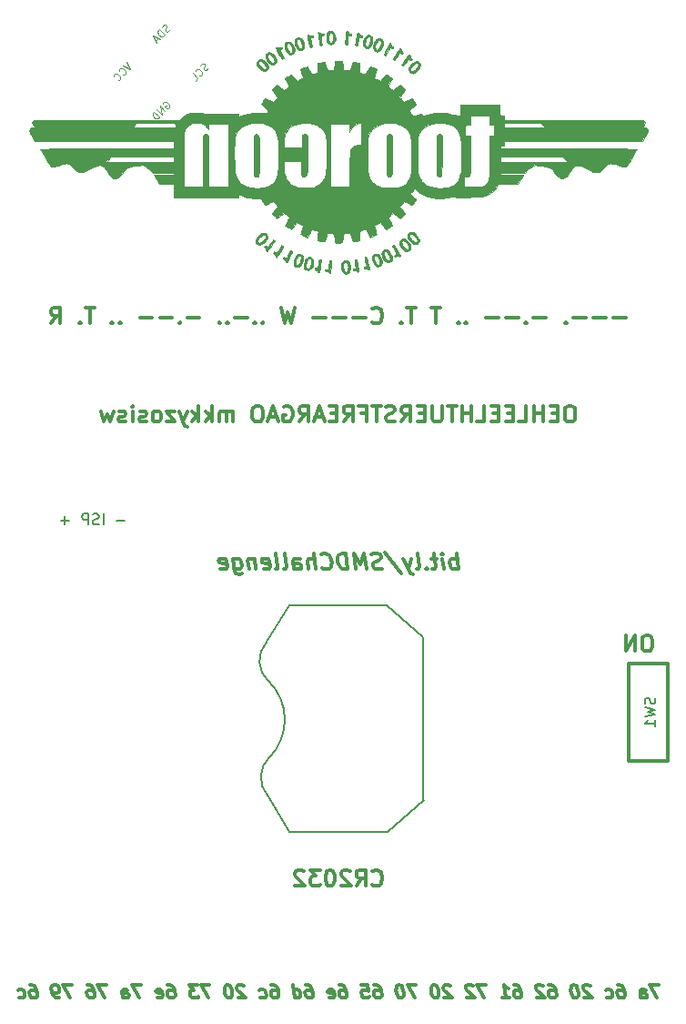
<source format=gbo>
G04 #@! TF.FileFunction,Legend,Bot*
%FSLAX46Y46*%
G04 Gerber Fmt 4.6, Leading zero omitted, Abs format (unit mm)*
G04 Created by KiCad (PCBNEW 4.0.6) date 08/28/18 17:29:03*
%MOMM*%
%LPD*%
G01*
G04 APERTURE LIST*
%ADD10C,0.100000*%
%ADD11C,0.300000*%
%ADD12C,0.175000*%
%ADD13C,0.010000*%
%ADD14C,0.304800*%
%ADD15C,0.150000*%
G04 APERTURE END LIST*
D10*
D11*
X149904287Y-106152143D02*
X148761430Y-106152143D01*
X148047144Y-106152143D02*
X146904287Y-106152143D01*
X146190001Y-106152143D02*
X145047144Y-106152143D01*
X144332858Y-106580714D02*
X144261430Y-106652143D01*
X144332858Y-106723571D01*
X144404287Y-106652143D01*
X144332858Y-106580714D01*
X144332858Y-106723571D01*
X142475715Y-106152143D02*
X141332858Y-106152143D01*
X140618572Y-106580714D02*
X140547144Y-106652143D01*
X140618572Y-106723571D01*
X140690001Y-106652143D01*
X140618572Y-106580714D01*
X140618572Y-106723571D01*
X139904286Y-106152143D02*
X138761429Y-106152143D01*
X138047143Y-106152143D02*
X136904286Y-106152143D01*
X135047143Y-106580714D02*
X134975715Y-106652143D01*
X135047143Y-106723571D01*
X135118572Y-106652143D01*
X135047143Y-106580714D01*
X135047143Y-106723571D01*
X134332857Y-106580714D02*
X134261429Y-106652143D01*
X134332857Y-106723571D01*
X134404286Y-106652143D01*
X134332857Y-106580714D01*
X134332857Y-106723571D01*
X132690000Y-105223571D02*
X131832857Y-105223571D01*
X132261428Y-106723571D02*
X132261428Y-105223571D01*
X130404286Y-105223571D02*
X129547143Y-105223571D01*
X129975714Y-106723571D02*
X129975714Y-105223571D01*
X129047143Y-106580714D02*
X128975715Y-106652143D01*
X129047143Y-106723571D01*
X129118572Y-106652143D01*
X129047143Y-106580714D01*
X129047143Y-106723571D01*
X126332857Y-106580714D02*
X126404286Y-106652143D01*
X126618572Y-106723571D01*
X126761429Y-106723571D01*
X126975714Y-106652143D01*
X127118572Y-106509286D01*
X127190000Y-106366429D01*
X127261429Y-106080714D01*
X127261429Y-105866429D01*
X127190000Y-105580714D01*
X127118572Y-105437857D01*
X126975714Y-105295000D01*
X126761429Y-105223571D01*
X126618572Y-105223571D01*
X126404286Y-105295000D01*
X126332857Y-105366429D01*
X125690000Y-106152143D02*
X124547143Y-106152143D01*
X123832857Y-106152143D02*
X122690000Y-106152143D01*
X121975714Y-106152143D02*
X120832857Y-106152143D01*
X119118571Y-105223571D02*
X118761428Y-106723571D01*
X118475714Y-105652143D01*
X118190000Y-106723571D01*
X117832857Y-105223571D01*
X116118571Y-106580714D02*
X116047143Y-106652143D01*
X116118571Y-106723571D01*
X116190000Y-106652143D01*
X116118571Y-106580714D01*
X116118571Y-106723571D01*
X115404285Y-106580714D02*
X115332857Y-106652143D01*
X115404285Y-106723571D01*
X115475714Y-106652143D01*
X115404285Y-106580714D01*
X115404285Y-106723571D01*
X114689999Y-106152143D02*
X113547142Y-106152143D01*
X112832856Y-106580714D02*
X112761428Y-106652143D01*
X112832856Y-106723571D01*
X112904285Y-106652143D01*
X112832856Y-106580714D01*
X112832856Y-106723571D01*
X112118570Y-106580714D02*
X112047142Y-106652143D01*
X112118570Y-106723571D01*
X112189999Y-106652143D01*
X112118570Y-106580714D01*
X112118570Y-106723571D01*
X110261427Y-106152143D02*
X109118570Y-106152143D01*
X108404284Y-106580714D02*
X108332856Y-106652143D01*
X108404284Y-106723571D01*
X108475713Y-106652143D01*
X108404284Y-106580714D01*
X108404284Y-106723571D01*
X107689998Y-106152143D02*
X106547141Y-106152143D01*
X105832855Y-106152143D02*
X104689998Y-106152143D01*
X102832855Y-106580714D02*
X102761427Y-106652143D01*
X102832855Y-106723571D01*
X102904284Y-106652143D01*
X102832855Y-106580714D01*
X102832855Y-106723571D01*
X102118569Y-106580714D02*
X102047141Y-106652143D01*
X102118569Y-106723571D01*
X102189998Y-106652143D01*
X102118569Y-106580714D01*
X102118569Y-106723571D01*
X100475712Y-105223571D02*
X99618569Y-105223571D01*
X100047140Y-106723571D02*
X100047140Y-105223571D01*
X99118569Y-106580714D02*
X99047141Y-106652143D01*
X99118569Y-106723571D01*
X99189998Y-106652143D01*
X99118569Y-106580714D01*
X99118569Y-106723571D01*
X96404283Y-106723571D02*
X96904283Y-106009286D01*
X97261426Y-106723571D02*
X97261426Y-105223571D01*
X96689998Y-105223571D01*
X96547140Y-105295000D01*
X96475712Y-105366429D01*
X96404283Y-105509286D01*
X96404283Y-105723571D01*
X96475712Y-105866429D01*
X96547140Y-105937857D01*
X96689998Y-106009286D01*
X97261426Y-106009286D01*
X144868573Y-114367571D02*
X144582859Y-114367571D01*
X144440001Y-114439000D01*
X144297144Y-114581857D01*
X144225716Y-114867571D01*
X144225716Y-115367571D01*
X144297144Y-115653286D01*
X144440001Y-115796143D01*
X144582859Y-115867571D01*
X144868573Y-115867571D01*
X145011430Y-115796143D01*
X145154287Y-115653286D01*
X145225716Y-115367571D01*
X145225716Y-114867571D01*
X145154287Y-114581857D01*
X145011430Y-114439000D01*
X144868573Y-114367571D01*
X143582858Y-115081857D02*
X143082858Y-115081857D01*
X142868572Y-115867571D02*
X143582858Y-115867571D01*
X143582858Y-114367571D01*
X142868572Y-114367571D01*
X142225715Y-115867571D02*
X142225715Y-114367571D01*
X142225715Y-115081857D02*
X141368572Y-115081857D01*
X141368572Y-115867571D02*
X141368572Y-114367571D01*
X139940000Y-115867571D02*
X140654286Y-115867571D01*
X140654286Y-114367571D01*
X139440000Y-115081857D02*
X138940000Y-115081857D01*
X138725714Y-115867571D02*
X139440000Y-115867571D01*
X139440000Y-114367571D01*
X138725714Y-114367571D01*
X138082857Y-115081857D02*
X137582857Y-115081857D01*
X137368571Y-115867571D02*
X138082857Y-115867571D01*
X138082857Y-114367571D01*
X137368571Y-114367571D01*
X136011428Y-115867571D02*
X136725714Y-115867571D01*
X136725714Y-114367571D01*
X135511428Y-115867571D02*
X135511428Y-114367571D01*
X135511428Y-115081857D02*
X134654285Y-115081857D01*
X134654285Y-115867571D02*
X134654285Y-114367571D01*
X134154285Y-114367571D02*
X133297142Y-114367571D01*
X133725713Y-115867571D02*
X133725713Y-114367571D01*
X132797142Y-114367571D02*
X132797142Y-115581857D01*
X132725714Y-115724714D01*
X132654285Y-115796143D01*
X132511428Y-115867571D01*
X132225714Y-115867571D01*
X132082856Y-115796143D01*
X132011428Y-115724714D01*
X131939999Y-115581857D01*
X131939999Y-114367571D01*
X131225713Y-115081857D02*
X130725713Y-115081857D01*
X130511427Y-115867571D02*
X131225713Y-115867571D01*
X131225713Y-114367571D01*
X130511427Y-114367571D01*
X129011427Y-115867571D02*
X129511427Y-115153286D01*
X129868570Y-115867571D02*
X129868570Y-114367571D01*
X129297142Y-114367571D01*
X129154284Y-114439000D01*
X129082856Y-114510429D01*
X129011427Y-114653286D01*
X129011427Y-114867571D01*
X129082856Y-115010429D01*
X129154284Y-115081857D01*
X129297142Y-115153286D01*
X129868570Y-115153286D01*
X128439999Y-115796143D02*
X128225713Y-115867571D01*
X127868570Y-115867571D01*
X127725713Y-115796143D01*
X127654284Y-115724714D01*
X127582856Y-115581857D01*
X127582856Y-115439000D01*
X127654284Y-115296143D01*
X127725713Y-115224714D01*
X127868570Y-115153286D01*
X128154284Y-115081857D01*
X128297142Y-115010429D01*
X128368570Y-114939000D01*
X128439999Y-114796143D01*
X128439999Y-114653286D01*
X128368570Y-114510429D01*
X128297142Y-114439000D01*
X128154284Y-114367571D01*
X127797142Y-114367571D01*
X127582856Y-114439000D01*
X127154285Y-114367571D02*
X126297142Y-114367571D01*
X126725713Y-115867571D02*
X126725713Y-114367571D01*
X125297142Y-115081857D02*
X125797142Y-115081857D01*
X125797142Y-115867571D02*
X125797142Y-114367571D01*
X125082856Y-114367571D01*
X123654285Y-115867571D02*
X124154285Y-115153286D01*
X124511428Y-115867571D02*
X124511428Y-114367571D01*
X123940000Y-114367571D01*
X123797142Y-114439000D01*
X123725714Y-114510429D01*
X123654285Y-114653286D01*
X123654285Y-114867571D01*
X123725714Y-115010429D01*
X123797142Y-115081857D01*
X123940000Y-115153286D01*
X124511428Y-115153286D01*
X123011428Y-115081857D02*
X122511428Y-115081857D01*
X122297142Y-115867571D02*
X123011428Y-115867571D01*
X123011428Y-114367571D01*
X122297142Y-114367571D01*
X121725714Y-115439000D02*
X121011428Y-115439000D01*
X121868571Y-115867571D02*
X121368571Y-114367571D01*
X120868571Y-115867571D01*
X119511428Y-115867571D02*
X120011428Y-115153286D01*
X120368571Y-115867571D02*
X120368571Y-114367571D01*
X119797143Y-114367571D01*
X119654285Y-114439000D01*
X119582857Y-114510429D01*
X119511428Y-114653286D01*
X119511428Y-114867571D01*
X119582857Y-115010429D01*
X119654285Y-115081857D01*
X119797143Y-115153286D01*
X120368571Y-115153286D01*
X118082857Y-114439000D02*
X118225714Y-114367571D01*
X118440000Y-114367571D01*
X118654285Y-114439000D01*
X118797143Y-114581857D01*
X118868571Y-114724714D01*
X118940000Y-115010429D01*
X118940000Y-115224714D01*
X118868571Y-115510429D01*
X118797143Y-115653286D01*
X118654285Y-115796143D01*
X118440000Y-115867571D01*
X118297143Y-115867571D01*
X118082857Y-115796143D01*
X118011428Y-115724714D01*
X118011428Y-115224714D01*
X118297143Y-115224714D01*
X117440000Y-115439000D02*
X116725714Y-115439000D01*
X117582857Y-115867571D02*
X117082857Y-114367571D01*
X116582857Y-115867571D01*
X115797143Y-114367571D02*
X115511429Y-114367571D01*
X115368571Y-114439000D01*
X115225714Y-114581857D01*
X115154286Y-114867571D01*
X115154286Y-115367571D01*
X115225714Y-115653286D01*
X115368571Y-115796143D01*
X115511429Y-115867571D01*
X115797143Y-115867571D01*
X115940000Y-115796143D01*
X116082857Y-115653286D01*
X116154286Y-115367571D01*
X116154286Y-114867571D01*
X116082857Y-114581857D01*
X115940000Y-114439000D01*
X115797143Y-114367571D01*
X113368571Y-115867571D02*
X113368571Y-114867571D01*
X113368571Y-115010429D02*
X113297143Y-114939000D01*
X113154285Y-114867571D01*
X112940000Y-114867571D01*
X112797143Y-114939000D01*
X112725714Y-115081857D01*
X112725714Y-115867571D01*
X112725714Y-115081857D02*
X112654285Y-114939000D01*
X112511428Y-114867571D01*
X112297143Y-114867571D01*
X112154285Y-114939000D01*
X112082857Y-115081857D01*
X112082857Y-115867571D01*
X111368571Y-115867571D02*
X111368571Y-114367571D01*
X111225714Y-115296143D02*
X110797143Y-115867571D01*
X110797143Y-114867571D02*
X111368571Y-115439000D01*
X110154285Y-115867571D02*
X110154285Y-114367571D01*
X110011428Y-115296143D02*
X109582857Y-115867571D01*
X109582857Y-114867571D02*
X110154285Y-115439000D01*
X109082856Y-114867571D02*
X108725713Y-115867571D01*
X108368571Y-114867571D02*
X108725713Y-115867571D01*
X108868571Y-116224714D01*
X108939999Y-116296143D01*
X109082856Y-116367571D01*
X107939999Y-114867571D02*
X107154285Y-114867571D01*
X107939999Y-115867571D01*
X107154285Y-115867571D01*
X106368570Y-115867571D02*
X106511428Y-115796143D01*
X106582856Y-115724714D01*
X106654285Y-115581857D01*
X106654285Y-115153286D01*
X106582856Y-115010429D01*
X106511428Y-114939000D01*
X106368570Y-114867571D01*
X106154285Y-114867571D01*
X106011428Y-114939000D01*
X105939999Y-115010429D01*
X105868570Y-115153286D01*
X105868570Y-115581857D01*
X105939999Y-115724714D01*
X106011428Y-115796143D01*
X106154285Y-115867571D01*
X106368570Y-115867571D01*
X105297142Y-115796143D02*
X105154285Y-115867571D01*
X104868570Y-115867571D01*
X104725713Y-115796143D01*
X104654285Y-115653286D01*
X104654285Y-115581857D01*
X104725713Y-115439000D01*
X104868570Y-115367571D01*
X105082856Y-115367571D01*
X105225713Y-115296143D01*
X105297142Y-115153286D01*
X105297142Y-115081857D01*
X105225713Y-114939000D01*
X105082856Y-114867571D01*
X104868570Y-114867571D01*
X104725713Y-114939000D01*
X104011427Y-115867571D02*
X104011427Y-114867571D01*
X104011427Y-114367571D02*
X104082856Y-114439000D01*
X104011427Y-114510429D01*
X103939999Y-114439000D01*
X104011427Y-114367571D01*
X104011427Y-114510429D01*
X103368570Y-115796143D02*
X103225713Y-115867571D01*
X102939998Y-115867571D01*
X102797141Y-115796143D01*
X102725713Y-115653286D01*
X102725713Y-115581857D01*
X102797141Y-115439000D01*
X102939998Y-115367571D01*
X103154284Y-115367571D01*
X103297141Y-115296143D01*
X103368570Y-115153286D01*
X103368570Y-115081857D01*
X103297141Y-114939000D01*
X103154284Y-114867571D01*
X102939998Y-114867571D01*
X102797141Y-114939000D01*
X102225712Y-114867571D02*
X101939998Y-115867571D01*
X101654284Y-115153286D01*
X101368569Y-115867571D01*
X101082855Y-114867571D01*
X134346249Y-129583571D02*
X134158749Y-128083571D01*
X134230178Y-128655000D02*
X134078392Y-128583571D01*
X133792678Y-128583571D01*
X133658750Y-128655000D01*
X133596250Y-128726429D01*
X133542678Y-128869286D01*
X133596249Y-129297857D01*
X133685535Y-129440714D01*
X133765893Y-129512143D01*
X133917678Y-129583571D01*
X134203392Y-129583571D01*
X134337321Y-129512143D01*
X132989106Y-129583571D02*
X132864106Y-128583571D01*
X132801606Y-128083571D02*
X132881964Y-128155000D01*
X132819464Y-128226429D01*
X132739107Y-128155000D01*
X132801606Y-128083571D01*
X132819464Y-128226429D01*
X132364106Y-128583571D02*
X131792677Y-128583571D01*
X132087320Y-128083571D02*
X132248035Y-129369286D01*
X132194464Y-129512143D01*
X132060534Y-129583571D01*
X131917677Y-129583571D01*
X131399820Y-129440714D02*
X131337321Y-129512143D01*
X131417677Y-129583571D01*
X131480178Y-129512143D01*
X131399820Y-129440714D01*
X131417677Y-129583571D01*
X130489105Y-129583571D02*
X130623035Y-129512143D01*
X130676606Y-129369286D01*
X130515891Y-128083571D01*
X129935534Y-128583571D02*
X129703391Y-129583571D01*
X129221249Y-128583571D02*
X129703391Y-129583571D01*
X129890892Y-129940714D01*
X129971249Y-130012143D01*
X130123034Y-130083571D01*
X127506964Y-128012143D02*
X129033749Y-129940714D01*
X127265892Y-129512143D02*
X127060534Y-129583571D01*
X126703391Y-129583571D01*
X126551606Y-129512143D01*
X126471248Y-129440714D01*
X126381963Y-129297857D01*
X126364106Y-129155000D01*
X126417677Y-129012143D01*
X126480177Y-128940714D01*
X126614106Y-128869286D01*
X126890891Y-128797857D01*
X127024821Y-128726429D01*
X127087320Y-128655000D01*
X127140892Y-128512143D01*
X127123035Y-128369286D01*
X127033749Y-128226429D01*
X126953392Y-128155000D01*
X126801605Y-128083571D01*
X126444463Y-128083571D01*
X126239106Y-128155000D01*
X125774820Y-129583571D02*
X125587320Y-128083571D01*
X125221249Y-129155000D01*
X124587320Y-128083571D01*
X124774820Y-129583571D01*
X124060534Y-129583571D02*
X123873034Y-128083571D01*
X123515891Y-128083571D01*
X123310535Y-128155000D01*
X123185534Y-128297857D01*
X123131963Y-128440714D01*
X123096249Y-128726429D01*
X123123034Y-128940714D01*
X123230178Y-129226429D01*
X123319463Y-129369286D01*
X123480178Y-129512143D01*
X123703391Y-129583571D01*
X124060534Y-129583571D01*
X121685534Y-129440714D02*
X121765892Y-129512143D01*
X121989106Y-129583571D01*
X122131963Y-129583571D01*
X122337320Y-129512143D01*
X122462321Y-129369286D01*
X122515892Y-129226429D01*
X122551606Y-128940714D01*
X122524821Y-128726429D01*
X122417677Y-128440714D01*
X122328392Y-128297857D01*
X122167677Y-128155000D01*
X121944463Y-128083571D01*
X121801606Y-128083571D01*
X121596249Y-128155000D01*
X121533749Y-128226429D01*
X121060534Y-129583571D02*
X120873034Y-128083571D01*
X120417677Y-129583571D02*
X120319463Y-128797857D01*
X120373035Y-128655000D01*
X120506963Y-128583571D01*
X120721248Y-128583571D01*
X120873035Y-128655000D01*
X120953392Y-128726429D01*
X119060534Y-129583571D02*
X118962320Y-128797857D01*
X119015892Y-128655000D01*
X119149820Y-128583571D01*
X119435534Y-128583571D01*
X119587320Y-128655000D01*
X119051606Y-129512143D02*
X119203391Y-129583571D01*
X119560534Y-129583571D01*
X119694463Y-129512143D01*
X119748035Y-129369286D01*
X119730178Y-129226429D01*
X119640891Y-129083571D01*
X119489106Y-129012143D01*
X119131963Y-129012143D01*
X118980177Y-128940714D01*
X118131962Y-129583571D02*
X118265892Y-129512143D01*
X118319463Y-129369286D01*
X118158748Y-128083571D01*
X117346248Y-129583571D02*
X117480178Y-129512143D01*
X117533749Y-129369286D01*
X117373034Y-128083571D01*
X116194464Y-129512143D02*
X116346249Y-129583571D01*
X116631963Y-129583571D01*
X116765892Y-129512143D01*
X116819464Y-129369286D01*
X116748035Y-128797857D01*
X116658749Y-128655000D01*
X116506963Y-128583571D01*
X116221249Y-128583571D01*
X116087321Y-128655000D01*
X116033749Y-128797857D01*
X116051606Y-128940714D01*
X116783749Y-129083571D01*
X115364106Y-128583571D02*
X115489106Y-129583571D01*
X115381964Y-128726429D02*
X115301607Y-128655000D01*
X115149820Y-128583571D01*
X114935535Y-128583571D01*
X114801607Y-128655000D01*
X114748035Y-128797857D01*
X114846249Y-129583571D01*
X113364106Y-128583571D02*
X113515892Y-129797857D01*
X113605178Y-129940714D01*
X113685535Y-130012143D01*
X113837320Y-130083571D01*
X114051606Y-130083571D01*
X114185535Y-130012143D01*
X113480178Y-129512143D02*
X113631963Y-129583571D01*
X113917677Y-129583571D01*
X114051607Y-129512143D01*
X114114106Y-129440714D01*
X114167678Y-129297857D01*
X114114107Y-128869286D01*
X114024821Y-128726429D01*
X113944464Y-128655000D01*
X113792677Y-128583571D01*
X113506963Y-128583571D01*
X113373035Y-128655000D01*
X112194464Y-129512143D02*
X112346249Y-129583571D01*
X112631963Y-129583571D01*
X112765892Y-129512143D01*
X112819464Y-129369286D01*
X112748035Y-128797857D01*
X112658749Y-128655000D01*
X112506963Y-128583571D01*
X112221249Y-128583571D01*
X112087321Y-128655000D01*
X112033749Y-128797857D01*
X112051606Y-128940714D01*
X112783749Y-129083571D01*
X152058572Y-135703571D02*
X151772858Y-135703571D01*
X151630000Y-135775000D01*
X151487143Y-135917857D01*
X151415715Y-136203571D01*
X151415715Y-136703571D01*
X151487143Y-136989286D01*
X151630000Y-137132143D01*
X151772858Y-137203571D01*
X152058572Y-137203571D01*
X152201429Y-137132143D01*
X152344286Y-136989286D01*
X152415715Y-136703571D01*
X152415715Y-136203571D01*
X152344286Y-135917857D01*
X152201429Y-135775000D01*
X152058572Y-135703571D01*
X150772857Y-137203571D02*
X150772857Y-135703571D01*
X149915714Y-137203571D01*
X149915714Y-135703571D01*
X152976944Y-168242343D02*
X152164144Y-168242343D01*
X152839058Y-169461543D01*
X151329572Y-169461543D02*
X151249743Y-168822914D01*
X151293286Y-168706800D01*
X151402143Y-168648743D01*
X151634372Y-168648743D01*
X151757743Y-168706800D01*
X151322315Y-169403486D02*
X151445686Y-169461543D01*
X151735972Y-169461543D01*
X151844829Y-169403486D01*
X151888371Y-169287371D01*
X151873857Y-169171257D01*
X151801286Y-169055143D01*
X151677915Y-168997086D01*
X151387629Y-168997086D01*
X151264258Y-168939029D01*
X149145172Y-168242343D02*
X149377401Y-168242343D01*
X149500772Y-168300400D01*
X149566086Y-168358457D01*
X149703972Y-168532629D01*
X149791057Y-168764857D01*
X149849114Y-169229314D01*
X149805572Y-169345429D01*
X149754772Y-169403486D01*
X149645915Y-169461543D01*
X149413686Y-169461543D01*
X149290315Y-169403486D01*
X149225001Y-169345429D01*
X149152429Y-169229314D01*
X149116144Y-168939029D01*
X149159686Y-168822914D01*
X149210486Y-168764857D01*
X149319343Y-168706800D01*
X149551572Y-168706800D01*
X149674943Y-168764857D01*
X149740257Y-168822914D01*
X149812829Y-168939029D01*
X148129172Y-169403486D02*
X148252543Y-169461543D01*
X148484772Y-169461543D01*
X148593629Y-169403486D01*
X148644429Y-169345429D01*
X148687971Y-169229314D01*
X148644428Y-168880971D01*
X148571857Y-168764857D01*
X148506543Y-168706800D01*
X148383172Y-168648743D01*
X148150943Y-168648743D01*
X148042086Y-168706800D01*
X146605171Y-168358457D02*
X146539857Y-168300400D01*
X146416486Y-168242343D01*
X146126200Y-168242343D01*
X146017343Y-168300400D01*
X145966543Y-168358457D01*
X145923000Y-168474571D01*
X145937515Y-168590686D01*
X146017343Y-168764857D01*
X146801115Y-169461543D01*
X146046372Y-169461543D01*
X145139229Y-168242343D02*
X145023114Y-168242343D01*
X144914257Y-168300400D01*
X144863457Y-168358457D01*
X144819914Y-168474571D01*
X144790886Y-168706800D01*
X144827172Y-168997086D01*
X144914257Y-169229314D01*
X144986829Y-169345429D01*
X145052143Y-169403486D01*
X145175514Y-169461543D01*
X145291629Y-169461543D01*
X145400486Y-169403486D01*
X145451286Y-169345429D01*
X145494828Y-169229314D01*
X145523857Y-168997086D01*
X145487571Y-168706800D01*
X145400485Y-168474571D01*
X145327914Y-168358457D01*
X145262600Y-168300400D01*
X145139229Y-168242343D01*
X142758886Y-168242343D02*
X142991115Y-168242343D01*
X143114486Y-168300400D01*
X143179800Y-168358457D01*
X143317686Y-168532629D01*
X143404771Y-168764857D01*
X143462828Y-169229314D01*
X143419286Y-169345429D01*
X143368486Y-169403486D01*
X143259629Y-169461543D01*
X143027400Y-169461543D01*
X142904029Y-169403486D01*
X142838715Y-169345429D01*
X142766143Y-169229314D01*
X142729858Y-168939029D01*
X142773400Y-168822914D01*
X142824200Y-168764857D01*
X142933057Y-168706800D01*
X143165286Y-168706800D01*
X143288657Y-168764857D01*
X143353971Y-168822914D01*
X143426543Y-168939029D01*
X142192828Y-168358457D02*
X142127514Y-168300400D01*
X142004143Y-168242343D01*
X141713857Y-168242343D01*
X141605000Y-168300400D01*
X141554200Y-168358457D01*
X141510657Y-168474571D01*
X141525172Y-168590686D01*
X141605000Y-168764857D01*
X142388772Y-169461543D01*
X141634029Y-169461543D01*
X139507686Y-168242343D02*
X139739915Y-168242343D01*
X139863286Y-168300400D01*
X139928600Y-168358457D01*
X140066486Y-168532629D01*
X140153571Y-168764857D01*
X140211628Y-169229314D01*
X140168086Y-169345429D01*
X140117286Y-169403486D01*
X140008429Y-169461543D01*
X139776200Y-169461543D01*
X139652829Y-169403486D01*
X139587515Y-169345429D01*
X139514943Y-169229314D01*
X139478658Y-168939029D01*
X139522200Y-168822914D01*
X139573000Y-168764857D01*
X139681857Y-168706800D01*
X139914086Y-168706800D01*
X140037457Y-168764857D01*
X140102771Y-168822914D01*
X140175343Y-168939029D01*
X138382829Y-169461543D02*
X139079514Y-169461543D01*
X138731172Y-169461543D02*
X138578772Y-168242343D01*
X138716657Y-168416514D01*
X138847286Y-168532629D01*
X138970657Y-168590686D01*
X136895115Y-168242343D02*
X136082315Y-168242343D01*
X136757229Y-169461543D01*
X135690428Y-168358457D02*
X135625114Y-168300400D01*
X135501743Y-168242343D01*
X135211457Y-168242343D01*
X135102600Y-168300400D01*
X135051800Y-168358457D01*
X135008257Y-168474571D01*
X135022772Y-168590686D01*
X135102600Y-168764857D01*
X135886372Y-169461543D01*
X135131629Y-169461543D01*
X133600371Y-168358457D02*
X133535057Y-168300400D01*
X133411686Y-168242343D01*
X133121400Y-168242343D01*
X133012543Y-168300400D01*
X132961743Y-168358457D01*
X132918200Y-168474571D01*
X132932715Y-168590686D01*
X133012543Y-168764857D01*
X133796315Y-169461543D01*
X133041572Y-169461543D01*
X132134429Y-168242343D02*
X132018314Y-168242343D01*
X131909457Y-168300400D01*
X131858657Y-168358457D01*
X131815114Y-168474571D01*
X131786086Y-168706800D01*
X131822372Y-168997086D01*
X131909457Y-169229314D01*
X131982029Y-169345429D01*
X132047343Y-169403486D01*
X132170714Y-169461543D01*
X132286829Y-169461543D01*
X132395686Y-169403486D01*
X132446486Y-169345429D01*
X132490028Y-169229314D01*
X132519057Y-168997086D01*
X132482771Y-168706800D01*
X132395685Y-168474571D01*
X132323114Y-168358457D01*
X132257800Y-168300400D01*
X132134429Y-168242343D01*
X130392715Y-168242343D02*
X129579915Y-168242343D01*
X130254829Y-169461543D01*
X128883229Y-168242343D02*
X128767114Y-168242343D01*
X128658257Y-168300400D01*
X128607457Y-168358457D01*
X128563914Y-168474571D01*
X128534886Y-168706800D01*
X128571172Y-168997086D01*
X128658257Y-169229314D01*
X128730829Y-169345429D01*
X128796143Y-169403486D01*
X128919514Y-169461543D01*
X129035629Y-169461543D01*
X129144486Y-169403486D01*
X129195286Y-169345429D01*
X129238828Y-169229314D01*
X129267857Y-168997086D01*
X129231571Y-168706800D01*
X129144485Y-168474571D01*
X129071914Y-168358457D01*
X129006600Y-168300400D01*
X128883229Y-168242343D01*
X126502886Y-168242343D02*
X126735115Y-168242343D01*
X126858486Y-168300400D01*
X126923800Y-168358457D01*
X127061686Y-168532629D01*
X127148771Y-168764857D01*
X127206828Y-169229314D01*
X127163286Y-169345429D01*
X127112486Y-169403486D01*
X127003629Y-169461543D01*
X126771400Y-169461543D01*
X126648029Y-169403486D01*
X126582715Y-169345429D01*
X126510143Y-169229314D01*
X126473858Y-168939029D01*
X126517400Y-168822914D01*
X126568200Y-168764857D01*
X126677057Y-168706800D01*
X126909286Y-168706800D01*
X127032657Y-168764857D01*
X127097971Y-168822914D01*
X127170543Y-168939029D01*
X125283686Y-168242343D02*
X125864257Y-168242343D01*
X125994885Y-168822914D01*
X125929571Y-168764857D01*
X125806200Y-168706800D01*
X125515914Y-168706800D01*
X125407057Y-168764857D01*
X125356257Y-168822914D01*
X125312715Y-168939029D01*
X125349000Y-169229314D01*
X125421572Y-169345429D01*
X125486886Y-169403486D01*
X125610257Y-169461543D01*
X125900543Y-169461543D01*
X126009400Y-169403486D01*
X126060200Y-169345429D01*
X123251686Y-168242343D02*
X123483915Y-168242343D01*
X123607286Y-168300400D01*
X123672600Y-168358457D01*
X123810486Y-168532629D01*
X123897571Y-168764857D01*
X123955628Y-169229314D01*
X123912086Y-169345429D01*
X123861286Y-169403486D01*
X123752429Y-169461543D01*
X123520200Y-169461543D01*
X123396829Y-169403486D01*
X123331515Y-169345429D01*
X123258943Y-169229314D01*
X123222658Y-168939029D01*
X123266200Y-168822914D01*
X123317000Y-168764857D01*
X123425857Y-168706800D01*
X123658086Y-168706800D01*
X123781457Y-168764857D01*
X123846771Y-168822914D01*
X123919343Y-168939029D01*
X122293743Y-169403486D02*
X122417114Y-169461543D01*
X122649343Y-169461543D01*
X122758200Y-169403486D01*
X122801742Y-169287371D01*
X122743685Y-168822914D01*
X122671114Y-168706800D01*
X122547743Y-168648743D01*
X122315514Y-168648743D01*
X122206657Y-168706800D01*
X122163114Y-168822914D01*
X122177629Y-168939029D01*
X122772714Y-169055143D01*
X120116600Y-168242343D02*
X120348829Y-168242343D01*
X120472200Y-168300400D01*
X120537514Y-168358457D01*
X120675400Y-168532629D01*
X120762485Y-168764857D01*
X120820542Y-169229314D01*
X120777000Y-169345429D01*
X120726200Y-169403486D01*
X120617343Y-169461543D01*
X120385114Y-169461543D01*
X120261743Y-169403486D01*
X120196429Y-169345429D01*
X120123857Y-169229314D01*
X120087572Y-168939029D01*
X120131114Y-168822914D01*
X120181914Y-168764857D01*
X120290771Y-168706800D01*
X120523000Y-168706800D01*
X120646371Y-168764857D01*
X120711685Y-168822914D01*
X120784257Y-168939029D01*
X119107857Y-169461543D02*
X118955457Y-168242343D01*
X119100600Y-169403486D02*
X119223971Y-169461543D01*
X119456200Y-169461543D01*
X119565057Y-169403486D01*
X119615857Y-169345429D01*
X119659399Y-169229314D01*
X119615856Y-168880971D01*
X119543285Y-168764857D01*
X119477971Y-168706800D01*
X119354600Y-168648743D01*
X119122371Y-168648743D01*
X119013514Y-168706800D01*
X116923457Y-168242343D02*
X117155686Y-168242343D01*
X117279057Y-168300400D01*
X117344371Y-168358457D01*
X117482257Y-168532629D01*
X117569342Y-168764857D01*
X117627399Y-169229314D01*
X117583857Y-169345429D01*
X117533057Y-169403486D01*
X117424200Y-169461543D01*
X117191971Y-169461543D01*
X117068600Y-169403486D01*
X117003286Y-169345429D01*
X116930714Y-169229314D01*
X116894429Y-168939029D01*
X116937971Y-168822914D01*
X116988771Y-168764857D01*
X117097628Y-168706800D01*
X117329857Y-168706800D01*
X117453228Y-168764857D01*
X117518542Y-168822914D01*
X117591114Y-168939029D01*
X115907457Y-169403486D02*
X116030828Y-169461543D01*
X116263057Y-169461543D01*
X116371914Y-169403486D01*
X116422714Y-169345429D01*
X116466256Y-169229314D01*
X116422713Y-168880971D01*
X116350142Y-168764857D01*
X116284828Y-168706800D01*
X116161457Y-168648743D01*
X115929228Y-168648743D01*
X115820371Y-168706800D01*
X114383456Y-168358457D02*
X114318142Y-168300400D01*
X114194771Y-168242343D01*
X113904485Y-168242343D01*
X113795628Y-168300400D01*
X113744828Y-168358457D01*
X113701285Y-168474571D01*
X113715800Y-168590686D01*
X113795628Y-168764857D01*
X114579400Y-169461543D01*
X113824657Y-169461543D01*
X112917514Y-168242343D02*
X112801399Y-168242343D01*
X112692542Y-168300400D01*
X112641742Y-168358457D01*
X112598199Y-168474571D01*
X112569171Y-168706800D01*
X112605457Y-168997086D01*
X112692542Y-169229314D01*
X112765114Y-169345429D01*
X112830428Y-169403486D01*
X112953799Y-169461543D01*
X113069914Y-169461543D01*
X113178771Y-169403486D01*
X113229571Y-169345429D01*
X113273113Y-169229314D01*
X113302142Y-168997086D01*
X113265856Y-168706800D01*
X113178770Y-168474571D01*
X113106199Y-168358457D01*
X113040885Y-168300400D01*
X112917514Y-168242343D01*
X111175800Y-168242343D02*
X110363000Y-168242343D01*
X111037914Y-169461543D01*
X110014657Y-168242343D02*
X109259914Y-168242343D01*
X109724371Y-168706800D01*
X109550199Y-168706800D01*
X109441342Y-168764857D01*
X109390542Y-168822914D01*
X109347000Y-168939029D01*
X109383285Y-169229314D01*
X109455857Y-169345429D01*
X109521171Y-169403486D01*
X109644542Y-169461543D01*
X109992885Y-169461543D01*
X110101742Y-169403486D01*
X110152543Y-169345429D01*
X107285971Y-168242343D02*
X107518200Y-168242343D01*
X107641571Y-168300400D01*
X107706885Y-168358457D01*
X107844771Y-168532629D01*
X107931856Y-168764857D01*
X107989913Y-169229314D01*
X107946371Y-169345429D01*
X107895571Y-169403486D01*
X107786714Y-169461543D01*
X107554485Y-169461543D01*
X107431114Y-169403486D01*
X107365800Y-169345429D01*
X107293228Y-169229314D01*
X107256943Y-168939029D01*
X107300485Y-168822914D01*
X107351285Y-168764857D01*
X107460142Y-168706800D01*
X107692371Y-168706800D01*
X107815742Y-168764857D01*
X107881056Y-168822914D01*
X107953628Y-168939029D01*
X106328028Y-169403486D02*
X106451399Y-169461543D01*
X106683628Y-169461543D01*
X106792485Y-169403486D01*
X106836027Y-169287371D01*
X106777970Y-168822914D01*
X106705399Y-168706800D01*
X106582028Y-168648743D01*
X106349799Y-168648743D01*
X106240942Y-168706800D01*
X106197399Y-168822914D01*
X106211914Y-168939029D01*
X106806999Y-169055143D01*
X104789514Y-168242343D02*
X103976714Y-168242343D01*
X104651628Y-169461543D01*
X103142142Y-169461543D02*
X103062313Y-168822914D01*
X103105856Y-168706800D01*
X103214713Y-168648743D01*
X103446942Y-168648743D01*
X103570313Y-168706800D01*
X103134885Y-169403486D02*
X103258256Y-169461543D01*
X103548542Y-169461543D01*
X103657399Y-169403486D01*
X103700941Y-169287371D01*
X103686427Y-169171257D01*
X103613856Y-169055143D01*
X103490485Y-168997086D01*
X103200199Y-168997086D01*
X103076828Y-168939029D01*
X101596371Y-168242343D02*
X100783571Y-168242343D01*
X101458485Y-169461543D01*
X99796599Y-168242343D02*
X100028828Y-168242343D01*
X100152199Y-168300400D01*
X100217513Y-168358457D01*
X100355399Y-168532629D01*
X100442484Y-168764857D01*
X100500541Y-169229314D01*
X100456999Y-169345429D01*
X100406199Y-169403486D01*
X100297342Y-169461543D01*
X100065113Y-169461543D01*
X99941742Y-169403486D01*
X99876428Y-169345429D01*
X99803856Y-169229314D01*
X99767571Y-168939029D01*
X99811113Y-168822914D01*
X99861913Y-168764857D01*
X99970770Y-168706800D01*
X100202999Y-168706800D01*
X100326370Y-168764857D01*
X100391684Y-168822914D01*
X100464256Y-168939029D01*
X98345171Y-168242343D02*
X97532371Y-168242343D01*
X98207285Y-169461543D01*
X97162256Y-169461543D02*
X96930028Y-169461543D01*
X96806656Y-169403486D01*
X96741342Y-169345429D01*
X96603456Y-169171257D01*
X96516371Y-168939029D01*
X96458313Y-168474571D01*
X96501856Y-168358457D01*
X96552656Y-168300400D01*
X96661513Y-168242343D01*
X96893742Y-168242343D01*
X97017113Y-168300400D01*
X97082427Y-168358457D01*
X97154998Y-168474571D01*
X97191284Y-168764857D01*
X97147741Y-168880971D01*
X97096942Y-168939029D01*
X96988085Y-168997086D01*
X96755856Y-168997086D01*
X96632485Y-168939029D01*
X96567170Y-168880971D01*
X96494599Y-168764857D01*
X94455342Y-168242343D02*
X94687571Y-168242343D01*
X94810942Y-168300400D01*
X94876256Y-168358457D01*
X95014142Y-168532629D01*
X95101227Y-168764857D01*
X95159284Y-169229314D01*
X95115742Y-169345429D01*
X95064942Y-169403486D01*
X94956085Y-169461543D01*
X94723856Y-169461543D01*
X94600485Y-169403486D01*
X94535171Y-169345429D01*
X94462599Y-169229314D01*
X94426314Y-168939029D01*
X94469856Y-168822914D01*
X94520656Y-168764857D01*
X94629513Y-168706800D01*
X94861742Y-168706800D01*
X94985113Y-168764857D01*
X95050427Y-168822914D01*
X95122999Y-168939029D01*
X93439342Y-169403486D02*
X93562713Y-169461543D01*
X93794942Y-169461543D01*
X93903799Y-169403486D01*
X93954599Y-169345429D01*
X93998141Y-169229314D01*
X93954598Y-168880971D01*
X93882027Y-168764857D01*
X93816713Y-168706800D01*
X93693342Y-168648743D01*
X93461113Y-168648743D01*
X93352256Y-168706800D01*
X126332856Y-158904714D02*
X126404285Y-158976143D01*
X126618571Y-159047571D01*
X126761428Y-159047571D01*
X126975713Y-158976143D01*
X127118571Y-158833286D01*
X127189999Y-158690429D01*
X127261428Y-158404714D01*
X127261428Y-158190429D01*
X127189999Y-157904714D01*
X127118571Y-157761857D01*
X126975713Y-157619000D01*
X126761428Y-157547571D01*
X126618571Y-157547571D01*
X126404285Y-157619000D01*
X126332856Y-157690429D01*
X124832856Y-159047571D02*
X125332856Y-158333286D01*
X125689999Y-159047571D02*
X125689999Y-157547571D01*
X125118571Y-157547571D01*
X124975713Y-157619000D01*
X124904285Y-157690429D01*
X124832856Y-157833286D01*
X124832856Y-158047571D01*
X124904285Y-158190429D01*
X124975713Y-158261857D01*
X125118571Y-158333286D01*
X125689999Y-158333286D01*
X124261428Y-157690429D02*
X124189999Y-157619000D01*
X124047142Y-157547571D01*
X123689999Y-157547571D01*
X123547142Y-157619000D01*
X123475713Y-157690429D01*
X123404285Y-157833286D01*
X123404285Y-157976143D01*
X123475713Y-158190429D01*
X124332856Y-159047571D01*
X123404285Y-159047571D01*
X122475714Y-157547571D02*
X122332857Y-157547571D01*
X122190000Y-157619000D01*
X122118571Y-157690429D01*
X122047142Y-157833286D01*
X121975714Y-158119000D01*
X121975714Y-158476143D01*
X122047142Y-158761857D01*
X122118571Y-158904714D01*
X122190000Y-158976143D01*
X122332857Y-159047571D01*
X122475714Y-159047571D01*
X122618571Y-158976143D01*
X122690000Y-158904714D01*
X122761428Y-158761857D01*
X122832857Y-158476143D01*
X122832857Y-158119000D01*
X122761428Y-157833286D01*
X122690000Y-157690429D01*
X122618571Y-157619000D01*
X122475714Y-157547571D01*
X121475714Y-157547571D02*
X120547143Y-157547571D01*
X121047143Y-158119000D01*
X120832857Y-158119000D01*
X120690000Y-158190429D01*
X120618571Y-158261857D01*
X120547143Y-158404714D01*
X120547143Y-158761857D01*
X120618571Y-158904714D01*
X120690000Y-158976143D01*
X120832857Y-159047571D01*
X121261429Y-159047571D01*
X121404286Y-158976143D01*
X121475714Y-158904714D01*
X119975715Y-157690429D02*
X119904286Y-157619000D01*
X119761429Y-157547571D01*
X119404286Y-157547571D01*
X119261429Y-157619000D01*
X119190000Y-157690429D01*
X119118572Y-157833286D01*
X119118572Y-157976143D01*
X119190000Y-158190429D01*
X120047143Y-159047571D01*
X119118572Y-159047571D01*
D12*
X103306190Y-125039429D02*
X102544285Y-125039429D01*
X101306190Y-125420381D02*
X101306190Y-124420381D01*
X100877619Y-125372762D02*
X100734762Y-125420381D01*
X100496666Y-125420381D01*
X100401428Y-125372762D01*
X100353809Y-125325143D01*
X100306190Y-125229905D01*
X100306190Y-125134667D01*
X100353809Y-125039429D01*
X100401428Y-124991810D01*
X100496666Y-124944190D01*
X100687143Y-124896571D01*
X100782381Y-124848952D01*
X100830000Y-124801333D01*
X100877619Y-124706095D01*
X100877619Y-124610857D01*
X100830000Y-124515619D01*
X100782381Y-124468000D01*
X100687143Y-124420381D01*
X100449047Y-124420381D01*
X100306190Y-124468000D01*
X99877619Y-125420381D02*
X99877619Y-124420381D01*
X99496666Y-124420381D01*
X99401428Y-124468000D01*
X99353809Y-124515619D01*
X99306190Y-124610857D01*
X99306190Y-124753714D01*
X99353809Y-124848952D01*
X99401428Y-124896571D01*
X99496666Y-124944190D01*
X99877619Y-124944190D01*
X98115714Y-125039429D02*
X97353809Y-125039429D01*
X97734761Y-125420381D02*
X97734761Y-124658476D01*
D13*
G36*
X123720511Y-100840999D02*
X123596929Y-100907108D01*
X123508864Y-101010219D01*
X123471849Y-101113423D01*
X123450344Y-101260525D01*
X123444496Y-101429456D01*
X123454450Y-101598148D01*
X123480353Y-101744532D01*
X123503557Y-101812354D01*
X123596992Y-101957155D01*
X123717343Y-102047076D01*
X123854476Y-102078597D01*
X123998260Y-102048196D01*
X124069168Y-102008886D01*
X124166298Y-101904778D01*
X124232242Y-101754693D01*
X124264967Y-101573791D01*
X124263452Y-101456223D01*
X124068146Y-101456223D01*
X124064551Y-101624774D01*
X124037200Y-101767840D01*
X124017797Y-101815411D01*
X123950250Y-101891495D01*
X123865465Y-101906658D01*
X123774649Y-101861449D01*
X123718282Y-101800742D01*
X123679397Y-101732499D01*
X123654722Y-101642887D01*
X123640269Y-101513679D01*
X123635334Y-101421602D01*
X123630954Y-101280491D01*
X123634557Y-101189030D01*
X123649677Y-101129283D01*
X123679846Y-101083313D01*
X123707801Y-101053721D01*
X123800206Y-100991555D01*
X123885245Y-100996557D01*
X123962144Y-101068483D01*
X124005934Y-101147764D01*
X124048451Y-101288461D01*
X124068146Y-101456223D01*
X124263452Y-101456223D01*
X124262434Y-101377236D01*
X124222610Y-101180191D01*
X124191866Y-101095129D01*
X124104804Y-100957209D01*
X123988114Y-100867748D01*
X123855461Y-100828445D01*
X123720511Y-100840999D01*
X123720511Y-100840999D01*
G37*
X123720511Y-100840999D02*
X123596929Y-100907108D01*
X123508864Y-101010219D01*
X123471849Y-101113423D01*
X123450344Y-101260525D01*
X123444496Y-101429456D01*
X123454450Y-101598148D01*
X123480353Y-101744532D01*
X123503557Y-101812354D01*
X123596992Y-101957155D01*
X123717343Y-102047076D01*
X123854476Y-102078597D01*
X123998260Y-102048196D01*
X124069168Y-102008886D01*
X124166298Y-101904778D01*
X124232242Y-101754693D01*
X124264967Y-101573791D01*
X124263452Y-101456223D01*
X124068146Y-101456223D01*
X124064551Y-101624774D01*
X124037200Y-101767840D01*
X124017797Y-101815411D01*
X123950250Y-101891495D01*
X123865465Y-101906658D01*
X123774649Y-101861449D01*
X123718282Y-101800742D01*
X123679397Y-101732499D01*
X123654722Y-101642887D01*
X123640269Y-101513679D01*
X123635334Y-101421602D01*
X123630954Y-101280491D01*
X123634557Y-101189030D01*
X123649677Y-101129283D01*
X123679846Y-101083313D01*
X123707801Y-101053721D01*
X123800206Y-100991555D01*
X123885245Y-100996557D01*
X123962144Y-101068483D01*
X124005934Y-101147764D01*
X124048451Y-101288461D01*
X124068146Y-101456223D01*
X124263452Y-101456223D01*
X124262434Y-101377236D01*
X124222610Y-101180191D01*
X124191866Y-101095129D01*
X124104804Y-100957209D01*
X123988114Y-100867748D01*
X123855461Y-100828445D01*
X123720511Y-100840999D01*
G36*
X122313922Y-100876942D02*
X122305673Y-100962997D01*
X122296035Y-101084550D01*
X122292380Y-101135778D01*
X122280799Y-101289869D01*
X122268192Y-101437227D01*
X122256967Y-101550048D01*
X122255197Y-101565220D01*
X122237857Y-101708240D01*
X122087395Y-101687617D01*
X121994843Y-101677577D01*
X121951001Y-101686370D01*
X121937750Y-101721809D01*
X121936933Y-101752494D01*
X121948861Y-101813438D01*
X121997359Y-101846217D01*
X122055723Y-101860280D01*
X122161805Y-101902109D01*
X122226552Y-101961987D01*
X122293380Y-102027323D01*
X122357526Y-102056499D01*
X122394126Y-102060525D01*
X122418327Y-102047758D01*
X122434030Y-102006222D01*
X122445141Y-101923939D01*
X122455561Y-101788932D01*
X122458424Y-101746894D01*
X122471147Y-101562005D01*
X122485247Y-101362030D01*
X122498122Y-101183786D01*
X122500798Y-101147565D01*
X122521208Y-100872929D01*
X122423804Y-100854222D01*
X122352240Y-100842965D01*
X122319311Y-100842435D01*
X122313922Y-100876942D01*
X122313922Y-100876942D01*
G37*
X122313922Y-100876942D02*
X122305673Y-100962997D01*
X122296035Y-101084550D01*
X122292380Y-101135778D01*
X122280799Y-101289869D01*
X122268192Y-101437227D01*
X122256967Y-101550048D01*
X122255197Y-101565220D01*
X122237857Y-101708240D01*
X122087395Y-101687617D01*
X121994843Y-101677577D01*
X121951001Y-101686370D01*
X121937750Y-101721809D01*
X121936933Y-101752494D01*
X121948861Y-101813438D01*
X121997359Y-101846217D01*
X122055723Y-101860280D01*
X122161805Y-101902109D01*
X122226552Y-101961987D01*
X122293380Y-102027323D01*
X122357526Y-102056499D01*
X122394126Y-102060525D01*
X122418327Y-102047758D01*
X122434030Y-102006222D01*
X122445141Y-101923939D01*
X122455561Y-101788932D01*
X122458424Y-101746894D01*
X122471147Y-101562005D01*
X122485247Y-101362030D01*
X122498122Y-101183786D01*
X122500798Y-101147565D01*
X122521208Y-100872929D01*
X122423804Y-100854222D01*
X122352240Y-100842965D01*
X122319311Y-100842435D01*
X122313922Y-100876942D01*
G36*
X121377777Y-100736084D02*
X121377711Y-100736165D01*
X121370157Y-100770970D01*
X121354353Y-100859465D01*
X121332582Y-100988430D01*
X121307126Y-101144643D01*
X121306064Y-101151267D01*
X121240954Y-101557667D01*
X121089410Y-101557667D01*
X120992931Y-101562943D01*
X120947771Y-101582922D01*
X120937867Y-101617051D01*
X120966796Y-101671339D01*
X121040582Y-101727221D01*
X121056400Y-101735585D01*
X121143116Y-101793796D01*
X121202928Y-101860380D01*
X121208364Y-101870934D01*
X121266232Y-101934290D01*
X121316896Y-101947134D01*
X121374059Y-101930412D01*
X121404878Y-101868852D01*
X121411546Y-101837067D01*
X121423986Y-101763879D01*
X121444541Y-101639529D01*
X121470632Y-101479738D01*
X121499685Y-101300228D01*
X121508198Y-101247337D01*
X121585301Y-100767674D01*
X121484775Y-100747568D01*
X121412189Y-100735961D01*
X121377777Y-100736084D01*
X121377777Y-100736084D01*
G37*
X121377777Y-100736084D02*
X121377711Y-100736165D01*
X121370157Y-100770970D01*
X121354353Y-100859465D01*
X121332582Y-100988430D01*
X121307126Y-101144643D01*
X121306064Y-101151267D01*
X121240954Y-101557667D01*
X121089410Y-101557667D01*
X120992931Y-101562943D01*
X120947771Y-101582922D01*
X120937867Y-101617051D01*
X120966796Y-101671339D01*
X121040582Y-101727221D01*
X121056400Y-101735585D01*
X121143116Y-101793796D01*
X121202928Y-101860380D01*
X121208364Y-101870934D01*
X121266232Y-101934290D01*
X121316896Y-101947134D01*
X121374059Y-101930412D01*
X121404878Y-101868852D01*
X121411546Y-101837067D01*
X121423986Y-101763879D01*
X121444541Y-101639529D01*
X121470632Y-101479738D01*
X121499685Y-101300228D01*
X121508198Y-101247337D01*
X121585301Y-100767674D01*
X121484775Y-100747568D01*
X121412189Y-100735961D01*
X121377777Y-100736084D01*
G36*
X124712868Y-100735449D02*
X124679218Y-100750466D01*
X124673844Y-100793373D01*
X124679889Y-100888111D01*
X124695980Y-101019998D01*
X124716690Y-101151267D01*
X124742702Y-101304737D01*
X124763743Y-101434767D01*
X124777409Y-101526120D01*
X124781433Y-101561805D01*
X124751679Y-101590356D01*
X124676956Y-101615573D01*
X124646267Y-101621472D01*
X124553487Y-101645204D01*
X124514482Y-101682395D01*
X124510800Y-101706008D01*
X124528503Y-101750787D01*
X124591335Y-101777500D01*
X124648895Y-101787404D01*
X124752478Y-101812238D01*
X124834326Y-101850288D01*
X124846295Y-101859597D01*
X124913766Y-101898751D01*
X124985881Y-101912014D01*
X125038417Y-101898041D01*
X125050555Y-101870934D01*
X125044399Y-101824550D01*
X125028748Y-101723687D01*
X125005580Y-101580620D01*
X124976871Y-101407624D01*
X124956480Y-101286734D01*
X124921673Y-101084806D01*
X124894581Y-100940004D01*
X124872185Y-100842573D01*
X124851470Y-100782761D01*
X124829418Y-100750815D01*
X124803013Y-100736981D01*
X124785352Y-100733533D01*
X124712868Y-100735449D01*
X124712868Y-100735449D01*
G37*
X124712868Y-100735449D02*
X124679218Y-100750466D01*
X124673844Y-100793373D01*
X124679889Y-100888111D01*
X124695980Y-101019998D01*
X124716690Y-101151267D01*
X124742702Y-101304737D01*
X124763743Y-101434767D01*
X124777409Y-101526120D01*
X124781433Y-101561805D01*
X124751679Y-101590356D01*
X124676956Y-101615573D01*
X124646267Y-101621472D01*
X124553487Y-101645204D01*
X124514482Y-101682395D01*
X124510800Y-101706008D01*
X124528503Y-101750787D01*
X124591335Y-101777500D01*
X124648895Y-101787404D01*
X124752478Y-101812238D01*
X124834326Y-101850288D01*
X124846295Y-101859597D01*
X124913766Y-101898751D01*
X124985881Y-101912014D01*
X125038417Y-101898041D01*
X125050555Y-101870934D01*
X125044399Y-101824550D01*
X125028748Y-101723687D01*
X125005580Y-101580620D01*
X124976871Y-101407624D01*
X124956480Y-101286734D01*
X124921673Y-101084806D01*
X124894581Y-100940004D01*
X124872185Y-100842573D01*
X124851470Y-100782761D01*
X124829418Y-100750815D01*
X124803013Y-100736981D01*
X124785352Y-100733533D01*
X124712868Y-100735449D01*
G36*
X120298778Y-100557249D02*
X120182600Y-100650215D01*
X120083227Y-100796755D01*
X120005341Y-100989997D01*
X119954231Y-101219000D01*
X119954140Y-101389043D01*
X120001106Y-101537187D01*
X120085821Y-101654188D01*
X120198979Y-101730800D01*
X120331271Y-101757780D01*
X120467247Y-101728571D01*
X120591115Y-101641065D01*
X120693861Y-101500261D01*
X120769519Y-101318878D01*
X120812120Y-101109633D01*
X120819333Y-100978145D01*
X120816911Y-100955352D01*
X120631073Y-100955352D01*
X120604361Y-101202168D01*
X120529036Y-101404069D01*
X120457812Y-101507727D01*
X120375940Y-101585741D01*
X120304768Y-101602576D01*
X120230241Y-101560104D01*
X120209733Y-101540734D01*
X120161588Y-101452202D01*
X120145727Y-101328327D01*
X120157684Y-101184358D01*
X120192988Y-101035541D01*
X120247172Y-100897124D01*
X120315766Y-100784354D01*
X120394301Y-100712479D01*
X120457725Y-100694585D01*
X120548741Y-100707987D01*
X120602598Y-100754506D01*
X120627168Y-100845986D01*
X120631073Y-100955352D01*
X120816911Y-100955352D01*
X120799145Y-100788230D01*
X120737397Y-100651082D01*
X120632315Y-100564649D01*
X120482125Y-100526881D01*
X120427081Y-100524734D01*
X120298778Y-100557249D01*
X120298778Y-100557249D01*
G37*
X120298778Y-100557249D02*
X120182600Y-100650215D01*
X120083227Y-100796755D01*
X120005341Y-100989997D01*
X119954231Y-101219000D01*
X119954140Y-101389043D01*
X120001106Y-101537187D01*
X120085821Y-101654188D01*
X120198979Y-101730800D01*
X120331271Y-101757780D01*
X120467247Y-101728571D01*
X120591115Y-101641065D01*
X120693861Y-101500261D01*
X120769519Y-101318878D01*
X120812120Y-101109633D01*
X120819333Y-100978145D01*
X120816911Y-100955352D01*
X120631073Y-100955352D01*
X120604361Y-101202168D01*
X120529036Y-101404069D01*
X120457812Y-101507727D01*
X120375940Y-101585741D01*
X120304768Y-101602576D01*
X120230241Y-101560104D01*
X120209733Y-101540734D01*
X120161588Y-101452202D01*
X120145727Y-101328327D01*
X120157684Y-101184358D01*
X120192988Y-101035541D01*
X120247172Y-100897124D01*
X120315766Y-100784354D01*
X120394301Y-100712479D01*
X120457725Y-100694585D01*
X120548741Y-100707987D01*
X120602598Y-100754506D01*
X120627168Y-100845986D01*
X120631073Y-100955352D01*
X120816911Y-100955352D01*
X120799145Y-100788230D01*
X120737397Y-100651082D01*
X120632315Y-100564649D01*
X120482125Y-100526881D01*
X120427081Y-100524734D01*
X120298778Y-100557249D01*
G36*
X125624747Y-100541274D02*
X125618624Y-100543606D01*
X125599273Y-100561481D01*
X125594387Y-100602477D01*
X125605373Y-100677718D01*
X125633639Y-100798324D01*
X125666856Y-100924606D01*
X125707136Y-101075927D01*
X125740912Y-101205766D01*
X125764168Y-101298504D01*
X125772534Y-101335687D01*
X125747555Y-101379248D01*
X125663710Y-101418041D01*
X125651775Y-101421603D01*
X125570841Y-101450366D01*
X125527289Y-101476747D01*
X125524775Y-101482716D01*
X125526631Y-101535429D01*
X125526800Y-101557667D01*
X125547048Y-101591392D01*
X125615683Y-101606571D01*
X125676781Y-101608467D01*
X125790112Y-101620526D01*
X125869114Y-101652062D01*
X125877562Y-101659267D01*
X125951474Y-101703776D01*
X126021727Y-101701265D01*
X126053124Y-101673950D01*
X126052278Y-101630703D01*
X126035875Y-101533671D01*
X126006317Y-101394382D01*
X125966008Y-101224359D01*
X125929557Y-101081283D01*
X125873499Y-100870556D01*
X125829269Y-100717597D01*
X125792273Y-100614461D01*
X125757917Y-100553206D01*
X125721607Y-100525885D01*
X125678748Y-100524556D01*
X125624747Y-100541274D01*
X125624747Y-100541274D01*
G37*
X125624747Y-100541274D02*
X125618624Y-100543606D01*
X125599273Y-100561481D01*
X125594387Y-100602477D01*
X125605373Y-100677718D01*
X125633639Y-100798324D01*
X125666856Y-100924606D01*
X125707136Y-101075927D01*
X125740912Y-101205766D01*
X125764168Y-101298504D01*
X125772534Y-101335687D01*
X125747555Y-101379248D01*
X125663710Y-101418041D01*
X125651775Y-101421603D01*
X125570841Y-101450366D01*
X125527289Y-101476747D01*
X125524775Y-101482716D01*
X125526631Y-101535429D01*
X125526800Y-101557667D01*
X125547048Y-101591392D01*
X125615683Y-101606571D01*
X125676781Y-101608467D01*
X125790112Y-101620526D01*
X125869114Y-101652062D01*
X125877562Y-101659267D01*
X125951474Y-101703776D01*
X126021727Y-101701265D01*
X126053124Y-101673950D01*
X126052278Y-101630703D01*
X126035875Y-101533671D01*
X126006317Y-101394382D01*
X125966008Y-101224359D01*
X125929557Y-101081283D01*
X125873499Y-100870556D01*
X125829269Y-100717597D01*
X125792273Y-100614461D01*
X125757917Y-100553206D01*
X125721607Y-100525885D01*
X125678748Y-100524556D01*
X125624747Y-100541274D01*
G36*
X119390770Y-100256353D02*
X119273371Y-100337214D01*
X119166529Y-100469738D01*
X119078403Y-100637894D01*
X119017154Y-100825653D01*
X118990942Y-101016988D01*
X118990533Y-101042495D01*
X119008956Y-101207653D01*
X119068575Y-101325819D01*
X119175919Y-101408191D01*
X119214005Y-101425778D01*
X119318236Y-101462828D01*
X119397130Y-101466461D01*
X119484592Y-101436099D01*
X119516900Y-101420605D01*
X119639200Y-101326959D01*
X119742581Y-101185600D01*
X119822165Y-101013218D01*
X119873070Y-100826502D01*
X119890417Y-100642141D01*
X119888735Y-100628952D01*
X119682384Y-100628952D01*
X119682013Y-100661543D01*
X119664428Y-100832160D01*
X119620541Y-100987598D01*
X119556951Y-101119890D01*
X119480256Y-101221069D01*
X119397054Y-101283167D01*
X119313942Y-101298217D01*
X119237518Y-101258252D01*
X119212587Y-101228398D01*
X119171512Y-101134968D01*
X119159867Y-101060335D01*
X119178003Y-100942383D01*
X119225293Y-100795777D01*
X119291056Y-100646647D01*
X119364611Y-100521119D01*
X119397350Y-100479359D01*
X119463491Y-100413394D01*
X119515862Y-100392113D01*
X119580879Y-100405678D01*
X119588241Y-100408267D01*
X119640331Y-100430785D01*
X119668961Y-100463123D01*
X119680767Y-100523205D01*
X119682384Y-100628952D01*
X119888735Y-100628952D01*
X119869326Y-100476824D01*
X119823407Y-100372373D01*
X119737703Y-100295665D01*
X119614966Y-100247835D01*
X119482359Y-100236170D01*
X119390770Y-100256353D01*
X119390770Y-100256353D01*
G37*
X119390770Y-100256353D02*
X119273371Y-100337214D01*
X119166529Y-100469738D01*
X119078403Y-100637894D01*
X119017154Y-100825653D01*
X118990942Y-101016988D01*
X118990533Y-101042495D01*
X119008956Y-101207653D01*
X119068575Y-101325819D01*
X119175919Y-101408191D01*
X119214005Y-101425778D01*
X119318236Y-101462828D01*
X119397130Y-101466461D01*
X119484592Y-101436099D01*
X119516900Y-101420605D01*
X119639200Y-101326959D01*
X119742581Y-101185600D01*
X119822165Y-101013218D01*
X119873070Y-100826502D01*
X119890417Y-100642141D01*
X119888735Y-100628952D01*
X119682384Y-100628952D01*
X119682013Y-100661543D01*
X119664428Y-100832160D01*
X119620541Y-100987598D01*
X119556951Y-101119890D01*
X119480256Y-101221069D01*
X119397054Y-101283167D01*
X119313942Y-101298217D01*
X119237518Y-101258252D01*
X119212587Y-101228398D01*
X119171512Y-101134968D01*
X119159867Y-101060335D01*
X119178003Y-100942383D01*
X119225293Y-100795777D01*
X119291056Y-100646647D01*
X119364611Y-100521119D01*
X119397350Y-100479359D01*
X119463491Y-100413394D01*
X119515862Y-100392113D01*
X119580879Y-100405678D01*
X119588241Y-100408267D01*
X119640331Y-100430785D01*
X119668961Y-100463123D01*
X119680767Y-100523205D01*
X119682384Y-100628952D01*
X119888735Y-100628952D01*
X119869326Y-100476824D01*
X119823407Y-100372373D01*
X119737703Y-100295665D01*
X119614966Y-100247835D01*
X119482359Y-100236170D01*
X119390770Y-100256353D01*
G36*
X126581451Y-100226391D02*
X126480644Y-100262419D01*
X126384268Y-100345332D01*
X126328665Y-100467447D01*
X126310075Y-100616926D01*
X126324739Y-100781935D01*
X126368896Y-100950639D01*
X126438788Y-101111201D01*
X126530654Y-101251786D01*
X126640736Y-101360559D01*
X126765274Y-101425684D01*
X126854385Y-101439007D01*
X126935725Y-101421460D01*
X127030494Y-101378808D01*
X127040172Y-101373086D01*
X127142831Y-101292538D01*
X127199033Y-101195642D01*
X127216211Y-101064707D01*
X127214495Y-101030830D01*
X127023662Y-101030830D01*
X127016106Y-101149688D01*
X126987211Y-101214007D01*
X126908066Y-101263448D01*
X126813418Y-101256447D01*
X126722833Y-101194509D01*
X126721998Y-101193600D01*
X126628647Y-101062373D01*
X126553089Y-100901861D01*
X126503042Y-100734794D01*
X126486226Y-100583902D01*
X126493121Y-100519628D01*
X126541337Y-100424565D01*
X126624866Y-100382809D01*
X126731012Y-100399885D01*
X126748952Y-100408295D01*
X126828245Y-100478017D01*
X126900556Y-100592697D01*
X126960692Y-100734769D01*
X127003459Y-100886669D01*
X127023662Y-101030830D01*
X127214495Y-101030830D01*
X127211212Y-100966075D01*
X127170192Y-100737724D01*
X127095386Y-100543493D01*
X126992950Y-100389313D01*
X126869043Y-100281115D01*
X126729824Y-100224830D01*
X126581451Y-100226391D01*
X126581451Y-100226391D01*
G37*
X126581451Y-100226391D02*
X126480644Y-100262419D01*
X126384268Y-100345332D01*
X126328665Y-100467447D01*
X126310075Y-100616926D01*
X126324739Y-100781935D01*
X126368896Y-100950639D01*
X126438788Y-101111201D01*
X126530654Y-101251786D01*
X126640736Y-101360559D01*
X126765274Y-101425684D01*
X126854385Y-101439007D01*
X126935725Y-101421460D01*
X127030494Y-101378808D01*
X127040172Y-101373086D01*
X127142831Y-101292538D01*
X127199033Y-101195642D01*
X127216211Y-101064707D01*
X127214495Y-101030830D01*
X127023662Y-101030830D01*
X127016106Y-101149688D01*
X126987211Y-101214007D01*
X126908066Y-101263448D01*
X126813418Y-101256447D01*
X126722833Y-101194509D01*
X126721998Y-101193600D01*
X126628647Y-101062373D01*
X126553089Y-100901861D01*
X126503042Y-100734794D01*
X126486226Y-100583902D01*
X126493121Y-100519628D01*
X126541337Y-100424565D01*
X126624866Y-100382809D01*
X126731012Y-100399885D01*
X126748952Y-100408295D01*
X126828245Y-100478017D01*
X126900556Y-100592697D01*
X126960692Y-100734769D01*
X127003459Y-100886669D01*
X127023662Y-101030830D01*
X127214495Y-101030830D01*
X127211212Y-100966075D01*
X127170192Y-100737724D01*
X127095386Y-100543493D01*
X126992950Y-100389313D01*
X126869043Y-100281115D01*
X126729824Y-100224830D01*
X126581451Y-100226391D01*
G36*
X118699059Y-99890519D02*
X118680736Y-99923886D01*
X118639414Y-100006219D01*
X118581133Y-100125295D01*
X118511938Y-100268887D01*
X118508702Y-100275651D01*
X118330133Y-100648995D01*
X118194666Y-100588360D01*
X118109685Y-100552595D01*
X118065447Y-100545705D01*
X118041447Y-100567651D01*
X118031266Y-100588042D01*
X118027212Y-100640565D01*
X118066639Y-100706838D01*
X118124400Y-100769427D01*
X118194600Y-100849513D01*
X118238292Y-100918385D01*
X118245466Y-100943489D01*
X118272365Y-101001244D01*
X118308493Y-101030215D01*
X118334276Y-101037207D01*
X118361436Y-101024310D01*
X118394991Y-100983690D01*
X118439960Y-100907512D01*
X118501360Y-100787941D01*
X118584209Y-100617143D01*
X118616824Y-100548806D01*
X118699090Y-100375738D01*
X118771407Y-100223019D01*
X118828624Y-100101573D01*
X118865589Y-100022326D01*
X118876839Y-99997366D01*
X118859601Y-99963850D01*
X118806281Y-99923545D01*
X118744385Y-99892985D01*
X118701423Y-99888701D01*
X118699059Y-99890519D01*
X118699059Y-99890519D01*
G37*
X118699059Y-99890519D02*
X118680736Y-99923886D01*
X118639414Y-100006219D01*
X118581133Y-100125295D01*
X118511938Y-100268887D01*
X118508702Y-100275651D01*
X118330133Y-100648995D01*
X118194666Y-100588360D01*
X118109685Y-100552595D01*
X118065447Y-100545705D01*
X118041447Y-100567651D01*
X118031266Y-100588042D01*
X118027212Y-100640565D01*
X118066639Y-100706838D01*
X118124400Y-100769427D01*
X118194600Y-100849513D01*
X118238292Y-100918385D01*
X118245466Y-100943489D01*
X118272365Y-101001244D01*
X118308493Y-101030215D01*
X118334276Y-101037207D01*
X118361436Y-101024310D01*
X118394991Y-100983690D01*
X118439960Y-100907512D01*
X118501360Y-100787941D01*
X118584209Y-100617143D01*
X118616824Y-100548806D01*
X118699090Y-100375738D01*
X118771407Y-100223019D01*
X118828624Y-100101573D01*
X118865589Y-100022326D01*
X118876839Y-99997366D01*
X118859601Y-99963850D01*
X118806281Y-99923545D01*
X118744385Y-99892985D01*
X118701423Y-99888701D01*
X118699059Y-99890519D01*
G36*
X127413889Y-99863050D02*
X127290411Y-99956279D01*
X127216830Y-100089123D01*
X127198740Y-100249962D01*
X127204358Y-100298290D01*
X127253991Y-100484560D01*
X127335211Y-100660962D01*
X127438894Y-100815659D01*
X127555914Y-100936818D01*
X127677145Y-101012602D01*
X127770564Y-101032607D01*
X127875546Y-101014241D01*
X127983207Y-100969708D01*
X127991444Y-100964858D01*
X128075494Y-100894841D01*
X128133967Y-100813314D01*
X128137861Y-100804118D01*
X128151334Y-100717774D01*
X127963450Y-100717774D01*
X127936606Y-100808033D01*
X127924560Y-100822760D01*
X127843231Y-100861028D01*
X127744276Y-100845500D01*
X127646343Y-100779583D01*
X127637245Y-100770267D01*
X127538075Y-100639738D01*
X127461795Y-100490616D01*
X127412501Y-100338364D01*
X127394291Y-100198444D01*
X127411264Y-100086320D01*
X127442686Y-100036086D01*
X127509860Y-99990536D01*
X127581218Y-99996089D01*
X127672692Y-100054871D01*
X127689948Y-100069097D01*
X127782302Y-100171472D01*
X127860841Y-100303631D01*
X127920555Y-100449470D01*
X127956428Y-100592886D01*
X127963450Y-100717774D01*
X128151334Y-100717774D01*
X128158189Y-100673851D01*
X128139799Y-100509499D01*
X128085844Y-100330221D01*
X128044486Y-100236867D01*
X127926338Y-100043448D01*
X127795610Y-99910030D01*
X127655866Y-99838727D01*
X127510672Y-99831651D01*
X127413889Y-99863050D01*
X127413889Y-99863050D01*
G37*
X127413889Y-99863050D02*
X127290411Y-99956279D01*
X127216830Y-100089123D01*
X127198740Y-100249962D01*
X127204358Y-100298290D01*
X127253991Y-100484560D01*
X127335211Y-100660962D01*
X127438894Y-100815659D01*
X127555914Y-100936818D01*
X127677145Y-101012602D01*
X127770564Y-101032607D01*
X127875546Y-101014241D01*
X127983207Y-100969708D01*
X127991444Y-100964858D01*
X128075494Y-100894841D01*
X128133967Y-100813314D01*
X128137861Y-100804118D01*
X128151334Y-100717774D01*
X127963450Y-100717774D01*
X127936606Y-100808033D01*
X127924560Y-100822760D01*
X127843231Y-100861028D01*
X127744276Y-100845500D01*
X127646343Y-100779583D01*
X127637245Y-100770267D01*
X127538075Y-100639738D01*
X127461795Y-100490616D01*
X127412501Y-100338364D01*
X127394291Y-100198444D01*
X127411264Y-100086320D01*
X127442686Y-100036086D01*
X127509860Y-99990536D01*
X127581218Y-99996089D01*
X127672692Y-100054871D01*
X127689948Y-100069097D01*
X127782302Y-100171472D01*
X127860841Y-100303631D01*
X127920555Y-100449470D01*
X127956428Y-100592886D01*
X127963450Y-100717774D01*
X128151334Y-100717774D01*
X128158189Y-100673851D01*
X128139799Y-100509499D01*
X128085844Y-100330221D01*
X128044486Y-100236867D01*
X127926338Y-100043448D01*
X127795610Y-99910030D01*
X127655866Y-99838727D01*
X127510672Y-99831651D01*
X127413889Y-99863050D01*
G36*
X117838079Y-99479593D02*
X117792325Y-99557620D01*
X117726662Y-99670289D01*
X117653318Y-99796600D01*
X117574793Y-99931469D01*
X117508936Y-100043483D01*
X117462981Y-100120416D01*
X117444445Y-100149757D01*
X117410338Y-100143666D01*
X117339161Y-100111305D01*
X117303853Y-100092275D01*
X117222835Y-100049354D01*
X117178866Y-100039588D01*
X117150677Y-100061680D01*
X117137194Y-100082116D01*
X117120315Y-100130853D01*
X117143447Y-100181499D01*
X117197896Y-100239067D01*
X117274117Y-100339767D01*
X117297200Y-100425846D01*
X117324677Y-100513183D01*
X117399358Y-100556130D01*
X117428257Y-100558600D01*
X117452702Y-100530943D01*
X117504833Y-100454515D01*
X117578343Y-100339129D01*
X117666922Y-100194601D01*
X117728904Y-100090841D01*
X117824372Y-99928389D01*
X117908123Y-99783841D01*
X117973774Y-99668371D01*
X118014943Y-99593154D01*
X118025259Y-99571940D01*
X118013059Y-99518678D01*
X117954532Y-99479631D01*
X117888162Y-99453280D01*
X117856918Y-99448199D01*
X117838079Y-99479593D01*
X117838079Y-99479593D01*
G37*
X117838079Y-99479593D02*
X117792325Y-99557620D01*
X117726662Y-99670289D01*
X117653318Y-99796600D01*
X117574793Y-99931469D01*
X117508936Y-100043483D01*
X117462981Y-100120416D01*
X117444445Y-100149757D01*
X117410338Y-100143666D01*
X117339161Y-100111305D01*
X117303853Y-100092275D01*
X117222835Y-100049354D01*
X117178866Y-100039588D01*
X117150677Y-100061680D01*
X117137194Y-100082116D01*
X117120315Y-100130853D01*
X117143447Y-100181499D01*
X117197896Y-100239067D01*
X117274117Y-100339767D01*
X117297200Y-100425846D01*
X117324677Y-100513183D01*
X117399358Y-100556130D01*
X117428257Y-100558600D01*
X117452702Y-100530943D01*
X117504833Y-100454515D01*
X117578343Y-100339129D01*
X117666922Y-100194601D01*
X117728904Y-100090841D01*
X117824372Y-99928389D01*
X117908123Y-99783841D01*
X117973774Y-99668371D01*
X118014943Y-99593154D01*
X118025259Y-99571940D01*
X118013059Y-99518678D01*
X117954532Y-99479631D01*
X117888162Y-99453280D01*
X117856918Y-99448199D01*
X117838079Y-99479593D01*
G36*
X128259996Y-99429038D02*
X128221479Y-99448945D01*
X128197411Y-99468230D01*
X128191023Y-99496444D01*
X128205548Y-99543138D01*
X128244216Y-99617864D01*
X128310260Y-99730172D01*
X128406912Y-99889612D01*
X128427099Y-99922884D01*
X128608623Y-100222243D01*
X128490111Y-100292167D01*
X128408410Y-100344698D01*
X128377269Y-100383853D01*
X128386938Y-100427089D01*
X128401237Y-100451316D01*
X128433108Y-100477124D01*
X128491703Y-100475164D01*
X128565057Y-100455918D01*
X128676179Y-100433102D01*
X128755254Y-100445700D01*
X128770779Y-100453136D01*
X128833922Y-100484137D01*
X128871947Y-100482895D01*
X128919616Y-100448534D01*
X128935189Y-100427240D01*
X128935242Y-100393044D01*
X128915917Y-100337611D01*
X128873355Y-100252604D01*
X128803695Y-100129690D01*
X128703079Y-99960532D01*
X128662564Y-99893372D01*
X128352549Y-99380545D01*
X128259996Y-99429038D01*
X128259996Y-99429038D01*
G37*
X128259996Y-99429038D02*
X128221479Y-99448945D01*
X128197411Y-99468230D01*
X128191023Y-99496444D01*
X128205548Y-99543138D01*
X128244216Y-99617864D01*
X128310260Y-99730172D01*
X128406912Y-99889612D01*
X128427099Y-99922884D01*
X128608623Y-100222243D01*
X128490111Y-100292167D01*
X128408410Y-100344698D01*
X128377269Y-100383853D01*
X128386938Y-100427089D01*
X128401237Y-100451316D01*
X128433108Y-100477124D01*
X128491703Y-100475164D01*
X128565057Y-100455918D01*
X128676179Y-100433102D01*
X128755254Y-100445700D01*
X128770779Y-100453136D01*
X128833922Y-100484137D01*
X128871947Y-100482895D01*
X128919616Y-100448534D01*
X128935189Y-100427240D01*
X128935242Y-100393044D01*
X128915917Y-100337611D01*
X128873355Y-100252604D01*
X128803695Y-100129690D01*
X128703079Y-99960532D01*
X128662564Y-99893372D01*
X128352549Y-99380545D01*
X128259996Y-99429038D01*
G36*
X117072883Y-98959171D02*
X117008694Y-99030304D01*
X116925090Y-99135332D01*
X116837369Y-99254734D01*
X116745087Y-99381278D01*
X116664969Y-99484406D01*
X116605909Y-99553110D01*
X116577479Y-99576467D01*
X116531120Y-99558327D01*
X116457735Y-99513625D01*
X116442537Y-99503040D01*
X116372852Y-99457494D01*
X116333554Y-99451109D01*
X116301541Y-99481494D01*
X116296760Y-99487951D01*
X116275085Y-99536325D01*
X116296686Y-99585433D01*
X116335384Y-99627572D01*
X116407069Y-99729174D01*
X116422391Y-99846544D01*
X116420448Y-99867342D01*
X116439921Y-99915924D01*
X116480635Y-99962526D01*
X116505332Y-99981129D01*
X116530698Y-99984560D01*
X116563194Y-99966241D01*
X116609277Y-99919593D01*
X116675407Y-99838040D01*
X116768044Y-99715002D01*
X116893647Y-99543903D01*
X116899289Y-99536184D01*
X117026290Y-99361348D01*
X117117261Y-99232345D01*
X117176843Y-99140844D01*
X117209678Y-99078516D01*
X117220408Y-99037030D01*
X117213675Y-99008056D01*
X117202374Y-98992267D01*
X117144672Y-98945098D01*
X117108335Y-98933000D01*
X117072883Y-98959171D01*
X117072883Y-98959171D01*
G37*
X117072883Y-98959171D02*
X117008694Y-99030304D01*
X116925090Y-99135332D01*
X116837369Y-99254734D01*
X116745087Y-99381278D01*
X116664969Y-99484406D01*
X116605909Y-99553110D01*
X116577479Y-99576467D01*
X116531120Y-99558327D01*
X116457735Y-99513625D01*
X116442537Y-99503040D01*
X116372852Y-99457494D01*
X116333554Y-99451109D01*
X116301541Y-99481494D01*
X116296760Y-99487951D01*
X116275085Y-99536325D01*
X116296686Y-99585433D01*
X116335384Y-99627572D01*
X116407069Y-99729174D01*
X116422391Y-99846544D01*
X116420448Y-99867342D01*
X116439921Y-99915924D01*
X116480635Y-99962526D01*
X116505332Y-99981129D01*
X116530698Y-99984560D01*
X116563194Y-99966241D01*
X116609277Y-99919593D01*
X116675407Y-99838040D01*
X116768044Y-99715002D01*
X116893647Y-99543903D01*
X116899289Y-99536184D01*
X117026290Y-99361348D01*
X117117261Y-99232345D01*
X117176843Y-99140844D01*
X117209678Y-99078516D01*
X117220408Y-99037030D01*
X117213675Y-99008056D01*
X117202374Y-98992267D01*
X117144672Y-98945098D01*
X117108335Y-98933000D01*
X117072883Y-98959171D01*
G36*
X129045995Y-98885567D02*
X129027025Y-98896639D01*
X128917625Y-98997446D01*
X128865490Y-99127384D01*
X128869813Y-99280718D01*
X128929787Y-99451716D01*
X129044606Y-99634643D01*
X129148108Y-99757058D01*
X129305951Y-99896531D01*
X129457768Y-99970628D01*
X129601864Y-99978850D01*
X129727198Y-99927112D01*
X129830031Y-99843137D01*
X129881307Y-99752241D01*
X129892835Y-99648119D01*
X129726266Y-99648119D01*
X129703403Y-99749626D01*
X129641358Y-99802862D01*
X129549952Y-99806320D01*
X129439007Y-99758491D01*
X129365907Y-99703467D01*
X129236581Y-99571025D01*
X129139674Y-99433685D01*
X129077277Y-99300798D01*
X129051479Y-99181715D01*
X129064369Y-99085786D01*
X129118037Y-99022362D01*
X129208863Y-99000734D01*
X129300541Y-99029761D01*
X129405447Y-99107039D01*
X129511826Y-99217859D01*
X129607922Y-99347514D01*
X129681983Y-99481295D01*
X129722252Y-99604496D01*
X129726266Y-99648119D01*
X129892835Y-99648119D01*
X129894859Y-99629845D01*
X129894856Y-99629261D01*
X129862400Y-99440631D01*
X129770865Y-99245289D01*
X129639047Y-99070101D01*
X129483978Y-98926385D01*
X129335984Y-98848443D01*
X129191259Y-98835197D01*
X129045995Y-98885567D01*
X129045995Y-98885567D01*
G37*
X129045995Y-98885567D02*
X129027025Y-98896639D01*
X128917625Y-98997446D01*
X128865490Y-99127384D01*
X128869813Y-99280718D01*
X128929787Y-99451716D01*
X129044606Y-99634643D01*
X129148108Y-99757058D01*
X129305951Y-99896531D01*
X129457768Y-99970628D01*
X129601864Y-99978850D01*
X129727198Y-99927112D01*
X129830031Y-99843137D01*
X129881307Y-99752241D01*
X129892835Y-99648119D01*
X129726266Y-99648119D01*
X129703403Y-99749626D01*
X129641358Y-99802862D01*
X129549952Y-99806320D01*
X129439007Y-99758491D01*
X129365907Y-99703467D01*
X129236581Y-99571025D01*
X129139674Y-99433685D01*
X129077277Y-99300798D01*
X129051479Y-99181715D01*
X129064369Y-99085786D01*
X129118037Y-99022362D01*
X129208863Y-99000734D01*
X129300541Y-99029761D01*
X129405447Y-99107039D01*
X129511826Y-99217859D01*
X129607922Y-99347514D01*
X129681983Y-99481295D01*
X129722252Y-99604496D01*
X129726266Y-99648119D01*
X129892835Y-99648119D01*
X129894859Y-99629845D01*
X129894856Y-99629261D01*
X129862400Y-99440631D01*
X129770865Y-99245289D01*
X129639047Y-99070101D01*
X129483978Y-98926385D01*
X129335984Y-98848443D01*
X129191259Y-98835197D01*
X129045995Y-98885567D01*
G36*
X116068246Y-98286804D02*
X115995243Y-98328267D01*
X115896949Y-98401423D01*
X115803175Y-98482718D01*
X115639005Y-98662608D01*
X115535436Y-98836439D01*
X115493260Y-99000421D01*
X115513271Y-99150763D01*
X115596263Y-99283675D01*
X115628859Y-99315448D01*
X115745332Y-99378027D01*
X115884763Y-99393981D01*
X116018363Y-99360390D01*
X116027200Y-99355870D01*
X116152356Y-99269497D01*
X116286682Y-99146376D01*
X116407532Y-99009558D01*
X116491813Y-98882964D01*
X116536603Y-98765590D01*
X116560264Y-98643849D01*
X116561370Y-98618704D01*
X116555509Y-98592454D01*
X116376333Y-98592454D01*
X116371131Y-98702835D01*
X116368158Y-98715793D01*
X116327660Y-98797254D01*
X116249237Y-98901736D01*
X116149224Y-99011720D01*
X116043956Y-99109683D01*
X115949767Y-99178107D01*
X115925600Y-99190480D01*
X115846131Y-99224262D01*
X115801935Y-99231331D01*
X115765520Y-99210437D01*
X115733533Y-99181751D01*
X115679829Y-99091300D01*
X115684509Y-98975677D01*
X115746825Y-98842745D01*
X115768839Y-98811081D01*
X115902017Y-98651761D01*
X116034525Y-98532620D01*
X116157661Y-98459651D01*
X116262725Y-98438845D01*
X116298131Y-98446619D01*
X116349918Y-98499049D01*
X116376333Y-98592454D01*
X116555509Y-98592454D01*
X116530888Y-98482184D01*
X116449747Y-98370787D01*
X116333402Y-98294914D01*
X116197307Y-98264967D01*
X116068246Y-98286804D01*
X116068246Y-98286804D01*
G37*
X116068246Y-98286804D02*
X115995243Y-98328267D01*
X115896949Y-98401423D01*
X115803175Y-98482718D01*
X115639005Y-98662608D01*
X115535436Y-98836439D01*
X115493260Y-99000421D01*
X115513271Y-99150763D01*
X115596263Y-99283675D01*
X115628859Y-99315448D01*
X115745332Y-99378027D01*
X115884763Y-99393981D01*
X116018363Y-99360390D01*
X116027200Y-99355870D01*
X116152356Y-99269497D01*
X116286682Y-99146376D01*
X116407532Y-99009558D01*
X116491813Y-98882964D01*
X116536603Y-98765590D01*
X116560264Y-98643849D01*
X116561370Y-98618704D01*
X116555509Y-98592454D01*
X116376333Y-98592454D01*
X116371131Y-98702835D01*
X116368158Y-98715793D01*
X116327660Y-98797254D01*
X116249237Y-98901736D01*
X116149224Y-99011720D01*
X116043956Y-99109683D01*
X115949767Y-99178107D01*
X115925600Y-99190480D01*
X115846131Y-99224262D01*
X115801935Y-99231331D01*
X115765520Y-99210437D01*
X115733533Y-99181751D01*
X115679829Y-99091300D01*
X115684509Y-98975677D01*
X115746825Y-98842745D01*
X115768839Y-98811081D01*
X115902017Y-98651761D01*
X116034525Y-98532620D01*
X116157661Y-98459651D01*
X116262725Y-98438845D01*
X116298131Y-98446619D01*
X116349918Y-98499049D01*
X116376333Y-98592454D01*
X116555509Y-98592454D01*
X116530888Y-98482184D01*
X116449747Y-98370787D01*
X116333402Y-98294914D01*
X116197307Y-98264967D01*
X116068246Y-98286804D01*
G36*
X129826165Y-98258177D02*
X129717623Y-98337419D01*
X129646573Y-98457547D01*
X129624666Y-98592774D01*
X129653119Y-98739353D01*
X129730915Y-98899180D01*
X129846715Y-99055415D01*
X129989179Y-99191219D01*
X130063097Y-99243819D01*
X130232467Y-99322882D01*
X130387441Y-99336221D01*
X130527225Y-99283821D01*
X130569183Y-99252692D01*
X130666502Y-99132140D01*
X130697545Y-99002669D01*
X130527026Y-99002669D01*
X130511883Y-99051845D01*
X130490878Y-99086167D01*
X130416320Y-99154562D01*
X130319290Y-99162330D01*
X130195574Y-99109717D01*
X130185848Y-99103806D01*
X130067133Y-99010213D01*
X129955866Y-98887591D01*
X129865000Y-98754161D01*
X129807486Y-98628146D01*
X129794000Y-98552533D01*
X129819794Y-98453887D01*
X129895494Y-98400485D01*
X129966444Y-98391134D01*
X130052342Y-98417494D01*
X130159473Y-98487519D01*
X130272865Y-98587630D01*
X130377550Y-98704245D01*
X130458558Y-98823782D01*
X130472066Y-98849848D01*
X130514418Y-98943673D01*
X130527026Y-99002669D01*
X130697545Y-99002669D01*
X130700502Y-98990337D01*
X130670348Y-98832178D01*
X130649294Y-98783562D01*
X130497947Y-98547329D01*
X130294491Y-98347532D01*
X130255799Y-98318359D01*
X130107348Y-98243389D01*
X129960105Y-98225081D01*
X129826165Y-98258177D01*
X129826165Y-98258177D01*
G37*
X129826165Y-98258177D02*
X129717623Y-98337419D01*
X129646573Y-98457547D01*
X129624666Y-98592774D01*
X129653119Y-98739353D01*
X129730915Y-98899180D01*
X129846715Y-99055415D01*
X129989179Y-99191219D01*
X130063097Y-99243819D01*
X130232467Y-99322882D01*
X130387441Y-99336221D01*
X130527225Y-99283821D01*
X130569183Y-99252692D01*
X130666502Y-99132140D01*
X130697545Y-99002669D01*
X130527026Y-99002669D01*
X130511883Y-99051845D01*
X130490878Y-99086167D01*
X130416320Y-99154562D01*
X130319290Y-99162330D01*
X130195574Y-99109717D01*
X130185848Y-99103806D01*
X130067133Y-99010213D01*
X129955866Y-98887591D01*
X129865000Y-98754161D01*
X129807486Y-98628146D01*
X129794000Y-98552533D01*
X129819794Y-98453887D01*
X129895494Y-98400485D01*
X129966444Y-98391134D01*
X130052342Y-98417494D01*
X130159473Y-98487519D01*
X130272865Y-98587630D01*
X130377550Y-98704245D01*
X130458558Y-98823782D01*
X130472066Y-98849848D01*
X130514418Y-98943673D01*
X130527026Y-99002669D01*
X130697545Y-99002669D01*
X130700502Y-98990337D01*
X130670348Y-98832178D01*
X130649294Y-98783562D01*
X130497947Y-98547329D01*
X130294491Y-98347532D01*
X130255799Y-98318359D01*
X130107348Y-98243389D01*
X129960105Y-98225081D01*
X129826165Y-98258177D01*
G36*
X123023028Y-82273223D02*
X122915976Y-82281723D01*
X122861211Y-82297052D01*
X122849867Y-82312933D01*
X122844648Y-82378767D01*
X122833076Y-82486939D01*
X122817192Y-82621506D01*
X122799036Y-82766528D01*
X122780650Y-82906061D01*
X122764075Y-83024165D01*
X122751350Y-83104898D01*
X122744970Y-83132359D01*
X122708046Y-83139678D01*
X122619416Y-83149848D01*
X122494956Y-83161163D01*
X122428000Y-83166436D01*
X122123200Y-83189303D01*
X122007940Y-82816681D01*
X121960417Y-82665812D01*
X121918581Y-82538076D01*
X121887245Y-82447847D01*
X121871996Y-82410591D01*
X121826767Y-82399194D01*
X121719463Y-82408059D01*
X121552531Y-82436837D01*
X121328418Y-82485181D01*
X121297975Y-82492239D01*
X121217817Y-82510944D01*
X121242081Y-82907239D01*
X121252031Y-83065226D01*
X121260926Y-83198239D01*
X121267765Y-83291809D01*
X121271439Y-83330961D01*
X121244212Y-83352095D01*
X121169554Y-83385524D01*
X121065205Y-83425091D01*
X120948906Y-83464640D01*
X120838398Y-83498015D01*
X120751421Y-83519060D01*
X120717417Y-83523213D01*
X120679841Y-83494568D01*
X120618734Y-83414319D01*
X120540493Y-83291621D01*
X120469315Y-83168067D01*
X120390827Y-83030336D01*
X120322322Y-82917444D01*
X120271120Y-82840964D01*
X120244542Y-82812470D01*
X120244416Y-82812467D01*
X120202697Y-82824800D01*
X120114230Y-82857849D01*
X119994541Y-82905689D01*
X119928252Y-82933132D01*
X119640000Y-83053796D01*
X119700623Y-83263332D01*
X119745224Y-83416894D01*
X119793506Y-83582243D01*
X119819289Y-83670111D01*
X119848093Y-83775436D01*
X119864572Y-83850796D01*
X119865733Y-83877320D01*
X119832775Y-83896892D01*
X119754367Y-83940860D01*
X119644612Y-84001356D01*
X119587415Y-84032603D01*
X119460528Y-84100952D01*
X119379221Y-84140059D01*
X119329654Y-84153200D01*
X119297990Y-84143653D01*
X119270391Y-84114694D01*
X119265681Y-84108796D01*
X119108062Y-83915006D01*
X118972812Y-83757321D01*
X118864161Y-83640269D01*
X118786341Y-83568377D01*
X118743581Y-83546174D01*
X118740891Y-83547130D01*
X118696728Y-83575246D01*
X118611805Y-83630992D01*
X118501569Y-83704201D01*
X118455696Y-83734858D01*
X118208725Y-83900204D01*
X118601067Y-84648368D01*
X118465600Y-84766995D01*
X118362302Y-84855203D01*
X118258769Y-84940184D01*
X118221944Y-84969233D01*
X118113754Y-85052843D01*
X117794740Y-84796255D01*
X117668824Y-84696932D01*
X117560969Y-84615503D01*
X117482546Y-84560304D01*
X117444925Y-84539671D01*
X117444751Y-84539667D01*
X117407774Y-84562528D01*
X117338962Y-84622034D01*
X117251889Y-84704572D01*
X117160127Y-84796528D01*
X117077249Y-84884286D01*
X117016827Y-84954233D01*
X116992434Y-84992756D01*
X116992400Y-84993404D01*
X117012207Y-85029682D01*
X117066161Y-85107454D01*
X117146063Y-85215353D01*
X117243712Y-85342009D01*
X117245441Y-85344212D01*
X117498482Y-85666437D01*
X117433587Y-85754985D01*
X117374406Y-85830183D01*
X117291513Y-85929014D01*
X117233089Y-85995933D01*
X117097486Y-86148333D01*
X116723955Y-85954025D01*
X116350423Y-85759717D01*
X116186334Y-86004825D01*
X116109382Y-86120299D01*
X116045975Y-86216419D01*
X116006342Y-86277642D01*
X115999739Y-86288359D01*
X116016933Y-86320231D01*
X116075048Y-86385334D01*
X116163095Y-86473388D01*
X116270085Y-86574112D01*
X116385031Y-86677225D01*
X116496944Y-86772446D01*
X116594836Y-86849495D01*
X116615514Y-86864490D01*
X116606982Y-86895869D01*
X116571667Y-86967166D01*
X116536038Y-87030491D01*
X116480132Y-87120809D01*
X116437060Y-87164405D01*
X116386647Y-87173705D01*
X116320257Y-87163398D01*
X116121898Y-87135022D01*
X115880157Y-87116469D01*
X115618798Y-87108679D01*
X115361586Y-87112590D01*
X115228044Y-87120254D01*
X114774395Y-87180137D01*
X114366381Y-87287744D01*
X114088333Y-87400269D01*
X113842800Y-87516595D01*
X113842800Y-87215134D01*
X112293400Y-87214633D01*
X111912181Y-87214158D01*
X111592350Y-87212877D01*
X111327561Y-87210598D01*
X111111471Y-87207133D01*
X110937737Y-87202293D01*
X110800015Y-87195888D01*
X110691960Y-87187730D01*
X110607230Y-87177629D01*
X110539480Y-87165395D01*
X110523866Y-87161842D01*
X110326006Y-87129681D01*
X110088603Y-87113656D01*
X109837899Y-87113776D01*
X109600139Y-87130054D01*
X109406266Y-87161391D01*
X109143880Y-87246316D01*
X108875560Y-87374733D01*
X108629828Y-87531819D01*
X108515449Y-87624341D01*
X108328612Y-87790867D01*
X94856887Y-87790867D01*
X94750873Y-87900933D01*
X94644859Y-88011000D01*
X94752392Y-88188800D01*
X94859924Y-88366600D01*
X104109320Y-88366600D01*
X104241600Y-88231134D01*
X104373879Y-88095667D01*
X107941782Y-88095667D01*
X107983154Y-88195546D01*
X108006296Y-88325200D01*
X107992907Y-88390279D01*
X107961289Y-88485134D01*
X101277210Y-88493685D01*
X94593130Y-88502236D01*
X94498231Y-88593154D01*
X94438629Y-88661330D01*
X94407535Y-88732103D01*
X94407193Y-88814972D01*
X94439847Y-88919432D01*
X94507741Y-89054983D01*
X94613118Y-89231120D01*
X94670258Y-89321304D01*
X94937183Y-89738200D01*
X107814533Y-89755308D01*
X107814533Y-90466334D01*
X101616933Y-90466334D01*
X100974416Y-90466417D01*
X100350303Y-90466661D01*
X99747945Y-90467059D01*
X99170694Y-90467600D01*
X98621901Y-90468278D01*
X98104919Y-90469083D01*
X97623099Y-90470007D01*
X97179793Y-90471042D01*
X96778352Y-90472179D01*
X96422128Y-90473411D01*
X96114473Y-90474728D01*
X95858739Y-90476122D01*
X95658277Y-90477585D01*
X95516439Y-90479109D01*
X95436577Y-90480685D01*
X95419333Y-90481843D01*
X95436403Y-90514683D01*
X95483070Y-90593398D01*
X95552522Y-90706745D01*
X95637947Y-90843485D01*
X95652351Y-90866322D01*
X95764261Y-91049243D01*
X95883649Y-91253739D01*
X95994158Y-91451355D01*
X96060834Y-91576887D01*
X96194393Y-91813407D01*
X96320272Y-91986171D01*
X96441478Y-92098305D01*
X96561019Y-92152937D01*
X96621397Y-92159667D01*
X96699104Y-92146942D01*
X96821567Y-92112362D01*
X96971530Y-92061316D01*
X97120833Y-92003674D01*
X97409893Y-91899634D01*
X97662248Y-91838306D01*
X97873465Y-91820392D01*
X98039109Y-91846598D01*
X98060162Y-91854548D01*
X98123204Y-91896020D01*
X98217449Y-91976801D01*
X98329800Y-92084958D01*
X98439289Y-92199911D01*
X98601279Y-92370129D01*
X98736615Y-92492262D01*
X98857883Y-92573436D01*
X98977671Y-92620772D01*
X99108565Y-92641394D01*
X99223277Y-92643582D01*
X99341133Y-92634963D01*
X99459477Y-92610993D01*
X99588768Y-92567347D01*
X99739466Y-92499700D01*
X99922030Y-92403725D01*
X100146918Y-92275098D01*
X100223419Y-92229960D01*
X100488054Y-92093233D01*
X100724723Y-92014882D01*
X100938288Y-91994040D01*
X101133610Y-92029837D01*
X101198562Y-92055586D01*
X101262168Y-92089146D01*
X101322566Y-92134004D01*
X101386555Y-92198347D01*
X101460933Y-92290360D01*
X101552498Y-92418229D01*
X101668048Y-92590140D01*
X101763159Y-92735400D01*
X101866690Y-92888856D01*
X101949297Y-92995568D01*
X102022498Y-93068251D01*
X102097813Y-93119622D01*
X102123642Y-93133333D01*
X102274612Y-93192263D01*
X102414204Y-93203068D01*
X102565686Y-93165498D01*
X102655002Y-93127638D01*
X102862229Y-92995509D01*
X103045716Y-92802460D01*
X103207224Y-92546634D01*
X103208666Y-92543881D01*
X103273195Y-92425895D01*
X103327963Y-92350270D01*
X103392869Y-92298473D01*
X103487811Y-92251971D01*
X103549851Y-92226107D01*
X103854309Y-92116964D01*
X104150913Y-92046145D01*
X104471004Y-92006728D01*
X104572454Y-92000195D01*
X104937175Y-91980679D01*
X105189481Y-92105376D01*
X105353320Y-92196921D01*
X105492471Y-92302488D01*
X105634150Y-92443156D01*
X105654493Y-92465474D01*
X105867200Y-92700877D01*
X106840866Y-92701205D01*
X107814533Y-92701533D01*
X107814533Y-92869795D01*
X106884912Y-92878798D01*
X105955291Y-92887800D01*
X106225452Y-93302667D01*
X106495612Y-93717533D01*
X107814533Y-93717533D01*
X107814533Y-94970600D01*
X113842800Y-94970600D01*
X113842800Y-94664659D01*
X114003666Y-94745190D01*
X114298250Y-94872294D01*
X114608432Y-94963806D01*
X114947586Y-95022414D01*
X115329085Y-95050807D01*
X115542187Y-95054517D01*
X115741792Y-95055261D01*
X115882402Y-95057535D01*
X115972756Y-95062382D01*
X116021589Y-95070848D01*
X116037639Y-95083976D01*
X116029644Y-95102810D01*
X116021953Y-95111864D01*
X116001312Y-95143478D01*
X116001040Y-95182357D01*
X116026126Y-95241233D01*
X116081557Y-95332840D01*
X116147993Y-95433598D01*
X116225617Y-95549522D01*
X116287853Y-95642124D01*
X116325986Y-95698453D01*
X116333522Y-95709274D01*
X116365061Y-95699044D01*
X116445148Y-95663488D01*
X116561998Y-95608067D01*
X116703825Y-95538238D01*
X116717332Y-95531474D01*
X116861571Y-95459656D01*
X116982446Y-95400458D01*
X117067913Y-95359706D01*
X117105929Y-95343229D01*
X117106554Y-95343133D01*
X117132405Y-95367669D01*
X117190175Y-95433386D01*
X117269624Y-95528454D01*
X117312899Y-95581588D01*
X117505562Y-95820042D01*
X117248981Y-96139047D01*
X117149724Y-96264618D01*
X117068330Y-96371711D01*
X117013118Y-96449088D01*
X116992405Y-96485512D01*
X116992400Y-96485701D01*
X117015053Y-96520013D01*
X117075882Y-96589377D01*
X117164191Y-96681948D01*
X117221000Y-96738859D01*
X117449600Y-96964367D01*
X117783065Y-96696297D01*
X118116530Y-96428226D01*
X118350331Y-96620568D01*
X118454327Y-96709551D01*
X118534540Y-96784713D01*
X118578990Y-96834525D01*
X118584133Y-96845562D01*
X118569086Y-96886771D01*
X118528155Y-96974541D01*
X118467654Y-97095840D01*
X118396561Y-97232613D01*
X118324431Y-97370948D01*
X118266855Y-97485321D01*
X118229687Y-97563817D01*
X118218761Y-97594513D01*
X118268755Y-97629827D01*
X118353428Y-97686812D01*
X118457606Y-97755583D01*
X118566115Y-97826259D01*
X118663779Y-97888953D01*
X118735425Y-97933784D01*
X118765867Y-97950867D01*
X118792490Y-97926639D01*
X118853889Y-97860542D01*
X118941135Y-97762451D01*
X119045300Y-97642244D01*
X119053526Y-97632635D01*
X119325727Y-97314402D01*
X119589930Y-97451422D01*
X119709310Y-97513673D01*
X119803390Y-97563367D01*
X119857786Y-97592880D01*
X119865374Y-97597451D01*
X119861158Y-97631538D01*
X119841340Y-97717610D01*
X119809139Y-97842590D01*
X119768639Y-97990330D01*
X119725871Y-98143349D01*
X119690240Y-98272668D01*
X119665580Y-98364248D01*
X119655798Y-98403556D01*
X119682841Y-98428287D01*
X119759569Y-98471098D01*
X119872732Y-98525027D01*
X119955733Y-98561141D01*
X120260533Y-98689371D01*
X120370260Y-98497919D01*
X120448061Y-98359633D01*
X120529492Y-98211039D01*
X120573460Y-98128747D01*
X120627834Y-98033892D01*
X120673393Y-97969383D01*
X120695842Y-97950947D01*
X120739336Y-97960420D01*
X120830757Y-97985789D01*
X120953506Y-98022359D01*
X121008778Y-98039422D01*
X121145333Y-98083730D01*
X121228175Y-98117004D01*
X121268886Y-98146222D01*
X121279045Y-98178365D01*
X121275696Y-98200289D01*
X121267759Y-98263665D01*
X121260054Y-98376644D01*
X121253650Y-98521098D01*
X121250627Y-98626056D01*
X121242667Y-98979513D01*
X121545654Y-99041042D01*
X121680929Y-99065479D01*
X121789835Y-99079463D01*
X121856440Y-99081221D01*
X121868829Y-99077053D01*
X121886698Y-99036062D01*
X121919540Y-98944698D01*
X121962361Y-98817310D01*
X122001451Y-98695934D01*
X122049098Y-98549561D01*
X122091439Y-98427361D01*
X122123323Y-98343736D01*
X122138034Y-98314068D01*
X122179355Y-98306695D01*
X122268139Y-98307483D01*
X122384850Y-98314652D01*
X122509951Y-98326421D01*
X122623905Y-98341009D01*
X122707176Y-98356635D01*
X122738712Y-98368823D01*
X122748688Y-98406078D01*
X122764383Y-98494243D01*
X122783495Y-98616969D01*
X122803726Y-98757908D01*
X122822775Y-98900714D01*
X122838344Y-99029037D01*
X122848132Y-99126530D01*
X122850232Y-99161600D01*
X122871656Y-99182445D01*
X122939737Y-99195783D01*
X123062133Y-99202569D01*
X123190000Y-99203934D01*
X123356824Y-99201323D01*
X123463749Y-99192857D01*
X123518435Y-99177579D01*
X123529768Y-99161600D01*
X123535308Y-99088548D01*
X123547919Y-98975498D01*
X123565300Y-98838800D01*
X123585151Y-98694801D01*
X123605174Y-98559849D01*
X123623068Y-98450292D01*
X123636534Y-98382477D01*
X123641288Y-98368823D01*
X123685416Y-98353661D01*
X123776040Y-98338095D01*
X123893625Y-98323907D01*
X124018634Y-98312877D01*
X124131530Y-98306786D01*
X124212776Y-98307416D01*
X124241965Y-98314068D01*
X124261455Y-98355400D01*
X124295619Y-98447097D01*
X124339306Y-98574754D01*
X124378549Y-98695934D01*
X124425829Y-98842163D01*
X124467228Y-98964147D01*
X124497752Y-99047534D01*
X124511171Y-99077053D01*
X124551093Y-99081967D01*
X124641162Y-99073781D01*
X124765444Y-99054269D01*
X124834346Y-99041042D01*
X125137333Y-98979513D01*
X125129373Y-98626056D01*
X125124430Y-98470681D01*
X125117475Y-98334683D01*
X125109574Y-98236189D01*
X125104304Y-98200289D01*
X125102394Y-98163449D01*
X125124537Y-98133449D01*
X125182315Y-98103310D01*
X125287308Y-98066053D01*
X125371221Y-98039422D01*
X125501986Y-97999628D01*
X125608198Y-97969121D01*
X125673258Y-97952593D01*
X125684157Y-97950947D01*
X125714106Y-97978599D01*
X125762251Y-98050224D01*
X125806540Y-98128747D01*
X125878039Y-98261709D01*
X125960810Y-98411435D01*
X126009740Y-98497919D01*
X126119466Y-98689371D01*
X126424266Y-98561141D01*
X126553420Y-98503807D01*
X126654387Y-98453257D01*
X126713918Y-98416452D01*
X126724201Y-98403556D01*
X126713580Y-98361061D01*
X126688330Y-98267435D01*
X126652287Y-98136717D01*
X126611361Y-97990330D01*
X126570144Y-97839897D01*
X126538151Y-97715544D01*
X126518603Y-97630348D01*
X126514626Y-97597451D01*
X126547739Y-97578856D01*
X126626665Y-97536830D01*
X126737021Y-97478998D01*
X126790070Y-97451422D01*
X127054273Y-97314402D01*
X127326473Y-97632635D01*
X127431545Y-97754099D01*
X127520366Y-97854186D01*
X127584008Y-97923020D01*
X127613543Y-97950723D01*
X127614133Y-97950867D01*
X127644697Y-97933710D01*
X127716420Y-97888827D01*
X127814126Y-97826103D01*
X127922642Y-97755421D01*
X128026793Y-97686664D01*
X128111404Y-97629718D01*
X128161239Y-97594513D01*
X128150206Y-97563575D01*
X128112938Y-97484900D01*
X128055288Y-97370400D01*
X127983439Y-97232613D01*
X127909981Y-97090964D01*
X127850018Y-96969893D01*
X127809878Y-96882558D01*
X127795866Y-96842623D01*
X127820625Y-96806736D01*
X127886816Y-96741025D01*
X127982315Y-96657132D01*
X128029978Y-96617876D01*
X128264090Y-96428723D01*
X128930400Y-96964367D01*
X129159000Y-96738859D01*
X129257925Y-96638532D01*
X129335293Y-96554853D01*
X129380409Y-96499666D01*
X129387600Y-96485701D01*
X129367510Y-96450029D01*
X129312787Y-96373221D01*
X129231749Y-96266517D01*
X129132714Y-96141155D01*
X129131019Y-96139047D01*
X128874438Y-95820042D01*
X129067100Y-95581588D01*
X129153376Y-95476548D01*
X129222937Y-95395122D01*
X129265543Y-95349141D01*
X129273445Y-95343133D01*
X129307196Y-95357443D01*
X129389350Y-95396488D01*
X129507864Y-95454440D01*
X129650695Y-95525472D01*
X129662668Y-95531474D01*
X129806156Y-95602325D01*
X129925720Y-95659258D01*
X130009576Y-95696814D01*
X130045939Y-95709532D01*
X130046478Y-95709274D01*
X130067668Y-95678370D01*
X130117768Y-95604054D01*
X130188080Y-95499251D01*
X130232714Y-95432550D01*
X130316111Y-95304049D01*
X130363876Y-95218632D01*
X130380829Y-95165056D01*
X130371793Y-95132081D01*
X130364807Y-95124590D01*
X130319950Y-95085439D01*
X130237155Y-95014606D01*
X130130350Y-94923972D01*
X130064933Y-94868738D01*
X129955616Y-94775056D01*
X129867695Y-94696791D01*
X129812955Y-94644594D01*
X129800890Y-94630101D01*
X129820168Y-94598536D01*
X129880551Y-94550440D01*
X129902490Y-94536203D01*
X129992222Y-94470348D01*
X130095876Y-94380191D01*
X130147090Y-94330204D01*
X130280048Y-94193543D01*
X130440257Y-94343400D01*
X130753849Y-94590398D01*
X131111622Y-94786077D01*
X131513532Y-94930420D01*
X131959532Y-95023410D01*
X132334000Y-95060064D01*
X132807449Y-95060641D01*
X133282411Y-95013020D01*
X133735157Y-94919950D01*
X133866466Y-94882551D01*
X133916433Y-94887078D01*
X133925733Y-94917518D01*
X133932077Y-94933380D01*
X133955934Y-94945776D01*
X134004546Y-94955120D01*
X134085155Y-94961829D01*
X134205000Y-94966316D01*
X134371323Y-94968997D01*
X134591364Y-94970286D01*
X134852148Y-94970600D01*
X135298396Y-94967511D01*
X135698630Y-94958404D01*
X136048843Y-94943518D01*
X136345026Y-94923093D01*
X136583172Y-94897368D01*
X136759272Y-94866583D01*
X136808810Y-94853690D01*
X137090857Y-94742261D01*
X137358364Y-94583638D01*
X137598085Y-94388608D01*
X137796771Y-94167960D01*
X137941175Y-93932483D01*
X137941920Y-93930900D01*
X138040533Y-93720934D01*
X138959722Y-93719234D01*
X139878910Y-93717533D01*
X140119140Y-93349112D01*
X140211346Y-93206024D01*
X140290614Y-93079869D01*
X140349132Y-92983305D01*
X140379087Y-92928988D01*
X140380442Y-92925779D01*
X140381404Y-92910592D01*
X140366958Y-92898471D01*
X140330480Y-92889075D01*
X140265346Y-92882064D01*
X140164934Y-92877097D01*
X140022620Y-92873835D01*
X139831780Y-92871936D01*
X139585792Y-92871061D01*
X139311801Y-92870867D01*
X138222089Y-92870867D01*
X138243733Y-92718467D01*
X139383494Y-92701533D01*
X140523255Y-92684600D01*
X140732079Y-92456671D01*
X140886980Y-92303255D01*
X141041291Y-92188165D01*
X141191864Y-92104711D01*
X141442825Y-91980679D01*
X141807546Y-92000195D01*
X142140277Y-92031819D01*
X142440454Y-92092841D01*
X142739418Y-92190184D01*
X142830148Y-92226107D01*
X142946561Y-92276646D01*
X143023391Y-92323590D01*
X143080539Y-92385472D01*
X143137903Y-92480825D01*
X143171333Y-92543881D01*
X143332640Y-92800316D01*
X143515908Y-92993956D01*
X143722900Y-93126658D01*
X143724998Y-93127638D01*
X143891501Y-93189970D01*
X144034249Y-93203802D01*
X144176509Y-93169381D01*
X144256357Y-93133333D01*
X144334700Y-93086021D01*
X144407325Y-93021374D01*
X144485750Y-92926679D01*
X144581494Y-92789219D01*
X144616840Y-92735400D01*
X144752451Y-92529089D01*
X144859482Y-92372351D01*
X144944731Y-92257002D01*
X145014996Y-92174855D01*
X145077076Y-92117724D01*
X145137770Y-92077425D01*
X145181437Y-92055586D01*
X145371522Y-92000171D01*
X145578149Y-92001091D01*
X145806179Y-92059214D01*
X146060473Y-92175411D01*
X146156581Y-92229960D01*
X146396057Y-92369120D01*
X146590101Y-92474343D01*
X146749173Y-92549953D01*
X146883732Y-92600277D01*
X147004236Y-92629640D01*
X147121144Y-92642368D01*
X147156723Y-92643582D01*
X147304486Y-92638505D01*
X147431572Y-92612130D01*
X147550567Y-92557335D01*
X147674059Y-92466995D01*
X147814636Y-92333988D01*
X147940711Y-92199911D01*
X148058146Y-92076979D01*
X148169681Y-91970305D01*
X148262219Y-91891820D01*
X148319837Y-91854548D01*
X148478114Y-91821526D01*
X148682642Y-91832732D01*
X148928988Y-91887460D01*
X149212716Y-91985007D01*
X149259166Y-92003674D01*
X149419223Y-92065212D01*
X149567859Y-92115306D01*
X149687816Y-92148566D01*
X149758602Y-92159667D01*
X149878443Y-92132744D01*
X149998437Y-92049891D01*
X150121592Y-91907979D01*
X150250916Y-91703882D01*
X150261513Y-91684162D01*
X144542933Y-91684162D01*
X138260667Y-91685534D01*
X138260667Y-91211400D01*
X141147800Y-91212875D01*
X144034933Y-91214349D01*
X144288933Y-91449256D01*
X144542933Y-91684162D01*
X150261513Y-91684162D01*
X150319166Y-91576887D01*
X150412484Y-91402809D01*
X150526836Y-91200708D01*
X150645865Y-90999039D01*
X150727649Y-90866322D01*
X150814961Y-90726933D01*
X150887369Y-90609173D01*
X150938060Y-90524283D01*
X150960223Y-90483504D01*
X150960666Y-90481843D01*
X150927352Y-90480254D01*
X150829615Y-90478710D01*
X150670767Y-90477219D01*
X150454120Y-90475790D01*
X150182984Y-90474429D01*
X149860671Y-90473145D01*
X149490493Y-90471947D01*
X149075759Y-90470842D01*
X148619782Y-90469838D01*
X148125873Y-90468944D01*
X147597343Y-90468168D01*
X147037504Y-90467517D01*
X146449666Y-90467001D01*
X145837140Y-90466626D01*
X145203239Y-90466401D01*
X144610667Y-90466334D01*
X138260667Y-90466334D01*
X138260667Y-90161534D01*
X138565467Y-90161534D01*
X138565467Y-89755308D01*
X151442817Y-89738200D01*
X151709742Y-89321304D01*
X151831852Y-89124891D01*
X151915521Y-88973132D01*
X151962990Y-88856527D01*
X151976503Y-88765576D01*
X151958303Y-88690781D01*
X151910632Y-88622642D01*
X151881680Y-88593070D01*
X151786694Y-88502067D01*
X138565467Y-88502067D01*
X138565467Y-88265000D01*
X137617200Y-88265000D01*
X137617200Y-89213267D01*
X137244667Y-89213267D01*
X137243208Y-90745734D01*
X137242223Y-91086284D01*
X137240009Y-91426523D01*
X137236720Y-91756074D01*
X137232508Y-92064561D01*
X137227523Y-92341608D01*
X137221919Y-92576838D01*
X137215847Y-92759875D01*
X137212699Y-92828296D01*
X137200914Y-93037192D01*
X137189553Y-93191112D01*
X137176480Y-93302762D01*
X137159562Y-93384852D01*
X137136664Y-93450090D01*
X137105651Y-93511182D01*
X137094869Y-93529882D01*
X136946114Y-93718345D01*
X136749765Y-93861987D01*
X136512379Y-93956675D01*
X136371712Y-93985666D01*
X136275398Y-93994964D01*
X136126206Y-94003447D01*
X135938989Y-94010545D01*
X135728604Y-94015685D01*
X135525933Y-94018204D01*
X134874000Y-94022333D01*
X134874000Y-93083340D01*
X135097257Y-93065419D01*
X135217856Y-93050559D01*
X135313165Y-93029385D01*
X135359724Y-93008317D01*
X135377382Y-92975700D01*
X135392614Y-92912920D01*
X135405581Y-92815850D01*
X135416445Y-92680363D01*
X135425365Y-92502332D01*
X135432503Y-92277630D01*
X135438019Y-92002131D01*
X135442074Y-91671708D01*
X135442121Y-91664927D01*
X134599506Y-91664927D01*
X134599427Y-91916669D01*
X134597532Y-92122950D01*
X134593646Y-92291190D01*
X134587592Y-92428809D01*
X134579193Y-92543228D01*
X134568272Y-92641865D01*
X134554653Y-92732141D01*
X134553392Y-92739512D01*
X134472149Y-93075976D01*
X134351655Y-93359857D01*
X134188493Y-93594460D01*
X133979244Y-93783090D01*
X133720490Y-93929053D01*
X133408813Y-94035653D01*
X133158323Y-94088454D01*
X133009585Y-94105218D01*
X132817030Y-94115393D01*
X132602694Y-94118968D01*
X132388616Y-94115931D01*
X132196831Y-94106271D01*
X132049376Y-94089975D01*
X132043886Y-94089042D01*
X131688621Y-93999116D01*
X131375715Y-93860993D01*
X131108543Y-93676660D01*
X130890479Y-93448101D01*
X130842675Y-93382307D01*
X130767109Y-93262697D01*
X130703338Y-93138071D01*
X130650427Y-93001763D01*
X130607438Y-92847110D01*
X130573436Y-92667448D01*
X130547485Y-92456113D01*
X130528647Y-92206439D01*
X130515986Y-91911763D01*
X130508566Y-91565421D01*
X130505451Y-91160749D01*
X130505428Y-91143667D01*
X129946345Y-91143667D01*
X129946126Y-91532334D01*
X129944991Y-91860169D01*
X129942270Y-92134071D01*
X129937294Y-92360941D01*
X129929392Y-92547680D01*
X129917895Y-92701186D01*
X129902132Y-92828361D01*
X129881432Y-92936105D01*
X129855127Y-93031318D01*
X129822546Y-93120900D01*
X129783019Y-93211752D01*
X129735911Y-93310701D01*
X129630096Y-93482774D01*
X129488146Y-93650886D01*
X129330058Y-93793907D01*
X129196545Y-93880671D01*
X128974772Y-93976908D01*
X128735031Y-94045738D01*
X128465123Y-94089233D01*
X128152847Y-94109465D01*
X127846666Y-94109954D01*
X127637932Y-94104396D01*
X127479855Y-94095977D01*
X127355362Y-94082462D01*
X127247379Y-94061612D01*
X127138834Y-94031190D01*
X127067733Y-94007886D01*
X126774878Y-93887495D01*
X126534002Y-93738515D01*
X126331932Y-93550882D01*
X126155495Y-93314530D01*
X126151039Y-93307499D01*
X126086082Y-93194260D01*
X126031098Y-93072752D01*
X125985420Y-92936847D01*
X125948383Y-92780417D01*
X125919322Y-92597333D01*
X125897569Y-92381467D01*
X125882461Y-92126691D01*
X125873331Y-91826875D01*
X125869513Y-91475892D01*
X125870343Y-91067614D01*
X125873267Y-90750161D01*
X125877279Y-90417624D01*
X125881280Y-90145336D01*
X125882443Y-90087444D01*
X125289733Y-90087444D01*
X125111933Y-90108967D01*
X124934493Y-90131506D01*
X124808455Y-90151191D01*
X124717817Y-90171830D01*
X124646576Y-90197234D01*
X124578730Y-90231213D01*
X124564129Y-90239391D01*
X124409508Y-90356640D01*
X124310367Y-90506643D01*
X124268519Y-90640470D01*
X124261767Y-90703749D01*
X124254661Y-90827376D01*
X124247418Y-91003966D01*
X124240255Y-91226137D01*
X124233385Y-91486505D01*
X124227026Y-91777686D01*
X124221393Y-92092298D01*
X124216924Y-92405200D01*
X124196654Y-94022333D01*
X122410692Y-94022333D01*
X122420140Y-90814770D01*
X122070494Y-90814770D01*
X122069063Y-91132234D01*
X122065222Y-91448879D01*
X122059054Y-91755307D01*
X122050640Y-92042121D01*
X122040064Y-92299920D01*
X122027407Y-92519308D01*
X122012752Y-92690884D01*
X121996181Y-92805251D01*
X121994118Y-92814472D01*
X121885627Y-93147133D01*
X121729369Y-93432024D01*
X121525838Y-93668619D01*
X121275524Y-93856392D01*
X120978918Y-93994819D01*
X120853200Y-94034646D01*
X120732984Y-94066794D01*
X120628909Y-94089295D01*
X120525110Y-94103514D01*
X120405722Y-94110811D01*
X120254881Y-94112551D01*
X120056722Y-94110095D01*
X119989600Y-94108821D01*
X119785995Y-94103203D01*
X119632246Y-94094004D01*
X119510484Y-94078823D01*
X119402842Y-94055258D01*
X119291452Y-94020907D01*
X119263377Y-94011212D01*
X118959160Y-93875898D01*
X118702387Y-93697218D01*
X118486836Y-93469477D01*
X118306286Y-93186981D01*
X118258157Y-93091000D01*
X118179585Y-92883955D01*
X118124036Y-92638396D01*
X118090198Y-92345965D01*
X118076762Y-91998302D01*
X118076411Y-91931067D01*
X118076133Y-91617800D01*
X119667867Y-91617800D01*
X119668694Y-92134267D01*
X119673267Y-92422349D01*
X119687141Y-92649128D01*
X119712091Y-92820615D01*
X119749893Y-92942822D01*
X119802322Y-93021759D01*
X119871153Y-93063437D01*
X119946275Y-93074067D01*
X120068711Y-93055612D01*
X120155190Y-92992809D01*
X120220430Y-92874502D01*
X120224989Y-92862787D01*
X120237340Y-92824298D01*
X120247624Y-92775421D01*
X120255979Y-92710352D01*
X120262543Y-92623285D01*
X120267455Y-92508417D01*
X120270853Y-92359942D01*
X120272876Y-92172055D01*
X120273661Y-91938953D01*
X120273348Y-91654830D01*
X120272074Y-91313881D01*
X120270395Y-90986843D01*
X117595567Y-90986843D01*
X117589142Y-91516200D01*
X117580992Y-91872420D01*
X117571250Y-92169217D01*
X117558880Y-92414902D01*
X117542840Y-92617782D01*
X117522093Y-92786167D01*
X117495600Y-92928365D01*
X117462321Y-93052687D01*
X117421217Y-93167439D01*
X117371250Y-93280932D01*
X117367474Y-93288875D01*
X117215461Y-93530140D01*
X117009709Y-93733578D01*
X116754544Y-93896237D01*
X116454291Y-94015167D01*
X116222055Y-94070377D01*
X115986917Y-94100878D01*
X115716733Y-94116662D01*
X115436519Y-94117668D01*
X115171293Y-94103831D01*
X114946072Y-94075091D01*
X114937979Y-94073579D01*
X114610113Y-93980995D01*
X114314491Y-93836654D01*
X114057427Y-93646109D01*
X113845237Y-93414912D01*
X113684235Y-93148615D01*
X113589426Y-92887800D01*
X113561361Y-92741017D01*
X113537089Y-92536728D01*
X113516708Y-92285060D01*
X113500316Y-91996139D01*
X113488010Y-91680091D01*
X113479889Y-91347044D01*
X113476050Y-91007124D01*
X113476591Y-90670456D01*
X113481610Y-90347169D01*
X113491205Y-90047388D01*
X113505474Y-89781240D01*
X113524514Y-89558851D01*
X113548424Y-89390348D01*
X113555305Y-89357252D01*
X113624281Y-89148856D01*
X113732986Y-88930176D01*
X113867512Y-88724348D01*
X114013951Y-88554507D01*
X114066435Y-88507021D01*
X114218157Y-88400896D01*
X114412859Y-88293711D01*
X114626952Y-88196913D01*
X114815599Y-88129534D01*
X112894533Y-88129534D01*
X112894533Y-94022333D01*
X111099600Y-94022333D01*
X111097581Y-91761733D01*
X111096830Y-91371682D01*
X111095334Y-90997969D01*
X111093167Y-90646702D01*
X111090403Y-90323990D01*
X111087115Y-90035939D01*
X111083377Y-89788657D01*
X111079264Y-89588252D01*
X111074849Y-89440832D01*
X111070206Y-89352504D01*
X111068231Y-89334648D01*
X111037947Y-89219247D01*
X110994887Y-89138306D01*
X110979110Y-89122982D01*
X110875111Y-89082210D01*
X110757828Y-89085839D01*
X110657767Y-89131530D01*
X110639182Y-89149068D01*
X110626772Y-89164995D01*
X110616030Y-89186596D01*
X110606810Y-89218652D01*
X110598971Y-89265939D01*
X110592368Y-89333237D01*
X110586857Y-89425324D01*
X110582296Y-89546979D01*
X110578540Y-89702980D01*
X110575447Y-89898106D01*
X110572872Y-90137135D01*
X110570672Y-90424846D01*
X110568704Y-90766017D01*
X110566823Y-91165428D01*
X110564913Y-91621335D01*
X110555160Y-94022333D01*
X108758145Y-94022333D01*
X108771058Y-91524667D01*
X108772698Y-91211400D01*
X107848400Y-91211400D01*
X107848400Y-91685534D01*
X101567950Y-91685534D01*
X102038450Y-91211400D01*
X107848400Y-91211400D01*
X108772698Y-91211400D01*
X108773640Y-91031566D01*
X108776188Y-90601350D01*
X108779066Y-90229175D01*
X108782637Y-89910193D01*
X108787266Y-89639558D01*
X108793315Y-89412424D01*
X108801150Y-89223944D01*
X108811132Y-89069273D01*
X108823628Y-88943565D01*
X108838999Y-88841972D01*
X108857610Y-88759649D01*
X108879824Y-88691749D01*
X108906006Y-88633426D01*
X108936519Y-88579835D01*
X108971727Y-88526128D01*
X108999120Y-88486218D01*
X109130525Y-88339406D01*
X109303254Y-88207927D01*
X109490985Y-88110596D01*
X109556663Y-88087691D01*
X109654741Y-88068686D01*
X109794905Y-88054119D01*
X109951537Y-88046411D01*
X109999658Y-88045792D01*
X110154753Y-88047705D01*
X110267419Y-88058045D01*
X110362886Y-88082040D01*
X110466381Y-88124917D01*
X110530406Y-88155750D01*
X110780416Y-88316173D01*
X110932984Y-88460550D01*
X111110339Y-88654467D01*
X111086624Y-88392000D01*
X111062909Y-88129534D01*
X112894533Y-88129534D01*
X114815599Y-88129534D01*
X114836847Y-88121945D01*
X114892666Y-88106157D01*
X115067144Y-88074110D01*
X115287055Y-88054147D01*
X115531302Y-88046262D01*
X115778785Y-88050454D01*
X116008409Y-88066718D01*
X116199073Y-88095051D01*
X116247333Y-88106380D01*
X116586960Y-88224373D01*
X116874610Y-88385575D01*
X117111148Y-88590818D01*
X117297441Y-88840937D01*
X117434353Y-89136767D01*
X117483486Y-89297934D01*
X117525314Y-89508516D01*
X117557395Y-89781832D01*
X117579770Y-90118748D01*
X117592480Y-90520130D01*
X117595567Y-90986843D01*
X120270395Y-90986843D01*
X120270271Y-90962854D01*
X120260533Y-89207241D01*
X120180581Y-89142521D01*
X120065129Y-89084995D01*
X119947724Y-89094794D01*
X119866352Y-89142488D01*
X119837200Y-89168734D01*
X119815898Y-89200179D01*
X119800947Y-89247380D01*
X119790850Y-89320893D01*
X119784109Y-89431276D01*
X119779228Y-89589084D01*
X119775079Y-89785954D01*
X119763757Y-90364734D01*
X118076133Y-90364734D01*
X118076133Y-90130117D01*
X118091480Y-89797528D01*
X118135388Y-89477902D01*
X118204657Y-89187718D01*
X118296086Y-88943451D01*
X118313496Y-88907886D01*
X118448238Y-88709297D01*
X118638600Y-88522646D01*
X118872561Y-88356367D01*
X119138098Y-88218895D01*
X119423189Y-88118664D01*
X119447733Y-88112184D01*
X119793243Y-88051037D01*
X120151585Y-88038085D01*
X120508195Y-88071311D01*
X120848513Y-88148697D01*
X121157974Y-88268225D01*
X121347832Y-88375487D01*
X121586739Y-88557925D01*
X121767951Y-88757026D01*
X121899674Y-88985457D01*
X121990113Y-89255885D01*
X122023863Y-89419122D01*
X122038620Y-89544127D01*
X122050473Y-89724704D01*
X122059505Y-89951455D01*
X122065798Y-90214982D01*
X122069433Y-90505887D01*
X122070494Y-90814770D01*
X122420140Y-90814770D01*
X122428000Y-88146467D01*
X124206000Y-88128409D01*
X124204261Y-88255971D01*
X124199356Y-88356977D01*
X124188298Y-88493645D01*
X124175216Y-88620600D01*
X124162794Y-88738868D01*
X124155800Y-88827012D01*
X124155633Y-88867122D01*
X124155919Y-88867675D01*
X124175173Y-88846219D01*
X124217288Y-88780356D01*
X124265160Y-88698309D01*
X124421638Y-88481287D01*
X124622574Y-88295252D01*
X124852596Y-88151363D01*
X125096331Y-88060775D01*
X125162733Y-88046862D01*
X125289733Y-88024864D01*
X125289733Y-90087444D01*
X125882443Y-90087444D01*
X125885692Y-89925816D01*
X125890938Y-89751580D01*
X125897443Y-89615146D01*
X125905628Y-89509032D01*
X125915917Y-89425755D01*
X125928733Y-89357833D01*
X125944498Y-89297784D01*
X125957768Y-89255663D01*
X126092703Y-88951058D01*
X126282442Y-88684732D01*
X126524422Y-88458953D01*
X126816078Y-88275988D01*
X127154848Y-88138105D01*
X127254000Y-88108917D01*
X127423883Y-88076520D01*
X127639918Y-88055636D01*
X127881665Y-88046306D01*
X128128689Y-88048572D01*
X128360551Y-88062477D01*
X128556815Y-88088062D01*
X128638322Y-88106078D01*
X128938093Y-88213889D01*
X129211081Y-88365327D01*
X129446910Y-88552412D01*
X129635209Y-88767164D01*
X129747311Y-88959267D01*
X129791818Y-89058981D01*
X129829155Y-89152137D01*
X129859950Y-89245627D01*
X129884832Y-89346342D01*
X129904427Y-89461176D01*
X129919365Y-89597019D01*
X129930272Y-89760765D01*
X129937778Y-89959306D01*
X129942509Y-90199533D01*
X129945095Y-90488339D01*
X129946162Y-90832616D01*
X129946345Y-91143667D01*
X130505428Y-91143667D01*
X130505200Y-90980583D01*
X130506422Y-90581272D01*
X130510804Y-90242591D01*
X130519418Y-89957470D01*
X130533337Y-89718837D01*
X130553633Y-89519622D01*
X130581380Y-89352754D01*
X130617650Y-89211162D01*
X130663516Y-89087775D01*
X130720050Y-88975524D01*
X130788326Y-88867335D01*
X130835901Y-88800715D01*
X131046555Y-88558315D01*
X131285998Y-88365839D01*
X131559717Y-88220955D01*
X131873198Y-88121330D01*
X132231925Y-88064631D01*
X132604933Y-88048373D01*
X132977199Y-88065273D01*
X133299229Y-88117665D01*
X133580259Y-88208623D01*
X133829523Y-88341223D01*
X134056259Y-88518540D01*
X134078005Y-88538808D01*
X134240385Y-88718431D01*
X134366581Y-88921376D01*
X134466405Y-89165082D01*
X134508448Y-89303876D01*
X134526496Y-89372614D01*
X134541436Y-89440898D01*
X134553638Y-89515964D01*
X134563471Y-89605051D01*
X134571306Y-89715396D01*
X134577512Y-89854235D01*
X134582460Y-90028805D01*
X134586519Y-90246345D01*
X134590060Y-90514091D01*
X134593453Y-90839279D01*
X134594928Y-90995379D01*
X134597948Y-91360303D01*
X134599506Y-91664927D01*
X135442121Y-91664927D01*
X135444829Y-91282234D01*
X135446444Y-90829582D01*
X135446552Y-90779600D01*
X135449733Y-89213267D01*
X134939822Y-89213267D01*
X134949244Y-88747600D01*
X134958666Y-88281934D01*
X135204200Y-88271983D01*
X135449733Y-88262033D01*
X135449733Y-87350600D01*
X137244667Y-87350600D01*
X137244667Y-88265000D01*
X137617200Y-88265000D01*
X138565467Y-88265000D01*
X138565467Y-88095667D01*
X142006120Y-88095667D01*
X142138400Y-88231134D01*
X142270679Y-88366600D01*
X151520075Y-88366600D01*
X151627608Y-88188800D01*
X151735140Y-88011000D01*
X151629127Y-87900933D01*
X151523113Y-87790867D01*
X138565467Y-87790867D01*
X138565467Y-87353980D01*
X138370733Y-87343824D01*
X138176000Y-87333667D01*
X138166577Y-86868000D01*
X138157155Y-86402333D01*
X134501466Y-86402333D01*
X134501466Y-87350600D01*
X134241546Y-87350600D01*
X134006251Y-87334779D01*
X133784519Y-87282058D01*
X133742013Y-87267917D01*
X133495277Y-87195010D01*
X133239237Y-87145887D01*
X132955390Y-87117956D01*
X132625236Y-87108625D01*
X132604933Y-87108600D01*
X132188297Y-87124618D01*
X131813675Y-87175016D01*
X131462793Y-87263308D01*
X131117371Y-87393006D01*
X131110834Y-87395854D01*
X130988334Y-87449348D01*
X130929764Y-87319462D01*
X130871193Y-87189577D01*
X130493463Y-87302934D01*
X130341560Y-87347771D01*
X130212677Y-87384412D01*
X130121075Y-87408894D01*
X130081866Y-87417279D01*
X130054962Y-87390753D01*
X130006908Y-87320870D01*
X129946694Y-87223338D01*
X129883310Y-87113866D01*
X129825748Y-87008160D01*
X129782996Y-86921931D01*
X129764046Y-86870885D01*
X129765123Y-86863851D01*
X129852349Y-86797776D01*
X129958268Y-86709321D01*
X130071774Y-86608878D01*
X130181760Y-86506837D01*
X130277121Y-86413587D01*
X130346751Y-86339520D01*
X130379543Y-86295025D01*
X130380261Y-86288359D01*
X130352051Y-86244038D01*
X130296272Y-86159054D01*
X130223153Y-86048949D01*
X130193665Y-86004825D01*
X130029576Y-85759717D01*
X129282514Y-86148333D01*
X129146911Y-85995933D01*
X129060427Y-85896080D01*
X128982800Y-85802005D01*
X128946413Y-85754985D01*
X128881518Y-85666437D01*
X129134559Y-85344212D01*
X129232470Y-85217143D01*
X129312754Y-85108407D01*
X129367199Y-85029448D01*
X129387595Y-84991709D01*
X129387600Y-84991515D01*
X129364716Y-84954581D01*
X129305149Y-84885853D01*
X129222527Y-84798883D01*
X129130475Y-84707228D01*
X129042621Y-84624443D01*
X128972592Y-84564082D01*
X128934015Y-84539702D01*
X128933359Y-84539667D01*
X128897113Y-84559768D01*
X128819810Y-84614522D01*
X128712745Y-84695602D01*
X128587215Y-84794682D01*
X128585260Y-84796255D01*
X128266246Y-85052843D01*
X128158056Y-84969233D01*
X128065640Y-84894995D01*
X127957909Y-84804625D01*
X127914400Y-84766995D01*
X127778933Y-84648368D01*
X128171275Y-83900204D01*
X127924304Y-83734858D01*
X127808520Y-83657687D01*
X127712183Y-83594114D01*
X127650703Y-83554284D01*
X127639587Y-83547425D01*
X127605815Y-83563768D01*
X127539331Y-83622371D01*
X127449920Y-83712752D01*
X127347368Y-83824428D01*
X127241458Y-83946918D01*
X127141977Y-84069738D01*
X127097902Y-84127729D01*
X127072117Y-84148020D01*
X127030547Y-84146699D01*
X126960707Y-84119882D01*
X126850114Y-84063683D01*
X126793102Y-84032887D01*
X126673532Y-83967360D01*
X126578803Y-83914732D01*
X126523004Y-83882863D01*
X126514267Y-83877320D01*
X126516911Y-83842340D01*
X126535462Y-83761411D01*
X126560710Y-83670111D01*
X126604308Y-83521334D01*
X126652824Y-83354869D01*
X126679377Y-83263332D01*
X126740000Y-83053796D01*
X126451748Y-82933132D01*
X126322317Y-82880145D01*
X126216393Y-82839005D01*
X126149501Y-82815636D01*
X126135584Y-82812467D01*
X126109310Y-82840381D01*
X126058334Y-82916406D01*
X125989976Y-83028968D01*
X125911557Y-83166492D01*
X125910685Y-83168067D01*
X125823290Y-83318312D01*
X125747873Y-83433490D01*
X125690830Y-83504445D01*
X125662582Y-83523213D01*
X125598757Y-83512751D01*
X125500544Y-83486191D01*
X125385683Y-83449690D01*
X125271914Y-83409403D01*
X125176979Y-83371487D01*
X125118618Y-83342097D01*
X125108561Y-83330961D01*
X125112527Y-83288100D01*
X125119499Y-83192092D01*
X125128476Y-83057403D01*
X125137919Y-82907239D01*
X125162183Y-82510944D01*
X125082025Y-82492239D01*
X124851253Y-82441584D01*
X124677370Y-82410454D01*
X124562823Y-82399194D01*
X124510059Y-82408155D01*
X124508004Y-82410591D01*
X124490233Y-82454765D01*
X124457632Y-82549387D01*
X124415011Y-82680081D01*
X124372060Y-82816681D01*
X124256800Y-83189303D01*
X123952000Y-83166436D01*
X123816099Y-83155174D01*
X123708502Y-83144249D01*
X123645084Y-83135365D01*
X123635030Y-83132359D01*
X123627363Y-83097530D01*
X123614055Y-83011347D01*
X123597147Y-82889751D01*
X123578679Y-82748684D01*
X123560693Y-82604088D01*
X123545228Y-82471905D01*
X123534327Y-82368076D01*
X123530132Y-82312933D01*
X123508431Y-82292073D01*
X123439964Y-82278729D01*
X123317099Y-82271949D01*
X123190000Y-82270600D01*
X123023028Y-82273223D01*
X123023028Y-82273223D01*
G37*
X123023028Y-82273223D02*
X122915976Y-82281723D01*
X122861211Y-82297052D01*
X122849867Y-82312933D01*
X122844648Y-82378767D01*
X122833076Y-82486939D01*
X122817192Y-82621506D01*
X122799036Y-82766528D01*
X122780650Y-82906061D01*
X122764075Y-83024165D01*
X122751350Y-83104898D01*
X122744970Y-83132359D01*
X122708046Y-83139678D01*
X122619416Y-83149848D01*
X122494956Y-83161163D01*
X122428000Y-83166436D01*
X122123200Y-83189303D01*
X122007940Y-82816681D01*
X121960417Y-82665812D01*
X121918581Y-82538076D01*
X121887245Y-82447847D01*
X121871996Y-82410591D01*
X121826767Y-82399194D01*
X121719463Y-82408059D01*
X121552531Y-82436837D01*
X121328418Y-82485181D01*
X121297975Y-82492239D01*
X121217817Y-82510944D01*
X121242081Y-82907239D01*
X121252031Y-83065226D01*
X121260926Y-83198239D01*
X121267765Y-83291809D01*
X121271439Y-83330961D01*
X121244212Y-83352095D01*
X121169554Y-83385524D01*
X121065205Y-83425091D01*
X120948906Y-83464640D01*
X120838398Y-83498015D01*
X120751421Y-83519060D01*
X120717417Y-83523213D01*
X120679841Y-83494568D01*
X120618734Y-83414319D01*
X120540493Y-83291621D01*
X120469315Y-83168067D01*
X120390827Y-83030336D01*
X120322322Y-82917444D01*
X120271120Y-82840964D01*
X120244542Y-82812470D01*
X120244416Y-82812467D01*
X120202697Y-82824800D01*
X120114230Y-82857849D01*
X119994541Y-82905689D01*
X119928252Y-82933132D01*
X119640000Y-83053796D01*
X119700623Y-83263332D01*
X119745224Y-83416894D01*
X119793506Y-83582243D01*
X119819289Y-83670111D01*
X119848093Y-83775436D01*
X119864572Y-83850796D01*
X119865733Y-83877320D01*
X119832775Y-83896892D01*
X119754367Y-83940860D01*
X119644612Y-84001356D01*
X119587415Y-84032603D01*
X119460528Y-84100952D01*
X119379221Y-84140059D01*
X119329654Y-84153200D01*
X119297990Y-84143653D01*
X119270391Y-84114694D01*
X119265681Y-84108796D01*
X119108062Y-83915006D01*
X118972812Y-83757321D01*
X118864161Y-83640269D01*
X118786341Y-83568377D01*
X118743581Y-83546174D01*
X118740891Y-83547130D01*
X118696728Y-83575246D01*
X118611805Y-83630992D01*
X118501569Y-83704201D01*
X118455696Y-83734858D01*
X118208725Y-83900204D01*
X118601067Y-84648368D01*
X118465600Y-84766995D01*
X118362302Y-84855203D01*
X118258769Y-84940184D01*
X118221944Y-84969233D01*
X118113754Y-85052843D01*
X117794740Y-84796255D01*
X117668824Y-84696932D01*
X117560969Y-84615503D01*
X117482546Y-84560304D01*
X117444925Y-84539671D01*
X117444751Y-84539667D01*
X117407774Y-84562528D01*
X117338962Y-84622034D01*
X117251889Y-84704572D01*
X117160127Y-84796528D01*
X117077249Y-84884286D01*
X117016827Y-84954233D01*
X116992434Y-84992756D01*
X116992400Y-84993404D01*
X117012207Y-85029682D01*
X117066161Y-85107454D01*
X117146063Y-85215353D01*
X117243712Y-85342009D01*
X117245441Y-85344212D01*
X117498482Y-85666437D01*
X117433587Y-85754985D01*
X117374406Y-85830183D01*
X117291513Y-85929014D01*
X117233089Y-85995933D01*
X117097486Y-86148333D01*
X116723955Y-85954025D01*
X116350423Y-85759717D01*
X116186334Y-86004825D01*
X116109382Y-86120299D01*
X116045975Y-86216419D01*
X116006342Y-86277642D01*
X115999739Y-86288359D01*
X116016933Y-86320231D01*
X116075048Y-86385334D01*
X116163095Y-86473388D01*
X116270085Y-86574112D01*
X116385031Y-86677225D01*
X116496944Y-86772446D01*
X116594836Y-86849495D01*
X116615514Y-86864490D01*
X116606982Y-86895869D01*
X116571667Y-86967166D01*
X116536038Y-87030491D01*
X116480132Y-87120809D01*
X116437060Y-87164405D01*
X116386647Y-87173705D01*
X116320257Y-87163398D01*
X116121898Y-87135022D01*
X115880157Y-87116469D01*
X115618798Y-87108679D01*
X115361586Y-87112590D01*
X115228044Y-87120254D01*
X114774395Y-87180137D01*
X114366381Y-87287744D01*
X114088333Y-87400269D01*
X113842800Y-87516595D01*
X113842800Y-87215134D01*
X112293400Y-87214633D01*
X111912181Y-87214158D01*
X111592350Y-87212877D01*
X111327561Y-87210598D01*
X111111471Y-87207133D01*
X110937737Y-87202293D01*
X110800015Y-87195888D01*
X110691960Y-87187730D01*
X110607230Y-87177629D01*
X110539480Y-87165395D01*
X110523866Y-87161842D01*
X110326006Y-87129681D01*
X110088603Y-87113656D01*
X109837899Y-87113776D01*
X109600139Y-87130054D01*
X109406266Y-87161391D01*
X109143880Y-87246316D01*
X108875560Y-87374733D01*
X108629828Y-87531819D01*
X108515449Y-87624341D01*
X108328612Y-87790867D01*
X94856887Y-87790867D01*
X94750873Y-87900933D01*
X94644859Y-88011000D01*
X94752392Y-88188800D01*
X94859924Y-88366600D01*
X104109320Y-88366600D01*
X104241600Y-88231134D01*
X104373879Y-88095667D01*
X107941782Y-88095667D01*
X107983154Y-88195546D01*
X108006296Y-88325200D01*
X107992907Y-88390279D01*
X107961289Y-88485134D01*
X101277210Y-88493685D01*
X94593130Y-88502236D01*
X94498231Y-88593154D01*
X94438629Y-88661330D01*
X94407535Y-88732103D01*
X94407193Y-88814972D01*
X94439847Y-88919432D01*
X94507741Y-89054983D01*
X94613118Y-89231120D01*
X94670258Y-89321304D01*
X94937183Y-89738200D01*
X107814533Y-89755308D01*
X107814533Y-90466334D01*
X101616933Y-90466334D01*
X100974416Y-90466417D01*
X100350303Y-90466661D01*
X99747945Y-90467059D01*
X99170694Y-90467600D01*
X98621901Y-90468278D01*
X98104919Y-90469083D01*
X97623099Y-90470007D01*
X97179793Y-90471042D01*
X96778352Y-90472179D01*
X96422128Y-90473411D01*
X96114473Y-90474728D01*
X95858739Y-90476122D01*
X95658277Y-90477585D01*
X95516439Y-90479109D01*
X95436577Y-90480685D01*
X95419333Y-90481843D01*
X95436403Y-90514683D01*
X95483070Y-90593398D01*
X95552522Y-90706745D01*
X95637947Y-90843485D01*
X95652351Y-90866322D01*
X95764261Y-91049243D01*
X95883649Y-91253739D01*
X95994158Y-91451355D01*
X96060834Y-91576887D01*
X96194393Y-91813407D01*
X96320272Y-91986171D01*
X96441478Y-92098305D01*
X96561019Y-92152937D01*
X96621397Y-92159667D01*
X96699104Y-92146942D01*
X96821567Y-92112362D01*
X96971530Y-92061316D01*
X97120833Y-92003674D01*
X97409893Y-91899634D01*
X97662248Y-91838306D01*
X97873465Y-91820392D01*
X98039109Y-91846598D01*
X98060162Y-91854548D01*
X98123204Y-91896020D01*
X98217449Y-91976801D01*
X98329800Y-92084958D01*
X98439289Y-92199911D01*
X98601279Y-92370129D01*
X98736615Y-92492262D01*
X98857883Y-92573436D01*
X98977671Y-92620772D01*
X99108565Y-92641394D01*
X99223277Y-92643582D01*
X99341133Y-92634963D01*
X99459477Y-92610993D01*
X99588768Y-92567347D01*
X99739466Y-92499700D01*
X99922030Y-92403725D01*
X100146918Y-92275098D01*
X100223419Y-92229960D01*
X100488054Y-92093233D01*
X100724723Y-92014882D01*
X100938288Y-91994040D01*
X101133610Y-92029837D01*
X101198562Y-92055586D01*
X101262168Y-92089146D01*
X101322566Y-92134004D01*
X101386555Y-92198347D01*
X101460933Y-92290360D01*
X101552498Y-92418229D01*
X101668048Y-92590140D01*
X101763159Y-92735400D01*
X101866690Y-92888856D01*
X101949297Y-92995568D01*
X102022498Y-93068251D01*
X102097813Y-93119622D01*
X102123642Y-93133333D01*
X102274612Y-93192263D01*
X102414204Y-93203068D01*
X102565686Y-93165498D01*
X102655002Y-93127638D01*
X102862229Y-92995509D01*
X103045716Y-92802460D01*
X103207224Y-92546634D01*
X103208666Y-92543881D01*
X103273195Y-92425895D01*
X103327963Y-92350270D01*
X103392869Y-92298473D01*
X103487811Y-92251971D01*
X103549851Y-92226107D01*
X103854309Y-92116964D01*
X104150913Y-92046145D01*
X104471004Y-92006728D01*
X104572454Y-92000195D01*
X104937175Y-91980679D01*
X105189481Y-92105376D01*
X105353320Y-92196921D01*
X105492471Y-92302488D01*
X105634150Y-92443156D01*
X105654493Y-92465474D01*
X105867200Y-92700877D01*
X106840866Y-92701205D01*
X107814533Y-92701533D01*
X107814533Y-92869795D01*
X106884912Y-92878798D01*
X105955291Y-92887800D01*
X106225452Y-93302667D01*
X106495612Y-93717533D01*
X107814533Y-93717533D01*
X107814533Y-94970600D01*
X113842800Y-94970600D01*
X113842800Y-94664659D01*
X114003666Y-94745190D01*
X114298250Y-94872294D01*
X114608432Y-94963806D01*
X114947586Y-95022414D01*
X115329085Y-95050807D01*
X115542187Y-95054517D01*
X115741792Y-95055261D01*
X115882402Y-95057535D01*
X115972756Y-95062382D01*
X116021589Y-95070848D01*
X116037639Y-95083976D01*
X116029644Y-95102810D01*
X116021953Y-95111864D01*
X116001312Y-95143478D01*
X116001040Y-95182357D01*
X116026126Y-95241233D01*
X116081557Y-95332840D01*
X116147993Y-95433598D01*
X116225617Y-95549522D01*
X116287853Y-95642124D01*
X116325986Y-95698453D01*
X116333522Y-95709274D01*
X116365061Y-95699044D01*
X116445148Y-95663488D01*
X116561998Y-95608067D01*
X116703825Y-95538238D01*
X116717332Y-95531474D01*
X116861571Y-95459656D01*
X116982446Y-95400458D01*
X117067913Y-95359706D01*
X117105929Y-95343229D01*
X117106554Y-95343133D01*
X117132405Y-95367669D01*
X117190175Y-95433386D01*
X117269624Y-95528454D01*
X117312899Y-95581588D01*
X117505562Y-95820042D01*
X117248981Y-96139047D01*
X117149724Y-96264618D01*
X117068330Y-96371711D01*
X117013118Y-96449088D01*
X116992405Y-96485512D01*
X116992400Y-96485701D01*
X117015053Y-96520013D01*
X117075882Y-96589377D01*
X117164191Y-96681948D01*
X117221000Y-96738859D01*
X117449600Y-96964367D01*
X117783065Y-96696297D01*
X118116530Y-96428226D01*
X118350331Y-96620568D01*
X118454327Y-96709551D01*
X118534540Y-96784713D01*
X118578990Y-96834525D01*
X118584133Y-96845562D01*
X118569086Y-96886771D01*
X118528155Y-96974541D01*
X118467654Y-97095840D01*
X118396561Y-97232613D01*
X118324431Y-97370948D01*
X118266855Y-97485321D01*
X118229687Y-97563817D01*
X118218761Y-97594513D01*
X118268755Y-97629827D01*
X118353428Y-97686812D01*
X118457606Y-97755583D01*
X118566115Y-97826259D01*
X118663779Y-97888953D01*
X118735425Y-97933784D01*
X118765867Y-97950867D01*
X118792490Y-97926639D01*
X118853889Y-97860542D01*
X118941135Y-97762451D01*
X119045300Y-97642244D01*
X119053526Y-97632635D01*
X119325727Y-97314402D01*
X119589930Y-97451422D01*
X119709310Y-97513673D01*
X119803390Y-97563367D01*
X119857786Y-97592880D01*
X119865374Y-97597451D01*
X119861158Y-97631538D01*
X119841340Y-97717610D01*
X119809139Y-97842590D01*
X119768639Y-97990330D01*
X119725871Y-98143349D01*
X119690240Y-98272668D01*
X119665580Y-98364248D01*
X119655798Y-98403556D01*
X119682841Y-98428287D01*
X119759569Y-98471098D01*
X119872732Y-98525027D01*
X119955733Y-98561141D01*
X120260533Y-98689371D01*
X120370260Y-98497919D01*
X120448061Y-98359633D01*
X120529492Y-98211039D01*
X120573460Y-98128747D01*
X120627834Y-98033892D01*
X120673393Y-97969383D01*
X120695842Y-97950947D01*
X120739336Y-97960420D01*
X120830757Y-97985789D01*
X120953506Y-98022359D01*
X121008778Y-98039422D01*
X121145333Y-98083730D01*
X121228175Y-98117004D01*
X121268886Y-98146222D01*
X121279045Y-98178365D01*
X121275696Y-98200289D01*
X121267759Y-98263665D01*
X121260054Y-98376644D01*
X121253650Y-98521098D01*
X121250627Y-98626056D01*
X121242667Y-98979513D01*
X121545654Y-99041042D01*
X121680929Y-99065479D01*
X121789835Y-99079463D01*
X121856440Y-99081221D01*
X121868829Y-99077053D01*
X121886698Y-99036062D01*
X121919540Y-98944698D01*
X121962361Y-98817310D01*
X122001451Y-98695934D01*
X122049098Y-98549561D01*
X122091439Y-98427361D01*
X122123323Y-98343736D01*
X122138034Y-98314068D01*
X122179355Y-98306695D01*
X122268139Y-98307483D01*
X122384850Y-98314652D01*
X122509951Y-98326421D01*
X122623905Y-98341009D01*
X122707176Y-98356635D01*
X122738712Y-98368823D01*
X122748688Y-98406078D01*
X122764383Y-98494243D01*
X122783495Y-98616969D01*
X122803726Y-98757908D01*
X122822775Y-98900714D01*
X122838344Y-99029037D01*
X122848132Y-99126530D01*
X122850232Y-99161600D01*
X122871656Y-99182445D01*
X122939737Y-99195783D01*
X123062133Y-99202569D01*
X123190000Y-99203934D01*
X123356824Y-99201323D01*
X123463749Y-99192857D01*
X123518435Y-99177579D01*
X123529768Y-99161600D01*
X123535308Y-99088548D01*
X123547919Y-98975498D01*
X123565300Y-98838800D01*
X123585151Y-98694801D01*
X123605174Y-98559849D01*
X123623068Y-98450292D01*
X123636534Y-98382477D01*
X123641288Y-98368823D01*
X123685416Y-98353661D01*
X123776040Y-98338095D01*
X123893625Y-98323907D01*
X124018634Y-98312877D01*
X124131530Y-98306786D01*
X124212776Y-98307416D01*
X124241965Y-98314068D01*
X124261455Y-98355400D01*
X124295619Y-98447097D01*
X124339306Y-98574754D01*
X124378549Y-98695934D01*
X124425829Y-98842163D01*
X124467228Y-98964147D01*
X124497752Y-99047534D01*
X124511171Y-99077053D01*
X124551093Y-99081967D01*
X124641162Y-99073781D01*
X124765444Y-99054269D01*
X124834346Y-99041042D01*
X125137333Y-98979513D01*
X125129373Y-98626056D01*
X125124430Y-98470681D01*
X125117475Y-98334683D01*
X125109574Y-98236189D01*
X125104304Y-98200289D01*
X125102394Y-98163449D01*
X125124537Y-98133449D01*
X125182315Y-98103310D01*
X125287308Y-98066053D01*
X125371221Y-98039422D01*
X125501986Y-97999628D01*
X125608198Y-97969121D01*
X125673258Y-97952593D01*
X125684157Y-97950947D01*
X125714106Y-97978599D01*
X125762251Y-98050224D01*
X125806540Y-98128747D01*
X125878039Y-98261709D01*
X125960810Y-98411435D01*
X126009740Y-98497919D01*
X126119466Y-98689371D01*
X126424266Y-98561141D01*
X126553420Y-98503807D01*
X126654387Y-98453257D01*
X126713918Y-98416452D01*
X126724201Y-98403556D01*
X126713580Y-98361061D01*
X126688330Y-98267435D01*
X126652287Y-98136717D01*
X126611361Y-97990330D01*
X126570144Y-97839897D01*
X126538151Y-97715544D01*
X126518603Y-97630348D01*
X126514626Y-97597451D01*
X126547739Y-97578856D01*
X126626665Y-97536830D01*
X126737021Y-97478998D01*
X126790070Y-97451422D01*
X127054273Y-97314402D01*
X127326473Y-97632635D01*
X127431545Y-97754099D01*
X127520366Y-97854186D01*
X127584008Y-97923020D01*
X127613543Y-97950723D01*
X127614133Y-97950867D01*
X127644697Y-97933710D01*
X127716420Y-97888827D01*
X127814126Y-97826103D01*
X127922642Y-97755421D01*
X128026793Y-97686664D01*
X128111404Y-97629718D01*
X128161239Y-97594513D01*
X128150206Y-97563575D01*
X128112938Y-97484900D01*
X128055288Y-97370400D01*
X127983439Y-97232613D01*
X127909981Y-97090964D01*
X127850018Y-96969893D01*
X127809878Y-96882558D01*
X127795866Y-96842623D01*
X127820625Y-96806736D01*
X127886816Y-96741025D01*
X127982315Y-96657132D01*
X128029978Y-96617876D01*
X128264090Y-96428723D01*
X128930400Y-96964367D01*
X129159000Y-96738859D01*
X129257925Y-96638532D01*
X129335293Y-96554853D01*
X129380409Y-96499666D01*
X129387600Y-96485701D01*
X129367510Y-96450029D01*
X129312787Y-96373221D01*
X129231749Y-96266517D01*
X129132714Y-96141155D01*
X129131019Y-96139047D01*
X128874438Y-95820042D01*
X129067100Y-95581588D01*
X129153376Y-95476548D01*
X129222937Y-95395122D01*
X129265543Y-95349141D01*
X129273445Y-95343133D01*
X129307196Y-95357443D01*
X129389350Y-95396488D01*
X129507864Y-95454440D01*
X129650695Y-95525472D01*
X129662668Y-95531474D01*
X129806156Y-95602325D01*
X129925720Y-95659258D01*
X130009576Y-95696814D01*
X130045939Y-95709532D01*
X130046478Y-95709274D01*
X130067668Y-95678370D01*
X130117768Y-95604054D01*
X130188080Y-95499251D01*
X130232714Y-95432550D01*
X130316111Y-95304049D01*
X130363876Y-95218632D01*
X130380829Y-95165056D01*
X130371793Y-95132081D01*
X130364807Y-95124590D01*
X130319950Y-95085439D01*
X130237155Y-95014606D01*
X130130350Y-94923972D01*
X130064933Y-94868738D01*
X129955616Y-94775056D01*
X129867695Y-94696791D01*
X129812955Y-94644594D01*
X129800890Y-94630101D01*
X129820168Y-94598536D01*
X129880551Y-94550440D01*
X129902490Y-94536203D01*
X129992222Y-94470348D01*
X130095876Y-94380191D01*
X130147090Y-94330204D01*
X130280048Y-94193543D01*
X130440257Y-94343400D01*
X130753849Y-94590398D01*
X131111622Y-94786077D01*
X131513532Y-94930420D01*
X131959532Y-95023410D01*
X132334000Y-95060064D01*
X132807449Y-95060641D01*
X133282411Y-95013020D01*
X133735157Y-94919950D01*
X133866466Y-94882551D01*
X133916433Y-94887078D01*
X133925733Y-94917518D01*
X133932077Y-94933380D01*
X133955934Y-94945776D01*
X134004546Y-94955120D01*
X134085155Y-94961829D01*
X134205000Y-94966316D01*
X134371323Y-94968997D01*
X134591364Y-94970286D01*
X134852148Y-94970600D01*
X135298396Y-94967511D01*
X135698630Y-94958404D01*
X136048843Y-94943518D01*
X136345026Y-94923093D01*
X136583172Y-94897368D01*
X136759272Y-94866583D01*
X136808810Y-94853690D01*
X137090857Y-94742261D01*
X137358364Y-94583638D01*
X137598085Y-94388608D01*
X137796771Y-94167960D01*
X137941175Y-93932483D01*
X137941920Y-93930900D01*
X138040533Y-93720934D01*
X138959722Y-93719234D01*
X139878910Y-93717533D01*
X140119140Y-93349112D01*
X140211346Y-93206024D01*
X140290614Y-93079869D01*
X140349132Y-92983305D01*
X140379087Y-92928988D01*
X140380442Y-92925779D01*
X140381404Y-92910592D01*
X140366958Y-92898471D01*
X140330480Y-92889075D01*
X140265346Y-92882064D01*
X140164934Y-92877097D01*
X140022620Y-92873835D01*
X139831780Y-92871936D01*
X139585792Y-92871061D01*
X139311801Y-92870867D01*
X138222089Y-92870867D01*
X138243733Y-92718467D01*
X139383494Y-92701533D01*
X140523255Y-92684600D01*
X140732079Y-92456671D01*
X140886980Y-92303255D01*
X141041291Y-92188165D01*
X141191864Y-92104711D01*
X141442825Y-91980679D01*
X141807546Y-92000195D01*
X142140277Y-92031819D01*
X142440454Y-92092841D01*
X142739418Y-92190184D01*
X142830148Y-92226107D01*
X142946561Y-92276646D01*
X143023391Y-92323590D01*
X143080539Y-92385472D01*
X143137903Y-92480825D01*
X143171333Y-92543881D01*
X143332640Y-92800316D01*
X143515908Y-92993956D01*
X143722900Y-93126658D01*
X143724998Y-93127638D01*
X143891501Y-93189970D01*
X144034249Y-93203802D01*
X144176509Y-93169381D01*
X144256357Y-93133333D01*
X144334700Y-93086021D01*
X144407325Y-93021374D01*
X144485750Y-92926679D01*
X144581494Y-92789219D01*
X144616840Y-92735400D01*
X144752451Y-92529089D01*
X144859482Y-92372351D01*
X144944731Y-92257002D01*
X145014996Y-92174855D01*
X145077076Y-92117724D01*
X145137770Y-92077425D01*
X145181437Y-92055586D01*
X145371522Y-92000171D01*
X145578149Y-92001091D01*
X145806179Y-92059214D01*
X146060473Y-92175411D01*
X146156581Y-92229960D01*
X146396057Y-92369120D01*
X146590101Y-92474343D01*
X146749173Y-92549953D01*
X146883732Y-92600277D01*
X147004236Y-92629640D01*
X147121144Y-92642368D01*
X147156723Y-92643582D01*
X147304486Y-92638505D01*
X147431572Y-92612130D01*
X147550567Y-92557335D01*
X147674059Y-92466995D01*
X147814636Y-92333988D01*
X147940711Y-92199911D01*
X148058146Y-92076979D01*
X148169681Y-91970305D01*
X148262219Y-91891820D01*
X148319837Y-91854548D01*
X148478114Y-91821526D01*
X148682642Y-91832732D01*
X148928988Y-91887460D01*
X149212716Y-91985007D01*
X149259166Y-92003674D01*
X149419223Y-92065212D01*
X149567859Y-92115306D01*
X149687816Y-92148566D01*
X149758602Y-92159667D01*
X149878443Y-92132744D01*
X149998437Y-92049891D01*
X150121592Y-91907979D01*
X150250916Y-91703882D01*
X150261513Y-91684162D01*
X144542933Y-91684162D01*
X138260667Y-91685534D01*
X138260667Y-91211400D01*
X141147800Y-91212875D01*
X144034933Y-91214349D01*
X144288933Y-91449256D01*
X144542933Y-91684162D01*
X150261513Y-91684162D01*
X150319166Y-91576887D01*
X150412484Y-91402809D01*
X150526836Y-91200708D01*
X150645865Y-90999039D01*
X150727649Y-90866322D01*
X150814961Y-90726933D01*
X150887369Y-90609173D01*
X150938060Y-90524283D01*
X150960223Y-90483504D01*
X150960666Y-90481843D01*
X150927352Y-90480254D01*
X150829615Y-90478710D01*
X150670767Y-90477219D01*
X150454120Y-90475790D01*
X150182984Y-90474429D01*
X149860671Y-90473145D01*
X149490493Y-90471947D01*
X149075759Y-90470842D01*
X148619782Y-90469838D01*
X148125873Y-90468944D01*
X147597343Y-90468168D01*
X147037504Y-90467517D01*
X146449666Y-90467001D01*
X145837140Y-90466626D01*
X145203239Y-90466401D01*
X144610667Y-90466334D01*
X138260667Y-90466334D01*
X138260667Y-90161534D01*
X138565467Y-90161534D01*
X138565467Y-89755308D01*
X151442817Y-89738200D01*
X151709742Y-89321304D01*
X151831852Y-89124891D01*
X151915521Y-88973132D01*
X151962990Y-88856527D01*
X151976503Y-88765576D01*
X151958303Y-88690781D01*
X151910632Y-88622642D01*
X151881680Y-88593070D01*
X151786694Y-88502067D01*
X138565467Y-88502067D01*
X138565467Y-88265000D01*
X137617200Y-88265000D01*
X137617200Y-89213267D01*
X137244667Y-89213267D01*
X137243208Y-90745734D01*
X137242223Y-91086284D01*
X137240009Y-91426523D01*
X137236720Y-91756074D01*
X137232508Y-92064561D01*
X137227523Y-92341608D01*
X137221919Y-92576838D01*
X137215847Y-92759875D01*
X137212699Y-92828296D01*
X137200914Y-93037192D01*
X137189553Y-93191112D01*
X137176480Y-93302762D01*
X137159562Y-93384852D01*
X137136664Y-93450090D01*
X137105651Y-93511182D01*
X137094869Y-93529882D01*
X136946114Y-93718345D01*
X136749765Y-93861987D01*
X136512379Y-93956675D01*
X136371712Y-93985666D01*
X136275398Y-93994964D01*
X136126206Y-94003447D01*
X135938989Y-94010545D01*
X135728604Y-94015685D01*
X135525933Y-94018204D01*
X134874000Y-94022333D01*
X134874000Y-93083340D01*
X135097257Y-93065419D01*
X135217856Y-93050559D01*
X135313165Y-93029385D01*
X135359724Y-93008317D01*
X135377382Y-92975700D01*
X135392614Y-92912920D01*
X135405581Y-92815850D01*
X135416445Y-92680363D01*
X135425365Y-92502332D01*
X135432503Y-92277630D01*
X135438019Y-92002131D01*
X135442074Y-91671708D01*
X135442121Y-91664927D01*
X134599506Y-91664927D01*
X134599427Y-91916669D01*
X134597532Y-92122950D01*
X134593646Y-92291190D01*
X134587592Y-92428809D01*
X134579193Y-92543228D01*
X134568272Y-92641865D01*
X134554653Y-92732141D01*
X134553392Y-92739512D01*
X134472149Y-93075976D01*
X134351655Y-93359857D01*
X134188493Y-93594460D01*
X133979244Y-93783090D01*
X133720490Y-93929053D01*
X133408813Y-94035653D01*
X133158323Y-94088454D01*
X133009585Y-94105218D01*
X132817030Y-94115393D01*
X132602694Y-94118968D01*
X132388616Y-94115931D01*
X132196831Y-94106271D01*
X132049376Y-94089975D01*
X132043886Y-94089042D01*
X131688621Y-93999116D01*
X131375715Y-93860993D01*
X131108543Y-93676660D01*
X130890479Y-93448101D01*
X130842675Y-93382307D01*
X130767109Y-93262697D01*
X130703338Y-93138071D01*
X130650427Y-93001763D01*
X130607438Y-92847110D01*
X130573436Y-92667448D01*
X130547485Y-92456113D01*
X130528647Y-92206439D01*
X130515986Y-91911763D01*
X130508566Y-91565421D01*
X130505451Y-91160749D01*
X130505428Y-91143667D01*
X129946345Y-91143667D01*
X129946126Y-91532334D01*
X129944991Y-91860169D01*
X129942270Y-92134071D01*
X129937294Y-92360941D01*
X129929392Y-92547680D01*
X129917895Y-92701186D01*
X129902132Y-92828361D01*
X129881432Y-92936105D01*
X129855127Y-93031318D01*
X129822546Y-93120900D01*
X129783019Y-93211752D01*
X129735911Y-93310701D01*
X129630096Y-93482774D01*
X129488146Y-93650886D01*
X129330058Y-93793907D01*
X129196545Y-93880671D01*
X128974772Y-93976908D01*
X128735031Y-94045738D01*
X128465123Y-94089233D01*
X128152847Y-94109465D01*
X127846666Y-94109954D01*
X127637932Y-94104396D01*
X127479855Y-94095977D01*
X127355362Y-94082462D01*
X127247379Y-94061612D01*
X127138834Y-94031190D01*
X127067733Y-94007886D01*
X126774878Y-93887495D01*
X126534002Y-93738515D01*
X126331932Y-93550882D01*
X126155495Y-93314530D01*
X126151039Y-93307499D01*
X126086082Y-93194260D01*
X126031098Y-93072752D01*
X125985420Y-92936847D01*
X125948383Y-92780417D01*
X125919322Y-92597333D01*
X125897569Y-92381467D01*
X125882461Y-92126691D01*
X125873331Y-91826875D01*
X125869513Y-91475892D01*
X125870343Y-91067614D01*
X125873267Y-90750161D01*
X125877279Y-90417624D01*
X125881280Y-90145336D01*
X125882443Y-90087444D01*
X125289733Y-90087444D01*
X125111933Y-90108967D01*
X124934493Y-90131506D01*
X124808455Y-90151191D01*
X124717817Y-90171830D01*
X124646576Y-90197234D01*
X124578730Y-90231213D01*
X124564129Y-90239391D01*
X124409508Y-90356640D01*
X124310367Y-90506643D01*
X124268519Y-90640470D01*
X124261767Y-90703749D01*
X124254661Y-90827376D01*
X124247418Y-91003966D01*
X124240255Y-91226137D01*
X124233385Y-91486505D01*
X124227026Y-91777686D01*
X124221393Y-92092298D01*
X124216924Y-92405200D01*
X124196654Y-94022333D01*
X122410692Y-94022333D01*
X122420140Y-90814770D01*
X122070494Y-90814770D01*
X122069063Y-91132234D01*
X122065222Y-91448879D01*
X122059054Y-91755307D01*
X122050640Y-92042121D01*
X122040064Y-92299920D01*
X122027407Y-92519308D01*
X122012752Y-92690884D01*
X121996181Y-92805251D01*
X121994118Y-92814472D01*
X121885627Y-93147133D01*
X121729369Y-93432024D01*
X121525838Y-93668619D01*
X121275524Y-93856392D01*
X120978918Y-93994819D01*
X120853200Y-94034646D01*
X120732984Y-94066794D01*
X120628909Y-94089295D01*
X120525110Y-94103514D01*
X120405722Y-94110811D01*
X120254881Y-94112551D01*
X120056722Y-94110095D01*
X119989600Y-94108821D01*
X119785995Y-94103203D01*
X119632246Y-94094004D01*
X119510484Y-94078823D01*
X119402842Y-94055258D01*
X119291452Y-94020907D01*
X119263377Y-94011212D01*
X118959160Y-93875898D01*
X118702387Y-93697218D01*
X118486836Y-93469477D01*
X118306286Y-93186981D01*
X118258157Y-93091000D01*
X118179585Y-92883955D01*
X118124036Y-92638396D01*
X118090198Y-92345965D01*
X118076762Y-91998302D01*
X118076411Y-91931067D01*
X118076133Y-91617800D01*
X119667867Y-91617800D01*
X119668694Y-92134267D01*
X119673267Y-92422349D01*
X119687141Y-92649128D01*
X119712091Y-92820615D01*
X119749893Y-92942822D01*
X119802322Y-93021759D01*
X119871153Y-93063437D01*
X119946275Y-93074067D01*
X120068711Y-93055612D01*
X120155190Y-92992809D01*
X120220430Y-92874502D01*
X120224989Y-92862787D01*
X120237340Y-92824298D01*
X120247624Y-92775421D01*
X120255979Y-92710352D01*
X120262543Y-92623285D01*
X120267455Y-92508417D01*
X120270853Y-92359942D01*
X120272876Y-92172055D01*
X120273661Y-91938953D01*
X120273348Y-91654830D01*
X120272074Y-91313881D01*
X120270395Y-90986843D01*
X117595567Y-90986843D01*
X117589142Y-91516200D01*
X117580992Y-91872420D01*
X117571250Y-92169217D01*
X117558880Y-92414902D01*
X117542840Y-92617782D01*
X117522093Y-92786167D01*
X117495600Y-92928365D01*
X117462321Y-93052687D01*
X117421217Y-93167439D01*
X117371250Y-93280932D01*
X117367474Y-93288875D01*
X117215461Y-93530140D01*
X117009709Y-93733578D01*
X116754544Y-93896237D01*
X116454291Y-94015167D01*
X116222055Y-94070377D01*
X115986917Y-94100878D01*
X115716733Y-94116662D01*
X115436519Y-94117668D01*
X115171293Y-94103831D01*
X114946072Y-94075091D01*
X114937979Y-94073579D01*
X114610113Y-93980995D01*
X114314491Y-93836654D01*
X114057427Y-93646109D01*
X113845237Y-93414912D01*
X113684235Y-93148615D01*
X113589426Y-92887800D01*
X113561361Y-92741017D01*
X113537089Y-92536728D01*
X113516708Y-92285060D01*
X113500316Y-91996139D01*
X113488010Y-91680091D01*
X113479889Y-91347044D01*
X113476050Y-91007124D01*
X113476591Y-90670456D01*
X113481610Y-90347169D01*
X113491205Y-90047388D01*
X113505474Y-89781240D01*
X113524514Y-89558851D01*
X113548424Y-89390348D01*
X113555305Y-89357252D01*
X113624281Y-89148856D01*
X113732986Y-88930176D01*
X113867512Y-88724348D01*
X114013951Y-88554507D01*
X114066435Y-88507021D01*
X114218157Y-88400896D01*
X114412859Y-88293711D01*
X114626952Y-88196913D01*
X114815599Y-88129534D01*
X112894533Y-88129534D01*
X112894533Y-94022333D01*
X111099600Y-94022333D01*
X111097581Y-91761733D01*
X111096830Y-91371682D01*
X111095334Y-90997969D01*
X111093167Y-90646702D01*
X111090403Y-90323990D01*
X111087115Y-90035939D01*
X111083377Y-89788657D01*
X111079264Y-89588252D01*
X111074849Y-89440832D01*
X111070206Y-89352504D01*
X111068231Y-89334648D01*
X111037947Y-89219247D01*
X110994887Y-89138306D01*
X110979110Y-89122982D01*
X110875111Y-89082210D01*
X110757828Y-89085839D01*
X110657767Y-89131530D01*
X110639182Y-89149068D01*
X110626772Y-89164995D01*
X110616030Y-89186596D01*
X110606810Y-89218652D01*
X110598971Y-89265939D01*
X110592368Y-89333237D01*
X110586857Y-89425324D01*
X110582296Y-89546979D01*
X110578540Y-89702980D01*
X110575447Y-89898106D01*
X110572872Y-90137135D01*
X110570672Y-90424846D01*
X110568704Y-90766017D01*
X110566823Y-91165428D01*
X110564913Y-91621335D01*
X110555160Y-94022333D01*
X108758145Y-94022333D01*
X108771058Y-91524667D01*
X108772698Y-91211400D01*
X107848400Y-91211400D01*
X107848400Y-91685534D01*
X101567950Y-91685534D01*
X102038450Y-91211400D01*
X107848400Y-91211400D01*
X108772698Y-91211400D01*
X108773640Y-91031566D01*
X108776188Y-90601350D01*
X108779066Y-90229175D01*
X108782637Y-89910193D01*
X108787266Y-89639558D01*
X108793315Y-89412424D01*
X108801150Y-89223944D01*
X108811132Y-89069273D01*
X108823628Y-88943565D01*
X108838999Y-88841972D01*
X108857610Y-88759649D01*
X108879824Y-88691749D01*
X108906006Y-88633426D01*
X108936519Y-88579835D01*
X108971727Y-88526128D01*
X108999120Y-88486218D01*
X109130525Y-88339406D01*
X109303254Y-88207927D01*
X109490985Y-88110596D01*
X109556663Y-88087691D01*
X109654741Y-88068686D01*
X109794905Y-88054119D01*
X109951537Y-88046411D01*
X109999658Y-88045792D01*
X110154753Y-88047705D01*
X110267419Y-88058045D01*
X110362886Y-88082040D01*
X110466381Y-88124917D01*
X110530406Y-88155750D01*
X110780416Y-88316173D01*
X110932984Y-88460550D01*
X111110339Y-88654467D01*
X111086624Y-88392000D01*
X111062909Y-88129534D01*
X112894533Y-88129534D01*
X114815599Y-88129534D01*
X114836847Y-88121945D01*
X114892666Y-88106157D01*
X115067144Y-88074110D01*
X115287055Y-88054147D01*
X115531302Y-88046262D01*
X115778785Y-88050454D01*
X116008409Y-88066718D01*
X116199073Y-88095051D01*
X116247333Y-88106380D01*
X116586960Y-88224373D01*
X116874610Y-88385575D01*
X117111148Y-88590818D01*
X117297441Y-88840937D01*
X117434353Y-89136767D01*
X117483486Y-89297934D01*
X117525314Y-89508516D01*
X117557395Y-89781832D01*
X117579770Y-90118748D01*
X117592480Y-90520130D01*
X117595567Y-90986843D01*
X120270395Y-90986843D01*
X120270271Y-90962854D01*
X120260533Y-89207241D01*
X120180581Y-89142521D01*
X120065129Y-89084995D01*
X119947724Y-89094794D01*
X119866352Y-89142488D01*
X119837200Y-89168734D01*
X119815898Y-89200179D01*
X119800947Y-89247380D01*
X119790850Y-89320893D01*
X119784109Y-89431276D01*
X119779228Y-89589084D01*
X119775079Y-89785954D01*
X119763757Y-90364734D01*
X118076133Y-90364734D01*
X118076133Y-90130117D01*
X118091480Y-89797528D01*
X118135388Y-89477902D01*
X118204657Y-89187718D01*
X118296086Y-88943451D01*
X118313496Y-88907886D01*
X118448238Y-88709297D01*
X118638600Y-88522646D01*
X118872561Y-88356367D01*
X119138098Y-88218895D01*
X119423189Y-88118664D01*
X119447733Y-88112184D01*
X119793243Y-88051037D01*
X120151585Y-88038085D01*
X120508195Y-88071311D01*
X120848513Y-88148697D01*
X121157974Y-88268225D01*
X121347832Y-88375487D01*
X121586739Y-88557925D01*
X121767951Y-88757026D01*
X121899674Y-88985457D01*
X121990113Y-89255885D01*
X122023863Y-89419122D01*
X122038620Y-89544127D01*
X122050473Y-89724704D01*
X122059505Y-89951455D01*
X122065798Y-90214982D01*
X122069433Y-90505887D01*
X122070494Y-90814770D01*
X122420140Y-90814770D01*
X122428000Y-88146467D01*
X124206000Y-88128409D01*
X124204261Y-88255971D01*
X124199356Y-88356977D01*
X124188298Y-88493645D01*
X124175216Y-88620600D01*
X124162794Y-88738868D01*
X124155800Y-88827012D01*
X124155633Y-88867122D01*
X124155919Y-88867675D01*
X124175173Y-88846219D01*
X124217288Y-88780356D01*
X124265160Y-88698309D01*
X124421638Y-88481287D01*
X124622574Y-88295252D01*
X124852596Y-88151363D01*
X125096331Y-88060775D01*
X125162733Y-88046862D01*
X125289733Y-88024864D01*
X125289733Y-90087444D01*
X125882443Y-90087444D01*
X125885692Y-89925816D01*
X125890938Y-89751580D01*
X125897443Y-89615146D01*
X125905628Y-89509032D01*
X125915917Y-89425755D01*
X125928733Y-89357833D01*
X125944498Y-89297784D01*
X125957768Y-89255663D01*
X126092703Y-88951058D01*
X126282442Y-88684732D01*
X126524422Y-88458953D01*
X126816078Y-88275988D01*
X127154848Y-88138105D01*
X127254000Y-88108917D01*
X127423883Y-88076520D01*
X127639918Y-88055636D01*
X127881665Y-88046306D01*
X128128689Y-88048572D01*
X128360551Y-88062477D01*
X128556815Y-88088062D01*
X128638322Y-88106078D01*
X128938093Y-88213889D01*
X129211081Y-88365327D01*
X129446910Y-88552412D01*
X129635209Y-88767164D01*
X129747311Y-88959267D01*
X129791818Y-89058981D01*
X129829155Y-89152137D01*
X129859950Y-89245627D01*
X129884832Y-89346342D01*
X129904427Y-89461176D01*
X129919365Y-89597019D01*
X129930272Y-89760765D01*
X129937778Y-89959306D01*
X129942509Y-90199533D01*
X129945095Y-90488339D01*
X129946162Y-90832616D01*
X129946345Y-91143667D01*
X130505428Y-91143667D01*
X130505200Y-90980583D01*
X130506422Y-90581272D01*
X130510804Y-90242591D01*
X130519418Y-89957470D01*
X130533337Y-89718837D01*
X130553633Y-89519622D01*
X130581380Y-89352754D01*
X130617650Y-89211162D01*
X130663516Y-89087775D01*
X130720050Y-88975524D01*
X130788326Y-88867335D01*
X130835901Y-88800715D01*
X131046555Y-88558315D01*
X131285998Y-88365839D01*
X131559717Y-88220955D01*
X131873198Y-88121330D01*
X132231925Y-88064631D01*
X132604933Y-88048373D01*
X132977199Y-88065273D01*
X133299229Y-88117665D01*
X133580259Y-88208623D01*
X133829523Y-88341223D01*
X134056259Y-88518540D01*
X134078005Y-88538808D01*
X134240385Y-88718431D01*
X134366581Y-88921376D01*
X134466405Y-89165082D01*
X134508448Y-89303876D01*
X134526496Y-89372614D01*
X134541436Y-89440898D01*
X134553638Y-89515964D01*
X134563471Y-89605051D01*
X134571306Y-89715396D01*
X134577512Y-89854235D01*
X134582460Y-90028805D01*
X134586519Y-90246345D01*
X134590060Y-90514091D01*
X134593453Y-90839279D01*
X134594928Y-90995379D01*
X134597948Y-91360303D01*
X134599506Y-91664927D01*
X135442121Y-91664927D01*
X135444829Y-91282234D01*
X135446444Y-90829582D01*
X135446552Y-90779600D01*
X135449733Y-89213267D01*
X134939822Y-89213267D01*
X134949244Y-88747600D01*
X134958666Y-88281934D01*
X135204200Y-88271983D01*
X135449733Y-88262033D01*
X135449733Y-87350600D01*
X137244667Y-87350600D01*
X137244667Y-88265000D01*
X137617200Y-88265000D01*
X138565467Y-88265000D01*
X138565467Y-88095667D01*
X142006120Y-88095667D01*
X142138400Y-88231134D01*
X142270679Y-88366600D01*
X151520075Y-88366600D01*
X151627608Y-88188800D01*
X151735140Y-88011000D01*
X151629127Y-87900933D01*
X151523113Y-87790867D01*
X138565467Y-87790867D01*
X138565467Y-87353980D01*
X138370733Y-87343824D01*
X138176000Y-87333667D01*
X138166577Y-86868000D01*
X138157155Y-86402333D01*
X134501466Y-86402333D01*
X134501466Y-87350600D01*
X134241546Y-87350600D01*
X134006251Y-87334779D01*
X133784519Y-87282058D01*
X133742013Y-87267917D01*
X133495277Y-87195010D01*
X133239237Y-87145887D01*
X132955390Y-87117956D01*
X132625236Y-87108625D01*
X132604933Y-87108600D01*
X132188297Y-87124618D01*
X131813675Y-87175016D01*
X131462793Y-87263308D01*
X131117371Y-87393006D01*
X131110834Y-87395854D01*
X130988334Y-87449348D01*
X130929764Y-87319462D01*
X130871193Y-87189577D01*
X130493463Y-87302934D01*
X130341560Y-87347771D01*
X130212677Y-87384412D01*
X130121075Y-87408894D01*
X130081866Y-87417279D01*
X130054962Y-87390753D01*
X130006908Y-87320870D01*
X129946694Y-87223338D01*
X129883310Y-87113866D01*
X129825748Y-87008160D01*
X129782996Y-86921931D01*
X129764046Y-86870885D01*
X129765123Y-86863851D01*
X129852349Y-86797776D01*
X129958268Y-86709321D01*
X130071774Y-86608878D01*
X130181760Y-86506837D01*
X130277121Y-86413587D01*
X130346751Y-86339520D01*
X130379543Y-86295025D01*
X130380261Y-86288359D01*
X130352051Y-86244038D01*
X130296272Y-86159054D01*
X130223153Y-86048949D01*
X130193665Y-86004825D01*
X130029576Y-85759717D01*
X129282514Y-86148333D01*
X129146911Y-85995933D01*
X129060427Y-85896080D01*
X128982800Y-85802005D01*
X128946413Y-85754985D01*
X128881518Y-85666437D01*
X129134559Y-85344212D01*
X129232470Y-85217143D01*
X129312754Y-85108407D01*
X129367199Y-85029448D01*
X129387595Y-84991709D01*
X129387600Y-84991515D01*
X129364716Y-84954581D01*
X129305149Y-84885853D01*
X129222527Y-84798883D01*
X129130475Y-84707228D01*
X129042621Y-84624443D01*
X128972592Y-84564082D01*
X128934015Y-84539702D01*
X128933359Y-84539667D01*
X128897113Y-84559768D01*
X128819810Y-84614522D01*
X128712745Y-84695602D01*
X128587215Y-84794682D01*
X128585260Y-84796255D01*
X128266246Y-85052843D01*
X128158056Y-84969233D01*
X128065640Y-84894995D01*
X127957909Y-84804625D01*
X127914400Y-84766995D01*
X127778933Y-84648368D01*
X128171275Y-83900204D01*
X127924304Y-83734858D01*
X127808520Y-83657687D01*
X127712183Y-83594114D01*
X127650703Y-83554284D01*
X127639587Y-83547425D01*
X127605815Y-83563768D01*
X127539331Y-83622371D01*
X127449920Y-83712752D01*
X127347368Y-83824428D01*
X127241458Y-83946918D01*
X127141977Y-84069738D01*
X127097902Y-84127729D01*
X127072117Y-84148020D01*
X127030547Y-84146699D01*
X126960707Y-84119882D01*
X126850114Y-84063683D01*
X126793102Y-84032887D01*
X126673532Y-83967360D01*
X126578803Y-83914732D01*
X126523004Y-83882863D01*
X126514267Y-83877320D01*
X126516911Y-83842340D01*
X126535462Y-83761411D01*
X126560710Y-83670111D01*
X126604308Y-83521334D01*
X126652824Y-83354869D01*
X126679377Y-83263332D01*
X126740000Y-83053796D01*
X126451748Y-82933132D01*
X126322317Y-82880145D01*
X126216393Y-82839005D01*
X126149501Y-82815636D01*
X126135584Y-82812467D01*
X126109310Y-82840381D01*
X126058334Y-82916406D01*
X125989976Y-83028968D01*
X125911557Y-83166492D01*
X125910685Y-83168067D01*
X125823290Y-83318312D01*
X125747873Y-83433490D01*
X125690830Y-83504445D01*
X125662582Y-83523213D01*
X125598757Y-83512751D01*
X125500544Y-83486191D01*
X125385683Y-83449690D01*
X125271914Y-83409403D01*
X125176979Y-83371487D01*
X125118618Y-83342097D01*
X125108561Y-83330961D01*
X125112527Y-83288100D01*
X125119499Y-83192092D01*
X125128476Y-83057403D01*
X125137919Y-82907239D01*
X125162183Y-82510944D01*
X125082025Y-82492239D01*
X124851253Y-82441584D01*
X124677370Y-82410454D01*
X124562823Y-82399194D01*
X124510059Y-82408155D01*
X124508004Y-82410591D01*
X124490233Y-82454765D01*
X124457632Y-82549387D01*
X124415011Y-82680081D01*
X124372060Y-82816681D01*
X124256800Y-83189303D01*
X123952000Y-83166436D01*
X123816099Y-83155174D01*
X123708502Y-83144249D01*
X123645084Y-83135365D01*
X123635030Y-83132359D01*
X123627363Y-83097530D01*
X123614055Y-83011347D01*
X123597147Y-82889751D01*
X123578679Y-82748684D01*
X123560693Y-82604088D01*
X123545228Y-82471905D01*
X123534327Y-82368076D01*
X123530132Y-82312933D01*
X123508431Y-82292073D01*
X123439964Y-82278729D01*
X123317099Y-82271949D01*
X123190000Y-82270600D01*
X123023028Y-82273223D01*
G36*
X130257291Y-82353793D02*
X130104486Y-82439457D01*
X129957682Y-82568401D01*
X129827488Y-82734179D01*
X129792709Y-82791083D01*
X129716554Y-82968967D01*
X129700856Y-83127360D01*
X129744701Y-83261415D01*
X129847175Y-83366287D01*
X129907693Y-83400567D01*
X130008031Y-83442104D01*
X130085921Y-83450688D01*
X130170609Y-83424972D01*
X130251701Y-83384732D01*
X130441968Y-83257825D01*
X130595168Y-83091959D01*
X130677618Y-82964867D01*
X130754160Y-82786941D01*
X130764971Y-82680609D01*
X130600373Y-82680609D01*
X130557586Y-82798405D01*
X130501768Y-82891691D01*
X130383286Y-83044568D01*
X130259757Y-83159064D01*
X130139658Y-83231367D01*
X130031465Y-83257667D01*
X129943656Y-83234151D01*
X129889029Y-83167170D01*
X129868204Y-83089544D01*
X129887137Y-83007713D01*
X129903163Y-82972437D01*
X129988737Y-82834094D01*
X130103376Y-82697968D01*
X130227123Y-82585420D01*
X130319856Y-82526432D01*
X130403340Y-82491486D01*
X130458489Y-82488751D01*
X130516253Y-82517680D01*
X130524174Y-82522823D01*
X130589093Y-82591101D01*
X130600373Y-82680609D01*
X130764971Y-82680609D01*
X130770378Y-82627431D01*
X130727492Y-82491827D01*
X130626721Y-82385624D01*
X130538460Y-82338082D01*
X130405486Y-82317853D01*
X130257291Y-82353793D01*
X130257291Y-82353793D01*
G37*
X130257291Y-82353793D02*
X130104486Y-82439457D01*
X129957682Y-82568401D01*
X129827488Y-82734179D01*
X129792709Y-82791083D01*
X129716554Y-82968967D01*
X129700856Y-83127360D01*
X129744701Y-83261415D01*
X129847175Y-83366287D01*
X129907693Y-83400567D01*
X130008031Y-83442104D01*
X130085921Y-83450688D01*
X130170609Y-83424972D01*
X130251701Y-83384732D01*
X130441968Y-83257825D01*
X130595168Y-83091959D01*
X130677618Y-82964867D01*
X130754160Y-82786941D01*
X130764971Y-82680609D01*
X130600373Y-82680609D01*
X130557586Y-82798405D01*
X130501768Y-82891691D01*
X130383286Y-83044568D01*
X130259757Y-83159064D01*
X130139658Y-83231367D01*
X130031465Y-83257667D01*
X129943656Y-83234151D01*
X129889029Y-83167170D01*
X129868204Y-83089544D01*
X129887137Y-83007713D01*
X129903163Y-82972437D01*
X129988737Y-82834094D01*
X130103376Y-82697968D01*
X130227123Y-82585420D01*
X130319856Y-82526432D01*
X130403340Y-82491486D01*
X130458489Y-82488751D01*
X130516253Y-82517680D01*
X130524174Y-82522823D01*
X130589093Y-82591101D01*
X130600373Y-82680609D01*
X130764971Y-82680609D01*
X130770378Y-82627431D01*
X130727492Y-82491827D01*
X130626721Y-82385624D01*
X130538460Y-82338082D01*
X130405486Y-82317853D01*
X130257291Y-82353793D01*
G36*
X115844231Y-82144735D02*
X115718097Y-82202761D01*
X115623708Y-82302666D01*
X115574262Y-82437221D01*
X115570000Y-82494748D01*
X115597470Y-82631875D01*
X115672296Y-82786559D01*
X115783102Y-82942619D01*
X115918511Y-83083874D01*
X116057763Y-83188511D01*
X116201847Y-83243908D01*
X116347406Y-83243561D01*
X116474953Y-83188018D01*
X116489676Y-83176365D01*
X116599791Y-83052147D01*
X116650882Y-82919674D01*
X116652091Y-82903299D01*
X116462786Y-82903299D01*
X116430690Y-83009477D01*
X116428469Y-83012715D01*
X116350561Y-83072499D01*
X116247955Y-83073440D01*
X116142697Y-83023910D01*
X116030532Y-82930034D01*
X115921749Y-82807919D01*
X115828713Y-82675205D01*
X115763787Y-82549531D01*
X115739333Y-82448539D01*
X115739333Y-82448389D01*
X115767860Y-82361323D01*
X115848295Y-82312647D01*
X115916891Y-82304467D01*
X116000622Y-82325780D01*
X116103739Y-82393904D01*
X116183631Y-82463915D01*
X116338553Y-82628940D01*
X116431839Y-82775927D01*
X116462786Y-82903299D01*
X116652091Y-82903299D01*
X116653733Y-82881077D01*
X116628827Y-82771170D01*
X116562086Y-82636336D01*
X116465477Y-82492800D01*
X116350967Y-82356784D01*
X116230523Y-82244510D01*
X116138948Y-82183217D01*
X115988914Y-82135811D01*
X115844231Y-82144735D01*
X115844231Y-82144735D01*
G37*
X115844231Y-82144735D02*
X115718097Y-82202761D01*
X115623708Y-82302666D01*
X115574262Y-82437221D01*
X115570000Y-82494748D01*
X115597470Y-82631875D01*
X115672296Y-82786559D01*
X115783102Y-82942619D01*
X115918511Y-83083874D01*
X116057763Y-83188511D01*
X116201847Y-83243908D01*
X116347406Y-83243561D01*
X116474953Y-83188018D01*
X116489676Y-83176365D01*
X116599791Y-83052147D01*
X116650882Y-82919674D01*
X116652091Y-82903299D01*
X116462786Y-82903299D01*
X116430690Y-83009477D01*
X116428469Y-83012715D01*
X116350561Y-83072499D01*
X116247955Y-83073440D01*
X116142697Y-83023910D01*
X116030532Y-82930034D01*
X115921749Y-82807919D01*
X115828713Y-82675205D01*
X115763787Y-82549531D01*
X115739333Y-82448539D01*
X115739333Y-82448389D01*
X115767860Y-82361323D01*
X115848295Y-82312647D01*
X115916891Y-82304467D01*
X116000622Y-82325780D01*
X116103739Y-82393904D01*
X116183631Y-82463915D01*
X116338553Y-82628940D01*
X116431839Y-82775927D01*
X116462786Y-82903299D01*
X116652091Y-82903299D01*
X116653733Y-82881077D01*
X116628827Y-82771170D01*
X116562086Y-82636336D01*
X116465477Y-82492800D01*
X116350967Y-82356784D01*
X116230523Y-82244510D01*
X116138948Y-82183217D01*
X115988914Y-82135811D01*
X115844231Y-82144735D01*
G36*
X129737300Y-81730218D02*
X129695374Y-81763021D01*
X129636626Y-81826776D01*
X129554464Y-81928257D01*
X129442296Y-82074240D01*
X129371949Y-82167299D01*
X129256206Y-82321616D01*
X129156128Y-82456525D01*
X129078278Y-82563055D01*
X129029222Y-82632235D01*
X129015066Y-82654976D01*
X129040070Y-82681594D01*
X129096575Y-82722617D01*
X129132052Y-82743323D01*
X129163329Y-82747262D01*
X129199356Y-82726890D01*
X129249083Y-82674665D01*
X129321459Y-82583044D01*
X129423475Y-82447112D01*
X129519037Y-82319130D01*
X129599074Y-82212138D01*
X129655338Y-82137147D01*
X129679583Y-82105168D01*
X129679711Y-82105011D01*
X129710287Y-82115546D01*
X129775197Y-82157375D01*
X129812241Y-82184635D01*
X129888402Y-82239705D01*
X129931758Y-82256008D01*
X129962289Y-82237222D01*
X129979293Y-82215404D01*
X130003801Y-82166040D01*
X129986343Y-82119313D01*
X129943197Y-82071895D01*
X129877853Y-81988276D01*
X129856329Y-81896743D01*
X129859600Y-81824004D01*
X129837398Y-81764474D01*
X129797049Y-81730365D01*
X129768994Y-81721591D01*
X129737300Y-81730218D01*
X129737300Y-81730218D01*
G37*
X129737300Y-81730218D02*
X129695374Y-81763021D01*
X129636626Y-81826776D01*
X129554464Y-81928257D01*
X129442296Y-82074240D01*
X129371949Y-82167299D01*
X129256206Y-82321616D01*
X129156128Y-82456525D01*
X129078278Y-82563055D01*
X129029222Y-82632235D01*
X129015066Y-82654976D01*
X129040070Y-82681594D01*
X129096575Y-82722617D01*
X129132052Y-82743323D01*
X129163329Y-82747262D01*
X129199356Y-82726890D01*
X129249083Y-82674665D01*
X129321459Y-82583044D01*
X129423475Y-82447112D01*
X129519037Y-82319130D01*
X129599074Y-82212138D01*
X129655338Y-82137147D01*
X129679583Y-82105168D01*
X129679711Y-82105011D01*
X129710287Y-82115546D01*
X129775197Y-82157375D01*
X129812241Y-82184635D01*
X129888402Y-82239705D01*
X129931758Y-82256008D01*
X129962289Y-82237222D01*
X129979293Y-82215404D01*
X130003801Y-82166040D01*
X129986343Y-82119313D01*
X129943197Y-82071895D01*
X129877853Y-81988276D01*
X129856329Y-81896743D01*
X129859600Y-81824004D01*
X129837398Y-81764474D01*
X129797049Y-81730365D01*
X129768994Y-81721591D01*
X129737300Y-81730218D01*
G36*
X116569302Y-81546913D02*
X116498923Y-81599926D01*
X116428573Y-81666187D01*
X116393594Y-81722414D01*
X116384134Y-81795313D01*
X116389289Y-81897125D01*
X116410180Y-82035162D01*
X116458372Y-82158732D01*
X116526510Y-82272207D01*
X116676964Y-82462417D01*
X116831866Y-82587225D01*
X116989890Y-82645855D01*
X117149712Y-82637535D01*
X117151136Y-82637159D01*
X117278642Y-82573851D01*
X117359970Y-82470148D01*
X117395211Y-82335122D01*
X117394937Y-82331112D01*
X117226817Y-82331112D01*
X117199774Y-82419481D01*
X117123395Y-82466790D01*
X117060895Y-82473800D01*
X116963380Y-82453938D01*
X116901191Y-82423080D01*
X116829791Y-82354776D01*
X116748088Y-82249831D01*
X116667953Y-82127300D01*
X116601259Y-82006241D01*
X116559876Y-81905709D01*
X116552133Y-81862760D01*
X116577744Y-81757648D01*
X116644037Y-81684346D01*
X116722707Y-81661000D01*
X116801362Y-81688414D01*
X116899280Y-81761979D01*
X117002750Y-81868679D01*
X117098063Y-81995501D01*
X117130194Y-82047831D01*
X117203849Y-82205842D01*
X117226817Y-82331112D01*
X117394937Y-82331112D01*
X117384452Y-82177847D01*
X117327782Y-82007396D01*
X117225291Y-81832843D01*
X117142247Y-81730368D01*
X116987692Y-81586131D01*
X116842647Y-81507875D01*
X116704166Y-81495002D01*
X116569302Y-81546913D01*
X116569302Y-81546913D01*
G37*
X116569302Y-81546913D02*
X116498923Y-81599926D01*
X116428573Y-81666187D01*
X116393594Y-81722414D01*
X116384134Y-81795313D01*
X116389289Y-81897125D01*
X116410180Y-82035162D01*
X116458372Y-82158732D01*
X116526510Y-82272207D01*
X116676964Y-82462417D01*
X116831866Y-82587225D01*
X116989890Y-82645855D01*
X117149712Y-82637535D01*
X117151136Y-82637159D01*
X117278642Y-82573851D01*
X117359970Y-82470148D01*
X117395211Y-82335122D01*
X117394937Y-82331112D01*
X117226817Y-82331112D01*
X117199774Y-82419481D01*
X117123395Y-82466790D01*
X117060895Y-82473800D01*
X116963380Y-82453938D01*
X116901191Y-82423080D01*
X116829791Y-82354776D01*
X116748088Y-82249831D01*
X116667953Y-82127300D01*
X116601259Y-82006241D01*
X116559876Y-81905709D01*
X116552133Y-81862760D01*
X116577744Y-81757648D01*
X116644037Y-81684346D01*
X116722707Y-81661000D01*
X116801362Y-81688414D01*
X116899280Y-81761979D01*
X117002750Y-81868679D01*
X117098063Y-81995501D01*
X117130194Y-82047831D01*
X117203849Y-82205842D01*
X117226817Y-82331112D01*
X117394937Y-82331112D01*
X117384452Y-82177847D01*
X117327782Y-82007396D01*
X117225291Y-81832843D01*
X117142247Y-81730368D01*
X116987692Y-81586131D01*
X116842647Y-81507875D01*
X116704166Y-81495002D01*
X116569302Y-81546913D01*
G36*
X128849843Y-81137130D02*
X128840256Y-81144930D01*
X128811226Y-81184686D01*
X128756088Y-81268949D01*
X128682037Y-81385948D01*
X128596267Y-81523913D01*
X128505972Y-81671072D01*
X128418345Y-81815655D01*
X128340581Y-81945892D01*
X128279874Y-82050011D01*
X128243418Y-82116241D01*
X128236133Y-82133392D01*
X128263373Y-82163978D01*
X128320354Y-82196501D01*
X128369270Y-82213386D01*
X128408163Y-82203515D01*
X128451773Y-82156527D01*
X128514841Y-82062065D01*
X128517434Y-82058004D01*
X128598992Y-81927738D01*
X128683295Y-81789359D01*
X128724289Y-81720282D01*
X128781916Y-81627430D01*
X128829588Y-81560662D01*
X128849173Y-81540341D01*
X128893994Y-81545855D01*
X128966450Y-81583444D01*
X128986189Y-81596819D01*
X129056548Y-81643808D01*
X129095764Y-81652388D01*
X129127285Y-81624242D01*
X129139524Y-81607826D01*
X129169042Y-81552549D01*
X129149984Y-81515675D01*
X129141679Y-81508999D01*
X129065261Y-81428276D01*
X129005752Y-81326696D01*
X128981210Y-81235232D01*
X128981200Y-81233755D01*
X128958137Y-81169275D01*
X128905884Y-81131731D01*
X128849843Y-81137130D01*
X128849843Y-81137130D01*
G37*
X128849843Y-81137130D02*
X128840256Y-81144930D01*
X128811226Y-81184686D01*
X128756088Y-81268949D01*
X128682037Y-81385948D01*
X128596267Y-81523913D01*
X128505972Y-81671072D01*
X128418345Y-81815655D01*
X128340581Y-81945892D01*
X128279874Y-82050011D01*
X128243418Y-82116241D01*
X128236133Y-82133392D01*
X128263373Y-82163978D01*
X128320354Y-82196501D01*
X128369270Y-82213386D01*
X128408163Y-82203515D01*
X128451773Y-82156527D01*
X128514841Y-82062065D01*
X128517434Y-82058004D01*
X128598992Y-81927738D01*
X128683295Y-81789359D01*
X128724289Y-81720282D01*
X128781916Y-81627430D01*
X128829588Y-81560662D01*
X128849173Y-81540341D01*
X128893994Y-81545855D01*
X128966450Y-81583444D01*
X128986189Y-81596819D01*
X129056548Y-81643808D01*
X129095764Y-81652388D01*
X129127285Y-81624242D01*
X129139524Y-81607826D01*
X129169042Y-81552549D01*
X129149984Y-81515675D01*
X129141679Y-81508999D01*
X129065261Y-81428276D01*
X129005752Y-81326696D01*
X128981210Y-81235232D01*
X128981200Y-81233755D01*
X128958137Y-81169275D01*
X128905884Y-81131731D01*
X128849843Y-81137130D01*
G36*
X117800763Y-81019908D02*
X117720454Y-81043485D01*
X117619318Y-81050338D01*
X117527981Y-81040474D01*
X117481773Y-81019813D01*
X117429862Y-81011853D01*
X117386199Y-81035037D01*
X117365072Y-81055013D01*
X117356909Y-81081867D01*
X117365385Y-81124426D01*
X117394177Y-81191518D01*
X117446960Y-81291969D01*
X117527411Y-81434608D01*
X117617943Y-81591557D01*
X117716231Y-81757531D01*
X117805225Y-81900776D01*
X117878689Y-82011803D01*
X117930387Y-82081124D01*
X117952277Y-82100190D01*
X118009523Y-82080295D01*
X118049279Y-82055186D01*
X118071230Y-82031893D01*
X118075933Y-81999149D01*
X118059362Y-81946016D01*
X118017492Y-81861559D01*
X117946298Y-81734841D01*
X117905345Y-81664082D01*
X117826541Y-81526248D01*
X117762150Y-81409395D01*
X117718924Y-81326070D01*
X117703600Y-81289097D01*
X117730094Y-81256040D01*
X117796267Y-81207317D01*
X117822864Y-81190923D01*
X117896846Y-81141942D01*
X117920269Y-81104044D01*
X117903599Y-81058922D01*
X117900867Y-81054486D01*
X117853396Y-81009125D01*
X117800763Y-81019908D01*
X117800763Y-81019908D01*
G37*
X117800763Y-81019908D02*
X117720454Y-81043485D01*
X117619318Y-81050338D01*
X117527981Y-81040474D01*
X117481773Y-81019813D01*
X117429862Y-81011853D01*
X117386199Y-81035037D01*
X117365072Y-81055013D01*
X117356909Y-81081867D01*
X117365385Y-81124426D01*
X117394177Y-81191518D01*
X117446960Y-81291969D01*
X117527411Y-81434608D01*
X117617943Y-81591557D01*
X117716231Y-81757531D01*
X117805225Y-81900776D01*
X117878689Y-82011803D01*
X117930387Y-82081124D01*
X117952277Y-82100190D01*
X118009523Y-82080295D01*
X118049279Y-82055186D01*
X118071230Y-82031893D01*
X118075933Y-81999149D01*
X118059362Y-81946016D01*
X118017492Y-81861559D01*
X117946298Y-81734841D01*
X117905345Y-81664082D01*
X117826541Y-81526248D01*
X117762150Y-81409395D01*
X117718924Y-81326070D01*
X117703600Y-81289097D01*
X117730094Y-81256040D01*
X117796267Y-81207317D01*
X117822864Y-81190923D01*
X117896846Y-81141942D01*
X117920269Y-81104044D01*
X117903599Y-81058922D01*
X117900867Y-81054486D01*
X117853396Y-81009125D01*
X117800763Y-81019908D01*
G36*
X127942539Y-80649634D02*
X127907998Y-80690046D01*
X127861384Y-80765224D01*
X127797742Y-80882712D01*
X127712118Y-81050050D01*
X127661215Y-81151372D01*
X127389841Y-81693321D01*
X127579595Y-81791447D01*
X127772522Y-81403866D01*
X127965450Y-81016284D01*
X128099566Y-81084706D01*
X128183172Y-81125375D01*
X128227500Y-81135193D01*
X128253388Y-81114517D01*
X128268744Y-81087614D01*
X128282793Y-81036695D01*
X128253814Y-80990521D01*
X128200711Y-80948692D01*
X128120709Y-80867003D01*
X128077734Y-80775872D01*
X128043327Y-80692699D01*
X127995220Y-80642942D01*
X127969962Y-80636446D01*
X127942539Y-80649634D01*
X127942539Y-80649634D01*
G37*
X127942539Y-80649634D02*
X127907998Y-80690046D01*
X127861384Y-80765224D01*
X127797742Y-80882712D01*
X127712118Y-81050050D01*
X127661215Y-81151372D01*
X127389841Y-81693321D01*
X127579595Y-81791447D01*
X127772522Y-81403866D01*
X127965450Y-81016284D01*
X128099566Y-81084706D01*
X128183172Y-81125375D01*
X128227500Y-81135193D01*
X128253388Y-81114517D01*
X128268744Y-81087614D01*
X128282793Y-81036695D01*
X128253814Y-80990521D01*
X128200711Y-80948692D01*
X128120709Y-80867003D01*
X128077734Y-80775872D01*
X128043327Y-80692699D01*
X127995220Y-80642942D01*
X127969962Y-80636446D01*
X127942539Y-80649634D01*
G36*
X118312233Y-80525034D02*
X118213009Y-80611745D01*
X118184327Y-80660987D01*
X118148283Y-80807067D01*
X118155267Y-80974314D01*
X118198671Y-81149720D01*
X118271887Y-81320276D01*
X118368308Y-81472973D01*
X118481326Y-81594802D01*
X118604333Y-81672755D01*
X118709451Y-81694814D01*
X118778897Y-81680063D01*
X118871400Y-81643807D01*
X118888462Y-81635548D01*
X119001834Y-81555851D01*
X119064788Y-81449345D01*
X119083217Y-81303429D01*
X119082220Y-81284931D01*
X118895425Y-81284931D01*
X118888283Y-81397895D01*
X118844434Y-81474092D01*
X118839635Y-81477824D01*
X118762368Y-81518412D01*
X118691117Y-81511451D01*
X118608213Y-81452867D01*
X118569225Y-81415467D01*
X118491984Y-81313717D01*
X118417048Y-81175235D01*
X118355607Y-81025500D01*
X118318849Y-80889992D01*
X118313200Y-80832415D01*
X118342901Y-80731115D01*
X118419684Y-80663040D01*
X118498875Y-80645000D01*
X118587687Y-80674829D01*
X118675301Y-80754674D01*
X118755800Y-80870070D01*
X118823266Y-81006555D01*
X118871780Y-81149663D01*
X118895425Y-81284931D01*
X119082220Y-81284931D01*
X119079142Y-81227866D01*
X119044991Y-81068509D01*
X118976785Y-80897386D01*
X118886092Y-80736286D01*
X118784475Y-80606999D01*
X118720317Y-80551867D01*
X118583072Y-80491596D01*
X118441316Y-80483818D01*
X118312233Y-80525034D01*
X118312233Y-80525034D01*
G37*
X118312233Y-80525034D02*
X118213009Y-80611745D01*
X118184327Y-80660987D01*
X118148283Y-80807067D01*
X118155267Y-80974314D01*
X118198671Y-81149720D01*
X118271887Y-81320276D01*
X118368308Y-81472973D01*
X118481326Y-81594802D01*
X118604333Y-81672755D01*
X118709451Y-81694814D01*
X118778897Y-81680063D01*
X118871400Y-81643807D01*
X118888462Y-81635548D01*
X119001834Y-81555851D01*
X119064788Y-81449345D01*
X119083217Y-81303429D01*
X119082220Y-81284931D01*
X118895425Y-81284931D01*
X118888283Y-81397895D01*
X118844434Y-81474092D01*
X118839635Y-81477824D01*
X118762368Y-81518412D01*
X118691117Y-81511451D01*
X118608213Y-81452867D01*
X118569225Y-81415467D01*
X118491984Y-81313717D01*
X118417048Y-81175235D01*
X118355607Y-81025500D01*
X118318849Y-80889992D01*
X118313200Y-80832415D01*
X118342901Y-80731115D01*
X118419684Y-80663040D01*
X118498875Y-80645000D01*
X118587687Y-80674829D01*
X118675301Y-80754674D01*
X118755800Y-80870070D01*
X118823266Y-81006555D01*
X118871780Y-81149663D01*
X118895425Y-81284931D01*
X119082220Y-81284931D01*
X119079142Y-81227866D01*
X119044991Y-81068509D01*
X118976785Y-80897386D01*
X118886092Y-80736286D01*
X118784475Y-80606999D01*
X118720317Y-80551867D01*
X118583072Y-80491596D01*
X118441316Y-80483818D01*
X118312233Y-80525034D01*
G36*
X126905360Y-80201141D02*
X126836709Y-80221626D01*
X126749269Y-80258569D01*
X126680891Y-80309314D01*
X126617840Y-80388547D01*
X126546381Y-80510953D01*
X126520524Y-80559674D01*
X126463691Y-80701129D01*
X126425849Y-80861282D01*
X126409679Y-81018472D01*
X126417863Y-81151038D01*
X126439174Y-81216948D01*
X126512837Y-81302456D01*
X126622137Y-81375694D01*
X126736923Y-81418436D01*
X126779866Y-81422906D01*
X126872282Y-81404199D01*
X126951254Y-81368279D01*
X127057651Y-81271814D01*
X127157723Y-81127843D01*
X127241644Y-80956505D01*
X127299586Y-80777937D01*
X127321723Y-80612276D01*
X127321733Y-80609088D01*
X127315345Y-80552615D01*
X127133464Y-80552615D01*
X127117880Y-80698713D01*
X127061080Y-80892128D01*
X126988474Y-81049440D01*
X126905813Y-81165169D01*
X126818846Y-81233836D01*
X126733323Y-81249961D01*
X126654993Y-81208064D01*
X126624004Y-81169402D01*
X126586321Y-81050675D01*
X126601174Y-80890807D01*
X126668374Y-80691179D01*
X126699022Y-80623088D01*
X126786045Y-80481819D01*
X126880562Y-80394767D01*
X126972568Y-80360127D01*
X127052057Y-80376093D01*
X127109025Y-80440858D01*
X127133464Y-80552615D01*
X127315345Y-80552615D01*
X127311555Y-80519116D01*
X127286081Y-80419339D01*
X127252906Y-80331933D01*
X127219624Y-80279075D01*
X127206466Y-80272467D01*
X127170527Y-80260725D01*
X127097212Y-80231776D01*
X127080336Y-80224784D01*
X126989038Y-80196265D01*
X126905360Y-80201141D01*
X126905360Y-80201141D01*
G37*
X126905360Y-80201141D02*
X126836709Y-80221626D01*
X126749269Y-80258569D01*
X126680891Y-80309314D01*
X126617840Y-80388547D01*
X126546381Y-80510953D01*
X126520524Y-80559674D01*
X126463691Y-80701129D01*
X126425849Y-80861282D01*
X126409679Y-81018472D01*
X126417863Y-81151038D01*
X126439174Y-81216948D01*
X126512837Y-81302456D01*
X126622137Y-81375694D01*
X126736923Y-81418436D01*
X126779866Y-81422906D01*
X126872282Y-81404199D01*
X126951254Y-81368279D01*
X127057651Y-81271814D01*
X127157723Y-81127843D01*
X127241644Y-80956505D01*
X127299586Y-80777937D01*
X127321723Y-80612276D01*
X127321733Y-80609088D01*
X127315345Y-80552615D01*
X127133464Y-80552615D01*
X127117880Y-80698713D01*
X127061080Y-80892128D01*
X126988474Y-81049440D01*
X126905813Y-81165169D01*
X126818846Y-81233836D01*
X126733323Y-81249961D01*
X126654993Y-81208064D01*
X126624004Y-81169402D01*
X126586321Y-81050675D01*
X126601174Y-80890807D01*
X126668374Y-80691179D01*
X126699022Y-80623088D01*
X126786045Y-80481819D01*
X126880562Y-80394767D01*
X126972568Y-80360127D01*
X127052057Y-80376093D01*
X127109025Y-80440858D01*
X127133464Y-80552615D01*
X127315345Y-80552615D01*
X127311555Y-80519116D01*
X127286081Y-80419339D01*
X127252906Y-80331933D01*
X127219624Y-80279075D01*
X127206466Y-80272467D01*
X127170527Y-80260725D01*
X127097212Y-80231776D01*
X127080336Y-80224784D01*
X126989038Y-80196265D01*
X126905360Y-80201141D01*
G36*
X119328353Y-80113730D02*
X119244142Y-80154898D01*
X119191128Y-80202128D01*
X119131317Y-80272238D01*
X119101729Y-80345075D01*
X119092445Y-80449093D01*
X119092133Y-80486106D01*
X119120784Y-80741851D01*
X119203720Y-80972226D01*
X119336419Y-81165006D01*
X119347798Y-81177136D01*
X119477155Y-81283236D01*
X119604306Y-81323996D01*
X119738177Y-81300886D01*
X119826888Y-81256093D01*
X119929514Y-81155964D01*
X119984103Y-81014126D01*
X119988292Y-80895132D01*
X119799693Y-80895132D01*
X119797721Y-81019122D01*
X119771076Y-81102232D01*
X119762693Y-81112360D01*
X119682170Y-81149906D01*
X119583857Y-81138079D01*
X119495118Y-81081852D01*
X119415361Y-80974554D01*
X119347792Y-80833730D01*
X119297864Y-80678886D01*
X119271031Y-80529528D01*
X119272747Y-80405160D01*
X119290353Y-80349506D01*
X119356461Y-80277653D01*
X119439325Y-80263644D01*
X119530174Y-80302585D01*
X119620234Y-80389581D01*
X119700735Y-80519739D01*
X119733692Y-80596876D01*
X119778011Y-80748354D01*
X119799693Y-80895132D01*
X119988292Y-80895132D01*
X119990341Y-80836935D01*
X119947918Y-80630745D01*
X119867749Y-80425375D01*
X119764715Y-80257231D01*
X119641370Y-80151738D01*
X119493603Y-80105780D01*
X119442530Y-80103134D01*
X119328353Y-80113730D01*
X119328353Y-80113730D01*
G37*
X119328353Y-80113730D02*
X119244142Y-80154898D01*
X119191128Y-80202128D01*
X119131317Y-80272238D01*
X119101729Y-80345075D01*
X119092445Y-80449093D01*
X119092133Y-80486106D01*
X119120784Y-80741851D01*
X119203720Y-80972226D01*
X119336419Y-81165006D01*
X119347798Y-81177136D01*
X119477155Y-81283236D01*
X119604306Y-81323996D01*
X119738177Y-81300886D01*
X119826888Y-81256093D01*
X119929514Y-81155964D01*
X119984103Y-81014126D01*
X119988292Y-80895132D01*
X119799693Y-80895132D01*
X119797721Y-81019122D01*
X119771076Y-81102232D01*
X119762693Y-81112360D01*
X119682170Y-81149906D01*
X119583857Y-81138079D01*
X119495118Y-81081852D01*
X119415361Y-80974554D01*
X119347792Y-80833730D01*
X119297864Y-80678886D01*
X119271031Y-80529528D01*
X119272747Y-80405160D01*
X119290353Y-80349506D01*
X119356461Y-80277653D01*
X119439325Y-80263644D01*
X119530174Y-80302585D01*
X119620234Y-80389581D01*
X119700735Y-80519739D01*
X119733692Y-80596876D01*
X119778011Y-80748354D01*
X119799693Y-80895132D01*
X119988292Y-80895132D01*
X119990341Y-80836935D01*
X119947918Y-80630745D01*
X119867749Y-80425375D01*
X119764715Y-80257231D01*
X119641370Y-80151738D01*
X119493603Y-80105780D01*
X119442530Y-80103134D01*
X119328353Y-80113730D01*
G36*
X125840458Y-79907535D02*
X125818896Y-79917130D01*
X125711642Y-80000919D01*
X125617001Y-80134920D01*
X125540888Y-80301946D01*
X125489213Y-80484806D01*
X125467890Y-80666313D01*
X125482831Y-80829279D01*
X125492873Y-80864950D01*
X125567455Y-80989969D01*
X125687410Y-81078418D01*
X125834886Y-81118015D01*
X125862244Y-81119007D01*
X125948703Y-81105784D01*
X126029328Y-81057453D01*
X126103574Y-80986659D01*
X126235838Y-80798908D01*
X126314829Y-80570937D01*
X126339600Y-80319832D01*
X126339450Y-80315839D01*
X126162601Y-80315839D01*
X126143028Y-80473561D01*
X126090633Y-80650579D01*
X126067049Y-80708987D01*
X125987522Y-80852729D01*
X125901198Y-80933761D01*
X125811179Y-80950482D01*
X125720566Y-80901293D01*
X125711373Y-80892469D01*
X125679240Y-80844640D01*
X125665862Y-80773297D01*
X125668383Y-80659265D01*
X125671126Y-80622299D01*
X125701814Y-80434980D01*
X125758290Y-80270096D01*
X125833865Y-80141538D01*
X125921851Y-80063198D01*
X125945211Y-80053016D01*
X126040659Y-80046001D01*
X126109791Y-80093303D01*
X126150981Y-80186168D01*
X126162601Y-80315839D01*
X126339450Y-80315839D01*
X126334727Y-80190901D01*
X126315387Y-80103616D01*
X126274502Y-80032297D01*
X126252892Y-80005284D01*
X126132970Y-79909333D01*
X125992479Y-79876139D01*
X125840458Y-79907535D01*
X125840458Y-79907535D01*
G37*
X125840458Y-79907535D02*
X125818896Y-79917130D01*
X125711642Y-80000919D01*
X125617001Y-80134920D01*
X125540888Y-80301946D01*
X125489213Y-80484806D01*
X125467890Y-80666313D01*
X125482831Y-80829279D01*
X125492873Y-80864950D01*
X125567455Y-80989969D01*
X125687410Y-81078418D01*
X125834886Y-81118015D01*
X125862244Y-81119007D01*
X125948703Y-81105784D01*
X126029328Y-81057453D01*
X126103574Y-80986659D01*
X126235838Y-80798908D01*
X126314829Y-80570937D01*
X126339600Y-80319832D01*
X126339450Y-80315839D01*
X126162601Y-80315839D01*
X126143028Y-80473561D01*
X126090633Y-80650579D01*
X126067049Y-80708987D01*
X125987522Y-80852729D01*
X125901198Y-80933761D01*
X125811179Y-80950482D01*
X125720566Y-80901293D01*
X125711373Y-80892469D01*
X125679240Y-80844640D01*
X125665862Y-80773297D01*
X125668383Y-80659265D01*
X125671126Y-80622299D01*
X125701814Y-80434980D01*
X125758290Y-80270096D01*
X125833865Y-80141538D01*
X125921851Y-80063198D01*
X125945211Y-80053016D01*
X126040659Y-80046001D01*
X126109791Y-80093303D01*
X126150981Y-80186168D01*
X126162601Y-80315839D01*
X126339450Y-80315839D01*
X126334727Y-80190901D01*
X126315387Y-80103616D01*
X126274502Y-80032297D01*
X126252892Y-80005284D01*
X126132970Y-79909333D01*
X125992479Y-79876139D01*
X125840458Y-79907535D01*
G36*
X120277280Y-79854964D02*
X120257805Y-79877899D01*
X120261313Y-79918855D01*
X120278075Y-80011449D01*
X120305060Y-80142558D01*
X120339236Y-80299057D01*
X120377571Y-80467824D01*
X120417033Y-80635734D01*
X120454591Y-80789662D01*
X120487212Y-80916487D01*
X120511865Y-81003083D01*
X120525407Y-81036285D01*
X120558769Y-81032566D01*
X120599200Y-81024946D01*
X120668254Y-81001603D01*
X120694126Y-80985360D01*
X120696802Y-80944445D01*
X120684073Y-80851834D01*
X120658302Y-80721192D01*
X120621854Y-80566185D01*
X120621116Y-80563263D01*
X120520914Y-80166764D01*
X120604595Y-80134949D01*
X120686718Y-80110448D01*
X120736871Y-80103134D01*
X120775247Y-80073396D01*
X120785467Y-80014795D01*
X120776674Y-79952179D01*
X120737418Y-79940061D01*
X120704814Y-79946700D01*
X120626905Y-79950271D01*
X120536012Y-79934071D01*
X120457022Y-79905258D01*
X120414822Y-79870989D01*
X120412933Y-79862754D01*
X120387365Y-79836164D01*
X120331651Y-79834592D01*
X120277280Y-79854964D01*
X120277280Y-79854964D01*
G37*
X120277280Y-79854964D02*
X120257805Y-79877899D01*
X120261313Y-79918855D01*
X120278075Y-80011449D01*
X120305060Y-80142558D01*
X120339236Y-80299057D01*
X120377571Y-80467824D01*
X120417033Y-80635734D01*
X120454591Y-80789662D01*
X120487212Y-80916487D01*
X120511865Y-81003083D01*
X120525407Y-81036285D01*
X120558769Y-81032566D01*
X120599200Y-81024946D01*
X120668254Y-81001603D01*
X120694126Y-80985360D01*
X120696802Y-80944445D01*
X120684073Y-80851834D01*
X120658302Y-80721192D01*
X120621854Y-80566185D01*
X120621116Y-80563263D01*
X120520914Y-80166764D01*
X120604595Y-80134949D01*
X120686718Y-80110448D01*
X120736871Y-80103134D01*
X120775247Y-80073396D01*
X120785467Y-80014795D01*
X120776674Y-79952179D01*
X120737418Y-79940061D01*
X120704814Y-79946700D01*
X120626905Y-79950271D01*
X120536012Y-79934071D01*
X120457022Y-79905258D01*
X120414822Y-79870989D01*
X120412933Y-79862754D01*
X120387365Y-79836164D01*
X120331651Y-79834592D01*
X120277280Y-79854964D01*
G36*
X124916793Y-79685678D02*
X124916673Y-79688267D01*
X124910747Y-79728520D01*
X124894677Y-79823825D01*
X124870477Y-79962599D01*
X124840160Y-80133262D01*
X124815438Y-80270693D01*
X124777599Y-80486904D01*
X124753206Y-80644964D01*
X124741448Y-80752942D01*
X124741513Y-80818902D01*
X124752589Y-80850910D01*
X124756698Y-80854375D01*
X124838413Y-80880742D01*
X124905673Y-80860130D01*
X124930358Y-80822800D01*
X124943441Y-80764687D01*
X124963854Y-80657894D01*
X124988198Y-80520617D01*
X125001520Y-80441800D01*
X125029599Y-80272579D01*
X125051127Y-80159595D01*
X125072079Y-80092520D01*
X125098435Y-80061026D01*
X125136173Y-80054785D01*
X125191270Y-80063470D01*
X125217621Y-80068466D01*
X125312317Y-80079097D01*
X125360323Y-80064013D01*
X125372645Y-80044695D01*
X125388185Y-79984750D01*
X125367093Y-79946958D01*
X125296482Y-79913276D01*
X125272475Y-79904427D01*
X125164014Y-79838831D01*
X125102272Y-79762157D01*
X125054861Y-79703997D01*
X124994353Y-79666372D01*
X124941434Y-79657521D01*
X124916793Y-79685678D01*
X124916793Y-79685678D01*
G37*
X124916793Y-79685678D02*
X124916673Y-79688267D01*
X124910747Y-79728520D01*
X124894677Y-79823825D01*
X124870477Y-79962599D01*
X124840160Y-80133262D01*
X124815438Y-80270693D01*
X124777599Y-80486904D01*
X124753206Y-80644964D01*
X124741448Y-80752942D01*
X124741513Y-80818902D01*
X124752589Y-80850910D01*
X124756698Y-80854375D01*
X124838413Y-80880742D01*
X124905673Y-80860130D01*
X124930358Y-80822800D01*
X124943441Y-80764687D01*
X124963854Y-80657894D01*
X124988198Y-80520617D01*
X125001520Y-80441800D01*
X125029599Y-80272579D01*
X125051127Y-80159595D01*
X125072079Y-80092520D01*
X125098435Y-80061026D01*
X125136173Y-80054785D01*
X125191270Y-80063470D01*
X125217621Y-80068466D01*
X125312317Y-80079097D01*
X125360323Y-80064013D01*
X125372645Y-80044695D01*
X125388185Y-79984750D01*
X125367093Y-79946958D01*
X125296482Y-79913276D01*
X125272475Y-79904427D01*
X125164014Y-79838831D01*
X125102272Y-79762157D01*
X125054861Y-79703997D01*
X124994353Y-79666372D01*
X124941434Y-79657521D01*
X124916793Y-79685678D01*
G36*
X121260075Y-79652990D02*
X121260062Y-79654400D01*
X121265138Y-79694902D01*
X121278868Y-79790493D01*
X121299501Y-79929332D01*
X121325285Y-80099579D01*
X121344006Y-80221667D01*
X121372308Y-80407604D01*
X121396593Y-80571407D01*
X121415086Y-80700757D01*
X121426011Y-80783331D01*
X121428210Y-80805867D01*
X121445681Y-80838124D01*
X121504578Y-80839861D01*
X121572867Y-80824855D01*
X121601771Y-80815205D01*
X121619945Y-80796876D01*
X121627519Y-80758898D01*
X121624621Y-80690301D01*
X121611383Y-80580114D01*
X121587934Y-80417367D01*
X121578455Y-80353470D01*
X121554395Y-80180156D01*
X121545333Y-80062707D01*
X121554632Y-79990257D01*
X121585661Y-79951944D01*
X121641786Y-79936903D01*
X121708333Y-79934319D01*
X121777013Y-79922635D01*
X121800279Y-79876244D01*
X121801467Y-79849134D01*
X121793669Y-79793794D01*
X121757394Y-79769760D01*
X121673318Y-79764468D01*
X121671249Y-79764467D01*
X121542100Y-79741224D01*
X121479733Y-79696734D01*
X121421248Y-79655658D01*
X121348899Y-79631545D01*
X121287053Y-79629091D01*
X121260075Y-79652990D01*
X121260075Y-79652990D01*
G37*
X121260075Y-79652990D02*
X121260062Y-79654400D01*
X121265138Y-79694902D01*
X121278868Y-79790493D01*
X121299501Y-79929332D01*
X121325285Y-80099579D01*
X121344006Y-80221667D01*
X121372308Y-80407604D01*
X121396593Y-80571407D01*
X121415086Y-80700757D01*
X121426011Y-80783331D01*
X121428210Y-80805867D01*
X121445681Y-80838124D01*
X121504578Y-80839861D01*
X121572867Y-80824855D01*
X121601771Y-80815205D01*
X121619945Y-80796876D01*
X121627519Y-80758898D01*
X121624621Y-80690301D01*
X121611383Y-80580114D01*
X121587934Y-80417367D01*
X121578455Y-80353470D01*
X121554395Y-80180156D01*
X121545333Y-80062707D01*
X121554632Y-79990257D01*
X121585661Y-79951944D01*
X121641786Y-79936903D01*
X121708333Y-79934319D01*
X121777013Y-79922635D01*
X121800279Y-79876244D01*
X121801467Y-79849134D01*
X121793669Y-79793794D01*
X121757394Y-79769760D01*
X121673318Y-79764468D01*
X121671249Y-79764467D01*
X121542100Y-79741224D01*
X121479733Y-79696734D01*
X121421248Y-79655658D01*
X121348899Y-79631545D01*
X121287053Y-79629091D01*
X121260075Y-79652990D01*
G36*
X123925706Y-79530176D02*
X123903713Y-79545252D01*
X123887176Y-79582753D01*
X123873730Y-79652803D01*
X123861015Y-79765525D01*
X123846666Y-79931044D01*
X123838927Y-80026934D01*
X123820062Y-80264585D01*
X123807168Y-80443153D01*
X123800928Y-80571079D01*
X123802025Y-80656808D01*
X123811143Y-80708782D01*
X123828965Y-80735444D01*
X123856175Y-80745236D01*
X123893455Y-80746602D01*
X123897172Y-80746600D01*
X123994745Y-80746600D01*
X124017236Y-80416400D01*
X124028984Y-80262159D01*
X124041757Y-80123558D01*
X124053549Y-80021293D01*
X124058553Y-79989735D01*
X124074531Y-79930806D01*
X124105268Y-79906560D01*
X124171395Y-79907883D01*
X124226356Y-79915610D01*
X124318234Y-79926791D01*
X124361572Y-79918444D01*
X124374549Y-79882708D01*
X124375333Y-79851209D01*
X124357594Y-79780952D01*
X124322851Y-79764467D01*
X124233060Y-79743084D01*
X124139224Y-79690861D01*
X124069833Y-79625683D01*
X124053718Y-79595505D01*
X124004026Y-79538072D01*
X123955516Y-79527400D01*
X123925706Y-79530176D01*
X123925706Y-79530176D01*
G37*
X123925706Y-79530176D02*
X123903713Y-79545252D01*
X123887176Y-79582753D01*
X123873730Y-79652803D01*
X123861015Y-79765525D01*
X123846666Y-79931044D01*
X123838927Y-80026934D01*
X123820062Y-80264585D01*
X123807168Y-80443153D01*
X123800928Y-80571079D01*
X123802025Y-80656808D01*
X123811143Y-80708782D01*
X123828965Y-80735444D01*
X123856175Y-80745236D01*
X123893455Y-80746602D01*
X123897172Y-80746600D01*
X123994745Y-80746600D01*
X124017236Y-80416400D01*
X124028984Y-80262159D01*
X124041757Y-80123558D01*
X124053549Y-80021293D01*
X124058553Y-79989735D01*
X124074531Y-79930806D01*
X124105268Y-79906560D01*
X124171395Y-79907883D01*
X124226356Y-79915610D01*
X124318234Y-79926791D01*
X124361572Y-79918444D01*
X124374549Y-79882708D01*
X124375333Y-79851209D01*
X124357594Y-79780952D01*
X124322851Y-79764467D01*
X124233060Y-79743084D01*
X124139224Y-79690861D01*
X124069833Y-79625683D01*
X124053718Y-79595505D01*
X124004026Y-79538072D01*
X123955516Y-79527400D01*
X123925706Y-79530176D01*
G36*
X122321323Y-79528099D02*
X122198988Y-79601093D01*
X122116936Y-79703922D01*
X122076367Y-79826849D01*
X122056795Y-79991029D01*
X122058196Y-80173326D01*
X122080543Y-80350606D01*
X122117810Y-80484855D01*
X122200969Y-80623531D01*
X122316639Y-80713522D01*
X122451213Y-80750743D01*
X122591087Y-80731109D01*
X122709129Y-80662406D01*
X122792878Y-80555188D01*
X122853691Y-80403984D01*
X122883504Y-80230884D01*
X122885200Y-80179919D01*
X122884347Y-80171461D01*
X122682000Y-80171461D01*
X122664895Y-80365135D01*
X122614511Y-80505595D01*
X122532240Y-80589748D01*
X122485040Y-80608460D01*
X122450655Y-80596636D01*
X122405973Y-80574541D01*
X122328069Y-80496389D01*
X122273399Y-80362808D01*
X122245067Y-80183042D01*
X122241733Y-80085606D01*
X122255065Y-79900815D01*
X122293468Y-79765263D01*
X122354549Y-79684602D01*
X122420403Y-79663385D01*
X122499716Y-79674984D01*
X122536753Y-79689972D01*
X122592367Y-79757642D01*
X122638928Y-79873981D01*
X122670709Y-80020009D01*
X122682000Y-80171461D01*
X122884347Y-80171461D01*
X122872802Y-80057103D01*
X122840446Y-79913371D01*
X122795389Y-79772393D01*
X122744889Y-79657838D01*
X122708781Y-79604525D01*
X122593906Y-79526845D01*
X122458858Y-79502360D01*
X122321323Y-79528099D01*
X122321323Y-79528099D01*
G37*
X122321323Y-79528099D02*
X122198988Y-79601093D01*
X122116936Y-79703922D01*
X122076367Y-79826849D01*
X122056795Y-79991029D01*
X122058196Y-80173326D01*
X122080543Y-80350606D01*
X122117810Y-80484855D01*
X122200969Y-80623531D01*
X122316639Y-80713522D01*
X122451213Y-80750743D01*
X122591087Y-80731109D01*
X122709129Y-80662406D01*
X122792878Y-80555188D01*
X122853691Y-80403984D01*
X122883504Y-80230884D01*
X122885200Y-80179919D01*
X122884347Y-80171461D01*
X122682000Y-80171461D01*
X122664895Y-80365135D01*
X122614511Y-80505595D01*
X122532240Y-80589748D01*
X122485040Y-80608460D01*
X122450655Y-80596636D01*
X122405973Y-80574541D01*
X122328069Y-80496389D01*
X122273399Y-80362808D01*
X122245067Y-80183042D01*
X122241733Y-80085606D01*
X122255065Y-79900815D01*
X122293468Y-79765263D01*
X122354549Y-79684602D01*
X122420403Y-79663385D01*
X122499716Y-79674984D01*
X122536753Y-79689972D01*
X122592367Y-79757642D01*
X122638928Y-79873981D01*
X122670709Y-80020009D01*
X122682000Y-80171461D01*
X122884347Y-80171461D01*
X122872802Y-80057103D01*
X122840446Y-79913371D01*
X122795389Y-79772393D01*
X122744889Y-79657838D01*
X122708781Y-79604525D01*
X122593906Y-79526845D01*
X122458858Y-79502360D01*
X122321323Y-79528099D01*
G36*
X132478445Y-89094787D02*
X132397018Y-89142537D01*
X132317066Y-89207273D01*
X132317066Y-91069374D01*
X132317151Y-91472185D01*
X132317526Y-91812735D01*
X132318375Y-92096499D01*
X132319880Y-92328950D01*
X132322224Y-92515560D01*
X132325589Y-92661804D01*
X132330159Y-92773154D01*
X132336114Y-92855085D01*
X132343640Y-92913069D01*
X132352917Y-92952579D01*
X132364129Y-92979089D01*
X132377458Y-92998072D01*
X132381582Y-93002771D01*
X132475886Y-93061720D01*
X132589187Y-93071296D01*
X132694110Y-93031499D01*
X132726684Y-93002778D01*
X132740637Y-92984920D01*
X132752422Y-92961064D01*
X132762221Y-92925735D01*
X132770217Y-92873461D01*
X132776592Y-92798769D01*
X132781530Y-92696184D01*
X132785213Y-92560235D01*
X132787824Y-92385447D01*
X132789545Y-92166347D01*
X132790558Y-91897462D01*
X132791048Y-91573319D01*
X132791195Y-91188444D01*
X132791200Y-91069386D01*
X132791200Y-89207282D01*
X132711248Y-89142541D01*
X132595819Y-89085002D01*
X132478445Y-89094787D01*
X132478445Y-89094787D01*
G37*
X132478445Y-89094787D02*
X132397018Y-89142537D01*
X132317066Y-89207273D01*
X132317066Y-91069374D01*
X132317151Y-91472185D01*
X132317526Y-91812735D01*
X132318375Y-92096499D01*
X132319880Y-92328950D01*
X132322224Y-92515560D01*
X132325589Y-92661804D01*
X132330159Y-92773154D01*
X132336114Y-92855085D01*
X132343640Y-92913069D01*
X132352917Y-92952579D01*
X132364129Y-92979089D01*
X132377458Y-92998072D01*
X132381582Y-93002771D01*
X132475886Y-93061720D01*
X132589187Y-93071296D01*
X132694110Y-93031499D01*
X132726684Y-93002778D01*
X132740637Y-92984920D01*
X132752422Y-92961064D01*
X132762221Y-92925735D01*
X132770217Y-92873461D01*
X132776592Y-92798769D01*
X132781530Y-92696184D01*
X132785213Y-92560235D01*
X132787824Y-92385447D01*
X132789545Y-92166347D01*
X132790558Y-91897462D01*
X132791048Y-91573319D01*
X132791195Y-91188444D01*
X132791200Y-91069386D01*
X132791200Y-89207282D01*
X132711248Y-89142541D01*
X132595819Y-89085002D01*
X132478445Y-89094787D01*
G36*
X127838694Y-89094788D02*
X127757285Y-89142517D01*
X127677333Y-89207234D01*
X127666698Y-90912051D01*
X127664339Y-91337432D01*
X127663116Y-91700277D01*
X127663235Y-92005775D01*
X127664899Y-92259117D01*
X127668314Y-92465493D01*
X127673684Y-92630093D01*
X127681214Y-92758108D01*
X127691108Y-92854728D01*
X127703571Y-92925142D01*
X127718807Y-92974541D01*
X127737021Y-93008116D01*
X127749925Y-93023287D01*
X127835662Y-93066783D01*
X127944559Y-93070225D01*
X128046549Y-93035443D01*
X128086951Y-93002771D01*
X128100904Y-92984911D01*
X128112688Y-92961053D01*
X128122487Y-92925723D01*
X128130483Y-92873448D01*
X128136859Y-92798755D01*
X128141797Y-92696169D01*
X128145480Y-92560218D01*
X128148091Y-92385429D01*
X128149811Y-92166328D01*
X128150825Y-91897442D01*
X128151314Y-91573297D01*
X128151462Y-91188421D01*
X128151466Y-91069374D01*
X128151466Y-89207273D01*
X128071515Y-89142537D01*
X127956079Y-89085000D01*
X127838694Y-89094788D01*
X127838694Y-89094788D01*
G37*
X127838694Y-89094788D02*
X127757285Y-89142517D01*
X127677333Y-89207234D01*
X127666698Y-90912051D01*
X127664339Y-91337432D01*
X127663116Y-91700277D01*
X127663235Y-92005775D01*
X127664899Y-92259117D01*
X127668314Y-92465493D01*
X127673684Y-92630093D01*
X127681214Y-92758108D01*
X127691108Y-92854728D01*
X127703571Y-92925142D01*
X127718807Y-92974541D01*
X127737021Y-93008116D01*
X127749925Y-93023287D01*
X127835662Y-93066783D01*
X127944559Y-93070225D01*
X128046549Y-93035443D01*
X128086951Y-93002771D01*
X128100904Y-92984911D01*
X128112688Y-92961053D01*
X128122487Y-92925723D01*
X128130483Y-92873448D01*
X128136859Y-92798755D01*
X128141797Y-92696169D01*
X128145480Y-92560218D01*
X128148091Y-92385429D01*
X128149811Y-92166328D01*
X128150825Y-91897442D01*
X128151314Y-91573297D01*
X128151462Y-91188421D01*
X128151466Y-91069374D01*
X128151466Y-89207273D01*
X128071515Y-89142537D01*
X127956079Y-89085000D01*
X127838694Y-89094788D01*
G36*
X115475128Y-89086706D02*
X115379671Y-89132532D01*
X115323637Y-89205746D01*
X115313840Y-89247738D01*
X115305549Y-89328439D01*
X115298678Y-89451704D01*
X115293144Y-89621388D01*
X115288862Y-89841344D01*
X115285746Y-90115428D01*
X115283712Y-90447493D01*
X115282676Y-90841393D01*
X115282502Y-91075934D01*
X115282423Y-91490813D01*
X115282785Y-91843122D01*
X115284212Y-92138022D01*
X115287324Y-92380676D01*
X115292743Y-92576247D01*
X115301092Y-92729896D01*
X115312991Y-92846786D01*
X115329064Y-92932079D01*
X115349932Y-92990938D01*
X115376216Y-93028525D01*
X115408539Y-93050002D01*
X115447523Y-93060532D01*
X115493789Y-93065276D01*
X115522381Y-93067277D01*
X115643103Y-93060501D01*
X115703833Y-93025235D01*
X115729055Y-92976110D01*
X115750261Y-92891878D01*
X115767622Y-92768623D01*
X115781309Y-92602425D01*
X115791494Y-92389365D01*
X115798348Y-92125524D01*
X115802042Y-91806984D01*
X115802748Y-91429826D01*
X115800638Y-90990130D01*
X115799424Y-90838867D01*
X115795023Y-90417265D01*
X115789686Y-90061526D01*
X115783353Y-89769785D01*
X115775962Y-89540178D01*
X115767455Y-89370839D01*
X115757772Y-89259904D01*
X115746954Y-89205746D01*
X115680246Y-89123313D01*
X115582478Y-89083633D01*
X115475128Y-89086706D01*
X115475128Y-89086706D01*
G37*
X115475128Y-89086706D02*
X115379671Y-89132532D01*
X115323637Y-89205746D01*
X115313840Y-89247738D01*
X115305549Y-89328439D01*
X115298678Y-89451704D01*
X115293144Y-89621388D01*
X115288862Y-89841344D01*
X115285746Y-90115428D01*
X115283712Y-90447493D01*
X115282676Y-90841393D01*
X115282502Y-91075934D01*
X115282423Y-91490813D01*
X115282785Y-91843122D01*
X115284212Y-92138022D01*
X115287324Y-92380676D01*
X115292743Y-92576247D01*
X115301092Y-92729896D01*
X115312991Y-92846786D01*
X115329064Y-92932079D01*
X115349932Y-92990938D01*
X115376216Y-93028525D01*
X115408539Y-93050002D01*
X115447523Y-93060532D01*
X115493789Y-93065276D01*
X115522381Y-93067277D01*
X115643103Y-93060501D01*
X115703833Y-93025235D01*
X115729055Y-92976110D01*
X115750261Y-92891878D01*
X115767622Y-92768623D01*
X115781309Y-92602425D01*
X115791494Y-92389365D01*
X115798348Y-92125524D01*
X115802042Y-91806984D01*
X115802748Y-91429826D01*
X115800638Y-90990130D01*
X115799424Y-90838867D01*
X115795023Y-90417265D01*
X115789686Y-90061526D01*
X115783353Y-89769785D01*
X115775962Y-89540178D01*
X115767455Y-89370839D01*
X115757772Y-89259904D01*
X115746954Y-89205746D01*
X115680246Y-89123313D01*
X115582478Y-89083633D01*
X115475128Y-89086706D01*
D14*
X153825000Y-138375000D02*
X153825000Y-147375000D01*
X150225000Y-147375000D02*
X153825000Y-147375000D01*
X150225000Y-138375000D02*
X153825000Y-138375000D01*
X150225000Y-138375000D02*
X150225000Y-147375000D01*
D15*
X116649500Y-150685500D02*
X118618000Y-154051000D01*
X116522500Y-136334500D02*
X118618000Y-132969000D01*
X116649500Y-150710900D02*
G75*
G02X116776500Y-147027900I1905000J1778000D01*
G01*
X116649500Y-140004800D02*
G75*
G02X116522500Y-136321800I1778000J1905000D01*
G01*
X116649500Y-139954000D02*
G75*
G02X116776500Y-147066000I-3492500J-3619500D01*
G01*
X131064000Y-135890000D02*
X127698500Y-132969000D01*
X127762000Y-154051000D02*
X131127500Y-151066500D01*
X131064000Y-151130000D02*
X131064000Y-135890000D01*
X118618000Y-154051000D02*
X127762000Y-154051000D01*
X118618000Y-132969000D02*
X127762000Y-132969000D01*
D10*
X107481387Y-79319204D02*
X107434247Y-79413485D01*
X107316396Y-79531337D01*
X107245685Y-79554907D01*
X107198545Y-79554907D01*
X107127834Y-79531336D01*
X107080694Y-79484196D01*
X107057123Y-79413485D01*
X107057123Y-79366345D01*
X107080693Y-79295634D01*
X107151404Y-79177783D01*
X107174975Y-79107073D01*
X107174974Y-79059932D01*
X107151405Y-78989221D01*
X107104264Y-78942081D01*
X107033553Y-78918511D01*
X106986413Y-78918511D01*
X106915702Y-78942081D01*
X106797851Y-79059932D01*
X106750711Y-79154213D01*
X107009983Y-79837750D02*
X106515008Y-79342775D01*
X106397157Y-79460626D01*
X106350017Y-79554907D01*
X106350017Y-79649188D01*
X106373587Y-79719898D01*
X106444297Y-79837750D01*
X106515008Y-79908461D01*
X106632859Y-79979171D01*
X106703570Y-80002741D01*
X106797851Y-80002741D01*
X106892132Y-79955601D01*
X107009983Y-79837750D01*
X106397157Y-80167733D02*
X106161455Y-80403435D01*
X106585719Y-80262014D02*
X105925753Y-79932031D01*
X106255736Y-80591997D01*
X111061705Y-82923091D02*
X111014565Y-83017372D01*
X110896713Y-83135223D01*
X110826002Y-83158793D01*
X110778862Y-83158793D01*
X110708151Y-83135223D01*
X110661011Y-83088083D01*
X110637441Y-83017372D01*
X110637441Y-82970232D01*
X110661011Y-82899521D01*
X110731721Y-82781670D01*
X110755292Y-82710959D01*
X110755291Y-82663819D01*
X110731722Y-82593108D01*
X110684581Y-82545967D01*
X110613870Y-82522397D01*
X110566730Y-82522397D01*
X110496019Y-82545968D01*
X110378169Y-82663819D01*
X110331028Y-82758099D01*
X110260317Y-83677339D02*
X110307457Y-83677338D01*
X110401739Y-83630198D01*
X110448879Y-83583058D01*
X110496019Y-83488777D01*
X110496019Y-83394496D01*
X110472449Y-83323785D01*
X110401739Y-83205934D01*
X110331028Y-83135223D01*
X110213176Y-83064513D01*
X110142466Y-83040943D01*
X110048185Y-83040943D01*
X109953904Y-83088083D01*
X109906764Y-83135223D01*
X109859623Y-83229504D01*
X109859623Y-83276645D01*
X109859623Y-84172313D02*
X110095325Y-83936611D01*
X109600351Y-83441637D01*
X106809636Y-86279491D02*
X106833206Y-86208781D01*
X106903917Y-86138071D01*
X106998197Y-86090930D01*
X107092479Y-86090930D01*
X107163189Y-86114500D01*
X107281041Y-86185211D01*
X107351751Y-86255921D01*
X107422461Y-86373773D01*
X107446032Y-86444483D01*
X107446031Y-86538764D01*
X107398891Y-86633045D01*
X107351751Y-86680185D01*
X107257470Y-86727325D01*
X107210329Y-86727326D01*
X107045338Y-86562335D01*
X107139619Y-86468053D01*
X107045338Y-86986599D02*
X106550363Y-86491624D01*
X106762495Y-87269441D01*
X106267521Y-86774467D01*
X106526793Y-87505143D02*
X106031819Y-87010169D01*
X105913968Y-87128019D01*
X105866827Y-87222300D01*
X105866827Y-87316581D01*
X105890397Y-87387291D01*
X105961108Y-87505143D01*
X106031819Y-87575854D01*
X106149670Y-87646564D01*
X106220381Y-87670135D01*
X106314661Y-87670134D01*
X106408943Y-87622994D01*
X106526793Y-87505143D01*
X103476807Y-82380977D02*
X103806790Y-83040943D01*
X103146824Y-82710959D01*
X103146823Y-83606628D02*
X103193964Y-83606627D01*
X103288245Y-83559487D01*
X103335385Y-83512347D01*
X103382525Y-83418066D01*
X103382526Y-83323785D01*
X103358955Y-83253075D01*
X103288245Y-83135223D01*
X103217535Y-83064513D01*
X103099683Y-82993802D01*
X103028973Y-82970232D01*
X102934691Y-82970232D01*
X102840411Y-83017373D01*
X102793271Y-83064513D01*
X102746130Y-83158793D01*
X102746129Y-83205934D01*
X102651849Y-84101603D02*
X102698989Y-84101602D01*
X102793271Y-84054462D01*
X102840411Y-84007322D01*
X102887551Y-83913041D01*
X102887551Y-83818760D01*
X102863981Y-83748049D01*
X102793271Y-83630198D01*
X102722560Y-83559487D01*
X102604708Y-83488777D01*
X102533998Y-83465207D01*
X102439717Y-83465207D01*
X102345436Y-83512347D01*
X102298296Y-83559487D01*
X102251155Y-83653768D01*
X102251155Y-83700909D01*
D15*
X152629762Y-141541667D02*
X152677381Y-141684524D01*
X152677381Y-141922620D01*
X152629762Y-142017858D01*
X152582143Y-142065477D01*
X152486905Y-142113096D01*
X152391667Y-142113096D01*
X152296429Y-142065477D01*
X152248810Y-142017858D01*
X152201190Y-141922620D01*
X152153571Y-141732143D01*
X152105952Y-141636905D01*
X152058333Y-141589286D01*
X151963095Y-141541667D01*
X151867857Y-141541667D01*
X151772619Y-141589286D01*
X151725000Y-141636905D01*
X151677381Y-141732143D01*
X151677381Y-141970239D01*
X151725000Y-142113096D01*
X151677381Y-142446429D02*
X152677381Y-142684524D01*
X151963095Y-142875001D01*
X152677381Y-143065477D01*
X151677381Y-143303572D01*
X152677381Y-144208334D02*
X152677381Y-143636905D01*
X152677381Y-143922619D02*
X151677381Y-143922619D01*
X151820238Y-143827381D01*
X151915476Y-143732143D01*
X151963095Y-143636905D01*
M02*

</source>
